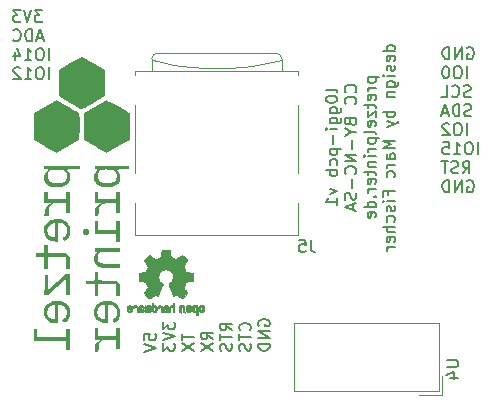
<source format=gbr>
%TF.GenerationSoftware,KiCad,Pcbnew,(5.99.0-7519-ga8269b6380)*%
%TF.CreationDate,2021-01-03T22:28:01+01:00*%
%TF.ProjectId,l0ggi,6c306767-692e-46b6-9963-61645f706362,rev?*%
%TF.SameCoordinates,Original*%
%TF.FileFunction,Legend,Bot*%
%TF.FilePolarity,Positive*%
%FSLAX46Y46*%
G04 Gerber Fmt 4.6, Leading zero omitted, Abs format (unit mm)*
G04 Created by KiCad (PCBNEW (5.99.0-7519-ga8269b6380)) date 2021-01-03 22:28:01*
%MOMM*%
%LPD*%
G01*
G04 APERTURE LIST*
%ADD10C,0.200000*%
%ADD11C,0.150000*%
%ADD12C,0.010000*%
%ADD13C,0.120000*%
G04 APERTURE END LIST*
D10*
X53550380Y-85896761D02*
X53550380Y-85420571D01*
X54026571Y-85372952D01*
X53978952Y-85420571D01*
X53931333Y-85515809D01*
X53931333Y-85753904D01*
X53978952Y-85849142D01*
X54026571Y-85896761D01*
X54121809Y-85944380D01*
X54359904Y-85944380D01*
X54455142Y-85896761D01*
X54502761Y-85849142D01*
X54550380Y-85753904D01*
X54550380Y-85515809D01*
X54502761Y-85420571D01*
X54455142Y-85372952D01*
X53550380Y-86230095D02*
X54550380Y-86563428D01*
X53550380Y-86896761D01*
X55160380Y-84372952D02*
X55160380Y-84992000D01*
X55541333Y-84658666D01*
X55541333Y-84801523D01*
X55588952Y-84896761D01*
X55636571Y-84944380D01*
X55731809Y-84992000D01*
X55969904Y-84992000D01*
X56065142Y-84944380D01*
X56112761Y-84896761D01*
X56160380Y-84801523D01*
X56160380Y-84515809D01*
X56112761Y-84420571D01*
X56065142Y-84372952D01*
X55160380Y-85277714D02*
X56160380Y-85611047D01*
X55160380Y-85944380D01*
X55160380Y-86182476D02*
X55160380Y-86801523D01*
X55541333Y-86468190D01*
X55541333Y-86611047D01*
X55588952Y-86706285D01*
X55636571Y-86753904D01*
X55731809Y-86801523D01*
X55969904Y-86801523D01*
X56065142Y-86753904D01*
X56112761Y-86706285D01*
X56160380Y-86611047D01*
X56160380Y-86325333D01*
X56112761Y-86230095D01*
X56065142Y-86182476D01*
X56770380Y-85372952D02*
X56770380Y-85944380D01*
X57770380Y-85658666D02*
X56770380Y-85658666D01*
X56770380Y-86182476D02*
X57770380Y-86849142D01*
X56770380Y-86849142D02*
X57770380Y-86182476D01*
X59380380Y-85849142D02*
X58904190Y-85515809D01*
X59380380Y-85277714D02*
X58380380Y-85277714D01*
X58380380Y-85658666D01*
X58428000Y-85753904D01*
X58475619Y-85801523D01*
X58570857Y-85849142D01*
X58713714Y-85849142D01*
X58808952Y-85801523D01*
X58856571Y-85753904D01*
X58904190Y-85658666D01*
X58904190Y-85277714D01*
X58380380Y-86182476D02*
X59380380Y-86849142D01*
X58380380Y-86849142D02*
X59380380Y-86182476D01*
X60990380Y-85087238D02*
X60514190Y-84753904D01*
X60990380Y-84515809D02*
X59990380Y-84515809D01*
X59990380Y-84896761D01*
X60038000Y-84992000D01*
X60085619Y-85039619D01*
X60180857Y-85087238D01*
X60323714Y-85087238D01*
X60418952Y-85039619D01*
X60466571Y-84992000D01*
X60514190Y-84896761D01*
X60514190Y-84515809D01*
X59990380Y-85372952D02*
X59990380Y-85944380D01*
X60990380Y-85658666D02*
X59990380Y-85658666D01*
X60942761Y-86230095D02*
X60990380Y-86372952D01*
X60990380Y-86611047D01*
X60942761Y-86706285D01*
X60895142Y-86753904D01*
X60799904Y-86801523D01*
X60704666Y-86801523D01*
X60609428Y-86753904D01*
X60561809Y-86706285D01*
X60514190Y-86611047D01*
X60466571Y-86420571D01*
X60418952Y-86325333D01*
X60371333Y-86277714D01*
X60276095Y-86230095D01*
X60180857Y-86230095D01*
X60085619Y-86277714D01*
X60038000Y-86325333D01*
X59990380Y-86420571D01*
X59990380Y-86658666D01*
X60038000Y-86801523D01*
X62505142Y-85087238D02*
X62552761Y-85039619D01*
X62600380Y-84896761D01*
X62600380Y-84801523D01*
X62552761Y-84658666D01*
X62457523Y-84563428D01*
X62362285Y-84515809D01*
X62171809Y-84468190D01*
X62028952Y-84468190D01*
X61838476Y-84515809D01*
X61743238Y-84563428D01*
X61648000Y-84658666D01*
X61600380Y-84801523D01*
X61600380Y-84896761D01*
X61648000Y-85039619D01*
X61695619Y-85087238D01*
X61600380Y-85372952D02*
X61600380Y-85944380D01*
X62600380Y-85658666D02*
X61600380Y-85658666D01*
X62552761Y-86230095D02*
X62600380Y-86372952D01*
X62600380Y-86611047D01*
X62552761Y-86706285D01*
X62505142Y-86753904D01*
X62409904Y-86801523D01*
X62314666Y-86801523D01*
X62219428Y-86753904D01*
X62171809Y-86706285D01*
X62124190Y-86611047D01*
X62076571Y-86420571D01*
X62028952Y-86325333D01*
X61981333Y-86277714D01*
X61886095Y-86230095D01*
X61790857Y-86230095D01*
X61695619Y-86277714D01*
X61648000Y-86325333D01*
X61600380Y-86420571D01*
X61600380Y-86658666D01*
X61648000Y-86801523D01*
X63258000Y-84706285D02*
X63210380Y-84611047D01*
X63210380Y-84468190D01*
X63258000Y-84325333D01*
X63353238Y-84230095D01*
X63448476Y-84182476D01*
X63638952Y-84134857D01*
X63781809Y-84134857D01*
X63972285Y-84182476D01*
X64067523Y-84230095D01*
X64162761Y-84325333D01*
X64210380Y-84468190D01*
X64210380Y-84563428D01*
X64162761Y-84706285D01*
X64115142Y-84753904D01*
X63781809Y-84753904D01*
X63781809Y-84563428D01*
X64210380Y-85182476D02*
X63210380Y-85182476D01*
X64210380Y-85753904D01*
X63210380Y-85753904D01*
X64210380Y-86230095D02*
X63210380Y-86230095D01*
X63210380Y-86468190D01*
X63258000Y-86611047D01*
X63353238Y-86706285D01*
X63448476Y-86753904D01*
X63638952Y-86801523D01*
X63781809Y-86801523D01*
X63972285Y-86753904D01*
X64067523Y-86706285D01*
X64162761Y-86611047D01*
X64210380Y-86468190D01*
X64210380Y-86230095D01*
X44913047Y-57997380D02*
X44294000Y-57997380D01*
X44627333Y-58378333D01*
X44484476Y-58378333D01*
X44389238Y-58425952D01*
X44341619Y-58473571D01*
X44294000Y-58568809D01*
X44294000Y-58806904D01*
X44341619Y-58902142D01*
X44389238Y-58949761D01*
X44484476Y-58997380D01*
X44770190Y-58997380D01*
X44865428Y-58949761D01*
X44913047Y-58902142D01*
X44008285Y-57997380D02*
X43674952Y-58997380D01*
X43341619Y-57997380D01*
X43103523Y-57997380D02*
X42484476Y-57997380D01*
X42817809Y-58378333D01*
X42674952Y-58378333D01*
X42579714Y-58425952D01*
X42532095Y-58473571D01*
X42484476Y-58568809D01*
X42484476Y-58806904D01*
X42532095Y-58902142D01*
X42579714Y-58949761D01*
X42674952Y-58997380D01*
X42960666Y-58997380D01*
X43055904Y-58949761D01*
X43103523Y-58902142D01*
X44960666Y-60321666D02*
X44484476Y-60321666D01*
X45055904Y-60607380D02*
X44722571Y-59607380D01*
X44389238Y-60607380D01*
X44055904Y-60607380D02*
X44055904Y-59607380D01*
X43817809Y-59607380D01*
X43674952Y-59655000D01*
X43579714Y-59750238D01*
X43532095Y-59845476D01*
X43484476Y-60035952D01*
X43484476Y-60178809D01*
X43532095Y-60369285D01*
X43579714Y-60464523D01*
X43674952Y-60559761D01*
X43817809Y-60607380D01*
X44055904Y-60607380D01*
X42484476Y-60512142D02*
X42532095Y-60559761D01*
X42674952Y-60607380D01*
X42770190Y-60607380D01*
X42913047Y-60559761D01*
X43008285Y-60464523D01*
X43055904Y-60369285D01*
X43103523Y-60178809D01*
X43103523Y-60035952D01*
X43055904Y-59845476D01*
X43008285Y-59750238D01*
X42913047Y-59655000D01*
X42770190Y-59607380D01*
X42674952Y-59607380D01*
X42532095Y-59655000D01*
X42484476Y-59702619D01*
X45484476Y-62217380D02*
X45484476Y-61217380D01*
X44817809Y-61217380D02*
X44627333Y-61217380D01*
X44532095Y-61265000D01*
X44436857Y-61360238D01*
X44389238Y-61550714D01*
X44389238Y-61884047D01*
X44436857Y-62074523D01*
X44532095Y-62169761D01*
X44627333Y-62217380D01*
X44817809Y-62217380D01*
X44913047Y-62169761D01*
X45008285Y-62074523D01*
X45055904Y-61884047D01*
X45055904Y-61550714D01*
X45008285Y-61360238D01*
X44913047Y-61265000D01*
X44817809Y-61217380D01*
X43436857Y-62217380D02*
X44008285Y-62217380D01*
X43722571Y-62217380D02*
X43722571Y-61217380D01*
X43817809Y-61360238D01*
X43913047Y-61455476D01*
X44008285Y-61503095D01*
X42579714Y-61550714D02*
X42579714Y-62217380D01*
X42817809Y-61169761D02*
X43055904Y-61884047D01*
X42436857Y-61884047D01*
X45484476Y-63827380D02*
X45484476Y-62827380D01*
X44817809Y-62827380D02*
X44627333Y-62827380D01*
X44532095Y-62875000D01*
X44436857Y-62970238D01*
X44389238Y-63160714D01*
X44389238Y-63494047D01*
X44436857Y-63684523D01*
X44532095Y-63779761D01*
X44627333Y-63827380D01*
X44817809Y-63827380D01*
X44913047Y-63779761D01*
X45008285Y-63684523D01*
X45055904Y-63494047D01*
X45055904Y-63160714D01*
X45008285Y-62970238D01*
X44913047Y-62875000D01*
X44817809Y-62827380D01*
X43436857Y-63827380D02*
X44008285Y-63827380D01*
X43722571Y-63827380D02*
X43722571Y-62827380D01*
X43817809Y-62970238D01*
X43913047Y-63065476D01*
X44008285Y-63113095D01*
X43055904Y-62922619D02*
X43008285Y-62875000D01*
X42913047Y-62827380D01*
X42674952Y-62827380D01*
X42579714Y-62875000D01*
X42532095Y-62922619D01*
X42484476Y-63017857D01*
X42484476Y-63113095D01*
X42532095Y-63255952D01*
X43103523Y-63827380D01*
X42484476Y-63827380D01*
X80901714Y-61175000D02*
X80996952Y-61127380D01*
X81139809Y-61127380D01*
X81282666Y-61175000D01*
X81377904Y-61270238D01*
X81425523Y-61365476D01*
X81473142Y-61555952D01*
X81473142Y-61698809D01*
X81425523Y-61889285D01*
X81377904Y-61984523D01*
X81282666Y-62079761D01*
X81139809Y-62127380D01*
X81044571Y-62127380D01*
X80901714Y-62079761D01*
X80854095Y-62032142D01*
X80854095Y-61698809D01*
X81044571Y-61698809D01*
X80425523Y-62127380D02*
X80425523Y-61127380D01*
X79854095Y-62127380D01*
X79854095Y-61127380D01*
X79377904Y-62127380D02*
X79377904Y-61127380D01*
X79139809Y-61127380D01*
X78996952Y-61175000D01*
X78901714Y-61270238D01*
X78854095Y-61365476D01*
X78806476Y-61555952D01*
X78806476Y-61698809D01*
X78854095Y-61889285D01*
X78901714Y-61984523D01*
X78996952Y-62079761D01*
X79139809Y-62127380D01*
X79377904Y-62127380D01*
X80854095Y-63737380D02*
X80854095Y-62737380D01*
X80187428Y-62737380D02*
X79996952Y-62737380D01*
X79901714Y-62785000D01*
X79806476Y-62880238D01*
X79758857Y-63070714D01*
X79758857Y-63404047D01*
X79806476Y-63594523D01*
X79901714Y-63689761D01*
X79996952Y-63737380D01*
X80187428Y-63737380D01*
X80282666Y-63689761D01*
X80377904Y-63594523D01*
X80425523Y-63404047D01*
X80425523Y-63070714D01*
X80377904Y-62880238D01*
X80282666Y-62785000D01*
X80187428Y-62737380D01*
X79139809Y-62737380D02*
X79044571Y-62737380D01*
X78949333Y-62785000D01*
X78901714Y-62832619D01*
X78854095Y-62927857D01*
X78806476Y-63118333D01*
X78806476Y-63356428D01*
X78854095Y-63546904D01*
X78901714Y-63642142D01*
X78949333Y-63689761D01*
X79044571Y-63737380D01*
X79139809Y-63737380D01*
X79235047Y-63689761D01*
X79282666Y-63642142D01*
X79330285Y-63546904D01*
X79377904Y-63356428D01*
X79377904Y-63118333D01*
X79330285Y-62927857D01*
X79282666Y-62832619D01*
X79235047Y-62785000D01*
X79139809Y-62737380D01*
X81187428Y-65299761D02*
X81044571Y-65347380D01*
X80806476Y-65347380D01*
X80711238Y-65299761D01*
X80663619Y-65252142D01*
X80616000Y-65156904D01*
X80616000Y-65061666D01*
X80663619Y-64966428D01*
X80711238Y-64918809D01*
X80806476Y-64871190D01*
X80996952Y-64823571D01*
X81092190Y-64775952D01*
X81139809Y-64728333D01*
X81187428Y-64633095D01*
X81187428Y-64537857D01*
X81139809Y-64442619D01*
X81092190Y-64395000D01*
X80996952Y-64347380D01*
X80758857Y-64347380D01*
X80616000Y-64395000D01*
X79616000Y-65252142D02*
X79663619Y-65299761D01*
X79806476Y-65347380D01*
X79901714Y-65347380D01*
X80044571Y-65299761D01*
X80139809Y-65204523D01*
X80187428Y-65109285D01*
X80235047Y-64918809D01*
X80235047Y-64775952D01*
X80187428Y-64585476D01*
X80139809Y-64490238D01*
X80044571Y-64395000D01*
X79901714Y-64347380D01*
X79806476Y-64347380D01*
X79663619Y-64395000D01*
X79616000Y-64442619D01*
X78711238Y-65347380D02*
X79187428Y-65347380D01*
X79187428Y-64347380D01*
X81235047Y-66909761D02*
X81092190Y-66957380D01*
X80854095Y-66957380D01*
X80758857Y-66909761D01*
X80711238Y-66862142D01*
X80663619Y-66766904D01*
X80663619Y-66671666D01*
X80711238Y-66576428D01*
X80758857Y-66528809D01*
X80854095Y-66481190D01*
X81044571Y-66433571D01*
X81139809Y-66385952D01*
X81187428Y-66338333D01*
X81235047Y-66243095D01*
X81235047Y-66147857D01*
X81187428Y-66052619D01*
X81139809Y-66005000D01*
X81044571Y-65957380D01*
X80806476Y-65957380D01*
X80663619Y-66005000D01*
X80235047Y-66957380D02*
X80235047Y-65957380D01*
X79996952Y-65957380D01*
X79854095Y-66005000D01*
X79758857Y-66100238D01*
X79711238Y-66195476D01*
X79663619Y-66385952D01*
X79663619Y-66528809D01*
X79711238Y-66719285D01*
X79758857Y-66814523D01*
X79854095Y-66909761D01*
X79996952Y-66957380D01*
X80235047Y-66957380D01*
X79282666Y-66671666D02*
X78806476Y-66671666D01*
X79377904Y-66957380D02*
X79044571Y-65957380D01*
X78711238Y-66957380D01*
X80854095Y-68567380D02*
X80854095Y-67567380D01*
X80187428Y-67567380D02*
X79996952Y-67567380D01*
X79901714Y-67615000D01*
X79806476Y-67710238D01*
X79758857Y-67900714D01*
X79758857Y-68234047D01*
X79806476Y-68424523D01*
X79901714Y-68519761D01*
X79996952Y-68567380D01*
X80187428Y-68567380D01*
X80282666Y-68519761D01*
X80377904Y-68424523D01*
X80425523Y-68234047D01*
X80425523Y-67900714D01*
X80377904Y-67710238D01*
X80282666Y-67615000D01*
X80187428Y-67567380D01*
X79377904Y-67662619D02*
X79330285Y-67615000D01*
X79235047Y-67567380D01*
X78996952Y-67567380D01*
X78901714Y-67615000D01*
X78854095Y-67662619D01*
X78806476Y-67757857D01*
X78806476Y-67853095D01*
X78854095Y-67995952D01*
X79425523Y-68567380D01*
X78806476Y-68567380D01*
X81806476Y-70177380D02*
X81806476Y-69177380D01*
X81139809Y-69177380D02*
X80949333Y-69177380D01*
X80854095Y-69225000D01*
X80758857Y-69320238D01*
X80711238Y-69510714D01*
X80711238Y-69844047D01*
X80758857Y-70034523D01*
X80854095Y-70129761D01*
X80949333Y-70177380D01*
X81139809Y-70177380D01*
X81235047Y-70129761D01*
X81330285Y-70034523D01*
X81377904Y-69844047D01*
X81377904Y-69510714D01*
X81330285Y-69320238D01*
X81235047Y-69225000D01*
X81139809Y-69177380D01*
X79758857Y-70177380D02*
X80330285Y-70177380D01*
X80044571Y-70177380D02*
X80044571Y-69177380D01*
X80139809Y-69320238D01*
X80235047Y-69415476D01*
X80330285Y-69463095D01*
X78854095Y-69177380D02*
X79330285Y-69177380D01*
X79377904Y-69653571D01*
X79330285Y-69605952D01*
X79235047Y-69558333D01*
X78996952Y-69558333D01*
X78901714Y-69605952D01*
X78854095Y-69653571D01*
X78806476Y-69748809D01*
X78806476Y-69986904D01*
X78854095Y-70082142D01*
X78901714Y-70129761D01*
X78996952Y-70177380D01*
X79235047Y-70177380D01*
X79330285Y-70129761D01*
X79377904Y-70082142D01*
X80520761Y-71787380D02*
X80854095Y-71311190D01*
X81092190Y-71787380D02*
X81092190Y-70787380D01*
X80711238Y-70787380D01*
X80616000Y-70835000D01*
X80568380Y-70882619D01*
X80520761Y-70977857D01*
X80520761Y-71120714D01*
X80568380Y-71215952D01*
X80616000Y-71263571D01*
X80711238Y-71311190D01*
X81092190Y-71311190D01*
X80139809Y-71739761D02*
X79996952Y-71787380D01*
X79758857Y-71787380D01*
X79663619Y-71739761D01*
X79616000Y-71692142D01*
X79568380Y-71596904D01*
X79568380Y-71501666D01*
X79616000Y-71406428D01*
X79663619Y-71358809D01*
X79758857Y-71311190D01*
X79949333Y-71263571D01*
X80044571Y-71215952D01*
X80092190Y-71168333D01*
X80139809Y-71073095D01*
X80139809Y-70977857D01*
X80092190Y-70882619D01*
X80044571Y-70835000D01*
X79949333Y-70787380D01*
X79711238Y-70787380D01*
X79568380Y-70835000D01*
X79282666Y-70787380D02*
X78711238Y-70787380D01*
X78996952Y-71787380D02*
X78996952Y-70787380D01*
X80901714Y-72445000D02*
X80996952Y-72397380D01*
X81139809Y-72397380D01*
X81282666Y-72445000D01*
X81377904Y-72540238D01*
X81425523Y-72635476D01*
X81473142Y-72825952D01*
X81473142Y-72968809D01*
X81425523Y-73159285D01*
X81377904Y-73254523D01*
X81282666Y-73349761D01*
X81139809Y-73397380D01*
X81044571Y-73397380D01*
X80901714Y-73349761D01*
X80854095Y-73302142D01*
X80854095Y-72968809D01*
X81044571Y-72968809D01*
X80425523Y-73397380D02*
X80425523Y-72397380D01*
X79854095Y-73397380D01*
X79854095Y-72397380D01*
X79377904Y-73397380D02*
X79377904Y-72397380D01*
X79139809Y-72397380D01*
X78996952Y-72445000D01*
X78901714Y-72540238D01*
X78854095Y-72635476D01*
X78806476Y-72825952D01*
X78806476Y-72968809D01*
X78854095Y-73159285D01*
X78901714Y-73254523D01*
X78996952Y-73349761D01*
X79139809Y-73397380D01*
X79377904Y-73397380D01*
D11*
X69919380Y-64905523D02*
X69871761Y-64810285D01*
X69776523Y-64762666D01*
X68919380Y-64762666D01*
X68919380Y-65476952D02*
X68919380Y-65572190D01*
X68967000Y-65667428D01*
X69014619Y-65715047D01*
X69109857Y-65762666D01*
X69300333Y-65810285D01*
X69538428Y-65810285D01*
X69728904Y-65762666D01*
X69824142Y-65715047D01*
X69871761Y-65667428D01*
X69919380Y-65572190D01*
X69919380Y-65476952D01*
X69871761Y-65381714D01*
X69824142Y-65334095D01*
X69728904Y-65286476D01*
X69538428Y-65238857D01*
X69300333Y-65238857D01*
X69109857Y-65286476D01*
X69014619Y-65334095D01*
X68967000Y-65381714D01*
X68919380Y-65476952D01*
X69252714Y-66667428D02*
X70062238Y-66667428D01*
X70157476Y-66619809D01*
X70205095Y-66572190D01*
X70252714Y-66476952D01*
X70252714Y-66334095D01*
X70205095Y-66238857D01*
X69871761Y-66667428D02*
X69919380Y-66572190D01*
X69919380Y-66381714D01*
X69871761Y-66286476D01*
X69824142Y-66238857D01*
X69728904Y-66191238D01*
X69443190Y-66191238D01*
X69347952Y-66238857D01*
X69300333Y-66286476D01*
X69252714Y-66381714D01*
X69252714Y-66572190D01*
X69300333Y-66667428D01*
X69252714Y-67572190D02*
X70062238Y-67572190D01*
X70157476Y-67524571D01*
X70205095Y-67476952D01*
X70252714Y-67381714D01*
X70252714Y-67238857D01*
X70205095Y-67143619D01*
X69871761Y-67572190D02*
X69919380Y-67476952D01*
X69919380Y-67286476D01*
X69871761Y-67191238D01*
X69824142Y-67143619D01*
X69728904Y-67096000D01*
X69443190Y-67096000D01*
X69347952Y-67143619D01*
X69300333Y-67191238D01*
X69252714Y-67286476D01*
X69252714Y-67476952D01*
X69300333Y-67572190D01*
X69919380Y-68048380D02*
X69252714Y-68048380D01*
X68919380Y-68048380D02*
X68967000Y-68000761D01*
X69014619Y-68048380D01*
X68967000Y-68096000D01*
X68919380Y-68048380D01*
X69014619Y-68048380D01*
X69538428Y-68524571D02*
X69538428Y-69286476D01*
X69252714Y-69762666D02*
X70252714Y-69762666D01*
X69300333Y-69762666D02*
X69252714Y-69857904D01*
X69252714Y-70048380D01*
X69300333Y-70143619D01*
X69347952Y-70191238D01*
X69443190Y-70238857D01*
X69728904Y-70238857D01*
X69824142Y-70191238D01*
X69871761Y-70143619D01*
X69919380Y-70048380D01*
X69919380Y-69857904D01*
X69871761Y-69762666D01*
X69871761Y-71096000D02*
X69919380Y-71000761D01*
X69919380Y-70810285D01*
X69871761Y-70715047D01*
X69824142Y-70667428D01*
X69728904Y-70619809D01*
X69443190Y-70619809D01*
X69347952Y-70667428D01*
X69300333Y-70715047D01*
X69252714Y-70810285D01*
X69252714Y-71000761D01*
X69300333Y-71096000D01*
X69919380Y-71524571D02*
X68919380Y-71524571D01*
X69300333Y-71524571D02*
X69252714Y-71619809D01*
X69252714Y-71810285D01*
X69300333Y-71905523D01*
X69347952Y-71953142D01*
X69443190Y-72000761D01*
X69728904Y-72000761D01*
X69824142Y-71953142D01*
X69871761Y-71905523D01*
X69919380Y-71810285D01*
X69919380Y-71619809D01*
X69871761Y-71524571D01*
X69252714Y-73096000D02*
X69919380Y-73334095D01*
X69252714Y-73572190D01*
X69919380Y-74476952D02*
X69919380Y-73905523D01*
X69919380Y-74191238D02*
X68919380Y-74191238D01*
X69062238Y-74096000D01*
X69157476Y-74000761D01*
X69205095Y-73905523D01*
X71434142Y-64929333D02*
X71481761Y-64881714D01*
X71529380Y-64738857D01*
X71529380Y-64643619D01*
X71481761Y-64500761D01*
X71386523Y-64405523D01*
X71291285Y-64357904D01*
X71100809Y-64310285D01*
X70957952Y-64310285D01*
X70767476Y-64357904D01*
X70672238Y-64405523D01*
X70577000Y-64500761D01*
X70529380Y-64643619D01*
X70529380Y-64738857D01*
X70577000Y-64881714D01*
X70624619Y-64929333D01*
X71434142Y-65929333D02*
X71481761Y-65881714D01*
X71529380Y-65738857D01*
X71529380Y-65643619D01*
X71481761Y-65500761D01*
X71386523Y-65405523D01*
X71291285Y-65357904D01*
X71100809Y-65310285D01*
X70957952Y-65310285D01*
X70767476Y-65357904D01*
X70672238Y-65405523D01*
X70577000Y-65500761D01*
X70529380Y-65643619D01*
X70529380Y-65738857D01*
X70577000Y-65881714D01*
X70624619Y-65929333D01*
X71005571Y-67453142D02*
X71053190Y-67596000D01*
X71100809Y-67643619D01*
X71196047Y-67691238D01*
X71338904Y-67691238D01*
X71434142Y-67643619D01*
X71481761Y-67596000D01*
X71529380Y-67500761D01*
X71529380Y-67119809D01*
X70529380Y-67119809D01*
X70529380Y-67453142D01*
X70577000Y-67548380D01*
X70624619Y-67596000D01*
X70719857Y-67643619D01*
X70815095Y-67643619D01*
X70910333Y-67596000D01*
X70957952Y-67548380D01*
X71005571Y-67453142D01*
X71005571Y-67119809D01*
X71053190Y-68310285D02*
X71529380Y-68310285D01*
X70529380Y-67976952D02*
X71053190Y-68310285D01*
X70529380Y-68643619D01*
X71148428Y-68976952D02*
X71148428Y-69738857D01*
X71529380Y-70215047D02*
X70529380Y-70215047D01*
X71529380Y-70786476D01*
X70529380Y-70786476D01*
X71434142Y-71834095D02*
X71481761Y-71786476D01*
X71529380Y-71643619D01*
X71529380Y-71548380D01*
X71481761Y-71405523D01*
X71386523Y-71310285D01*
X71291285Y-71262666D01*
X71100809Y-71215047D01*
X70957952Y-71215047D01*
X70767476Y-71262666D01*
X70672238Y-71310285D01*
X70577000Y-71405523D01*
X70529380Y-71548380D01*
X70529380Y-71643619D01*
X70577000Y-71786476D01*
X70624619Y-71834095D01*
X71148428Y-72262666D02*
X71148428Y-73024571D01*
X71481761Y-73453142D02*
X71529380Y-73596000D01*
X71529380Y-73834095D01*
X71481761Y-73929333D01*
X71434142Y-73976952D01*
X71338904Y-74024571D01*
X71243666Y-74024571D01*
X71148428Y-73976952D01*
X71100809Y-73929333D01*
X71053190Y-73834095D01*
X71005571Y-73643619D01*
X70957952Y-73548380D01*
X70910333Y-73500761D01*
X70815095Y-73453142D01*
X70719857Y-73453142D01*
X70624619Y-73500761D01*
X70577000Y-73548380D01*
X70529380Y-73643619D01*
X70529380Y-73881714D01*
X70577000Y-74024571D01*
X71243666Y-74405523D02*
X71243666Y-74881714D01*
X71529380Y-74310285D02*
X70529380Y-74643619D01*
X71529380Y-74976952D01*
X72472714Y-63667428D02*
X73472714Y-63667428D01*
X72520333Y-63667428D02*
X72472714Y-63762666D01*
X72472714Y-63953142D01*
X72520333Y-64048380D01*
X72567952Y-64096000D01*
X72663190Y-64143619D01*
X72948904Y-64143619D01*
X73044142Y-64096000D01*
X73091761Y-64048380D01*
X73139380Y-63953142D01*
X73139380Y-63762666D01*
X73091761Y-63667428D01*
X73139380Y-64572190D02*
X72472714Y-64572190D01*
X72663190Y-64572190D02*
X72567952Y-64619809D01*
X72520333Y-64667428D01*
X72472714Y-64762666D01*
X72472714Y-64857904D01*
X73091761Y-65572190D02*
X73139380Y-65476952D01*
X73139380Y-65286476D01*
X73091761Y-65191238D01*
X72996523Y-65143619D01*
X72615571Y-65143619D01*
X72520333Y-65191238D01*
X72472714Y-65286476D01*
X72472714Y-65476952D01*
X72520333Y-65572190D01*
X72615571Y-65619809D01*
X72710809Y-65619809D01*
X72806047Y-65143619D01*
X72472714Y-65905523D02*
X72472714Y-66286476D01*
X72139380Y-66048380D02*
X72996523Y-66048380D01*
X73091761Y-66096000D01*
X73139380Y-66191238D01*
X73139380Y-66286476D01*
X72472714Y-66524571D02*
X72472714Y-67048380D01*
X73139380Y-66524571D01*
X73139380Y-67048380D01*
X73091761Y-67810285D02*
X73139380Y-67715047D01*
X73139380Y-67524571D01*
X73091761Y-67429333D01*
X72996523Y-67381714D01*
X72615571Y-67381714D01*
X72520333Y-67429333D01*
X72472714Y-67524571D01*
X72472714Y-67715047D01*
X72520333Y-67810285D01*
X72615571Y-67857904D01*
X72710809Y-67857904D01*
X72806047Y-67381714D01*
X73139380Y-68429333D02*
X73091761Y-68334095D01*
X72996523Y-68286476D01*
X72139380Y-68286476D01*
X72472714Y-68810285D02*
X73472714Y-68810285D01*
X72520333Y-68810285D02*
X72472714Y-68905523D01*
X72472714Y-69096000D01*
X72520333Y-69191238D01*
X72567952Y-69238857D01*
X72663190Y-69286476D01*
X72948904Y-69286476D01*
X73044142Y-69238857D01*
X73091761Y-69191238D01*
X73139380Y-69096000D01*
X73139380Y-68905523D01*
X73091761Y-68810285D01*
X73139380Y-69715047D02*
X72472714Y-69715047D01*
X72663190Y-69715047D02*
X72567952Y-69762666D01*
X72520333Y-69810285D01*
X72472714Y-69905523D01*
X72472714Y-70000761D01*
X73139380Y-70334095D02*
X72472714Y-70334095D01*
X72139380Y-70334095D02*
X72187000Y-70286476D01*
X72234619Y-70334095D01*
X72187000Y-70381714D01*
X72139380Y-70334095D01*
X72234619Y-70334095D01*
X72472714Y-70810285D02*
X73139380Y-70810285D01*
X72567952Y-70810285D02*
X72520333Y-70857904D01*
X72472714Y-70953142D01*
X72472714Y-71096000D01*
X72520333Y-71191238D01*
X72615571Y-71238857D01*
X73139380Y-71238857D01*
X72472714Y-71572190D02*
X72472714Y-71953142D01*
X72139380Y-71715047D02*
X72996523Y-71715047D01*
X73091761Y-71762666D01*
X73139380Y-71857904D01*
X73139380Y-71953142D01*
X73091761Y-72667428D02*
X73139380Y-72572190D01*
X73139380Y-72381714D01*
X73091761Y-72286476D01*
X72996523Y-72238857D01*
X72615571Y-72238857D01*
X72520333Y-72286476D01*
X72472714Y-72381714D01*
X72472714Y-72572190D01*
X72520333Y-72667428D01*
X72615571Y-72715047D01*
X72710809Y-72715047D01*
X72806047Y-72238857D01*
X73139380Y-73143619D02*
X72472714Y-73143619D01*
X72663190Y-73143619D02*
X72567952Y-73191238D01*
X72520333Y-73238857D01*
X72472714Y-73334095D01*
X72472714Y-73429333D01*
X73044142Y-73762666D02*
X73091761Y-73810285D01*
X73139380Y-73762666D01*
X73091761Y-73715047D01*
X73044142Y-73762666D01*
X73139380Y-73762666D01*
X73139380Y-74667428D02*
X72139380Y-74667428D01*
X73091761Y-74667428D02*
X73139380Y-74572190D01*
X73139380Y-74381714D01*
X73091761Y-74286476D01*
X73044142Y-74238857D01*
X72948904Y-74191238D01*
X72663190Y-74191238D01*
X72567952Y-74238857D01*
X72520333Y-74286476D01*
X72472714Y-74381714D01*
X72472714Y-74572190D01*
X72520333Y-74667428D01*
X73091761Y-75524571D02*
X73139380Y-75429333D01*
X73139380Y-75238857D01*
X73091761Y-75143619D01*
X72996523Y-75096000D01*
X72615571Y-75096000D01*
X72520333Y-75143619D01*
X72472714Y-75238857D01*
X72472714Y-75429333D01*
X72520333Y-75524571D01*
X72615571Y-75572190D01*
X72710809Y-75572190D01*
X72806047Y-75096000D01*
X74749380Y-61405523D02*
X73749380Y-61405523D01*
X74701761Y-61405523D02*
X74749380Y-61310285D01*
X74749380Y-61119809D01*
X74701761Y-61024571D01*
X74654142Y-60976952D01*
X74558904Y-60929333D01*
X74273190Y-60929333D01*
X74177952Y-60976952D01*
X74130333Y-61024571D01*
X74082714Y-61119809D01*
X74082714Y-61310285D01*
X74130333Y-61405523D01*
X74701761Y-62262666D02*
X74749380Y-62167428D01*
X74749380Y-61976952D01*
X74701761Y-61881714D01*
X74606523Y-61834095D01*
X74225571Y-61834095D01*
X74130333Y-61881714D01*
X74082714Y-61976952D01*
X74082714Y-62167428D01*
X74130333Y-62262666D01*
X74225571Y-62310285D01*
X74320809Y-62310285D01*
X74416047Y-61834095D01*
X74701761Y-62691238D02*
X74749380Y-62786476D01*
X74749380Y-62976952D01*
X74701761Y-63072190D01*
X74606523Y-63119809D01*
X74558904Y-63119809D01*
X74463666Y-63072190D01*
X74416047Y-62976952D01*
X74416047Y-62834095D01*
X74368428Y-62738857D01*
X74273190Y-62691238D01*
X74225571Y-62691238D01*
X74130333Y-62738857D01*
X74082714Y-62834095D01*
X74082714Y-62976952D01*
X74130333Y-63072190D01*
X74749380Y-63548380D02*
X74082714Y-63548380D01*
X73749380Y-63548380D02*
X73797000Y-63500761D01*
X73844619Y-63548380D01*
X73797000Y-63596000D01*
X73749380Y-63548380D01*
X73844619Y-63548380D01*
X74082714Y-64453142D02*
X74892238Y-64453142D01*
X74987476Y-64405523D01*
X75035095Y-64357904D01*
X75082714Y-64262666D01*
X75082714Y-64119809D01*
X75035095Y-64024571D01*
X74701761Y-64453142D02*
X74749380Y-64357904D01*
X74749380Y-64167428D01*
X74701761Y-64072190D01*
X74654142Y-64024571D01*
X74558904Y-63976952D01*
X74273190Y-63976952D01*
X74177952Y-64024571D01*
X74130333Y-64072190D01*
X74082714Y-64167428D01*
X74082714Y-64357904D01*
X74130333Y-64453142D01*
X74082714Y-64929333D02*
X74749380Y-64929333D01*
X74177952Y-64929333D02*
X74130333Y-64976952D01*
X74082714Y-65072190D01*
X74082714Y-65215047D01*
X74130333Y-65310285D01*
X74225571Y-65357904D01*
X74749380Y-65357904D01*
X74749380Y-66596000D02*
X73749380Y-66596000D01*
X74130333Y-66596000D02*
X74082714Y-66691238D01*
X74082714Y-66881714D01*
X74130333Y-66976952D01*
X74177952Y-67024571D01*
X74273190Y-67072190D01*
X74558904Y-67072190D01*
X74654142Y-67024571D01*
X74701761Y-66976952D01*
X74749380Y-66881714D01*
X74749380Y-66691238D01*
X74701761Y-66596000D01*
X74082714Y-67405523D02*
X74749380Y-67643619D01*
X74082714Y-67881714D02*
X74749380Y-67643619D01*
X74987476Y-67548380D01*
X75035095Y-67500761D01*
X75082714Y-67405523D01*
X74749380Y-69024571D02*
X73749380Y-69024571D01*
X74463666Y-69357904D01*
X73749380Y-69691238D01*
X74749380Y-69691238D01*
X74749380Y-70596000D02*
X74225571Y-70596000D01*
X74130333Y-70548380D01*
X74082714Y-70453142D01*
X74082714Y-70262666D01*
X74130333Y-70167428D01*
X74701761Y-70596000D02*
X74749380Y-70500761D01*
X74749380Y-70262666D01*
X74701761Y-70167428D01*
X74606523Y-70119809D01*
X74511285Y-70119809D01*
X74416047Y-70167428D01*
X74368428Y-70262666D01*
X74368428Y-70500761D01*
X74320809Y-70596000D01*
X74749380Y-71072190D02*
X74082714Y-71072190D01*
X74273190Y-71072190D02*
X74177952Y-71119809D01*
X74130333Y-71167428D01*
X74082714Y-71262666D01*
X74082714Y-71357904D01*
X74701761Y-72119809D02*
X74749380Y-72024571D01*
X74749380Y-71834095D01*
X74701761Y-71738857D01*
X74654142Y-71691238D01*
X74558904Y-71643619D01*
X74273190Y-71643619D01*
X74177952Y-71691238D01*
X74130333Y-71738857D01*
X74082714Y-71834095D01*
X74082714Y-72024571D01*
X74130333Y-72119809D01*
X74225571Y-73643619D02*
X74225571Y-73310285D01*
X74749380Y-73310285D02*
X73749380Y-73310285D01*
X73749380Y-73786476D01*
X74749380Y-74167428D02*
X74082714Y-74167428D01*
X73749380Y-74167428D02*
X73797000Y-74119809D01*
X73844619Y-74167428D01*
X73797000Y-74215047D01*
X73749380Y-74167428D01*
X73844619Y-74167428D01*
X74701761Y-74596000D02*
X74749380Y-74691238D01*
X74749380Y-74881714D01*
X74701761Y-74976952D01*
X74606523Y-75024571D01*
X74558904Y-75024571D01*
X74463666Y-74976952D01*
X74416047Y-74881714D01*
X74416047Y-74738857D01*
X74368428Y-74643619D01*
X74273190Y-74596000D01*
X74225571Y-74596000D01*
X74130333Y-74643619D01*
X74082714Y-74738857D01*
X74082714Y-74881714D01*
X74130333Y-74976952D01*
X74701761Y-75881714D02*
X74749380Y-75786476D01*
X74749380Y-75596000D01*
X74701761Y-75500761D01*
X74654142Y-75453142D01*
X74558904Y-75405523D01*
X74273190Y-75405523D01*
X74177952Y-75453142D01*
X74130333Y-75500761D01*
X74082714Y-75596000D01*
X74082714Y-75786476D01*
X74130333Y-75881714D01*
X74749380Y-76310285D02*
X73749380Y-76310285D01*
X74749380Y-76738857D02*
X74225571Y-76738857D01*
X74130333Y-76691238D01*
X74082714Y-76596000D01*
X74082714Y-76453142D01*
X74130333Y-76357904D01*
X74177952Y-76310285D01*
X74701761Y-77596000D02*
X74749380Y-77500761D01*
X74749380Y-77310285D01*
X74701761Y-77215047D01*
X74606523Y-77167428D01*
X74225571Y-77167428D01*
X74130333Y-77215047D01*
X74082714Y-77310285D01*
X74082714Y-77500761D01*
X74130333Y-77596000D01*
X74225571Y-77643619D01*
X74320809Y-77643619D01*
X74416047Y-77167428D01*
X74749380Y-78072190D02*
X74082714Y-78072190D01*
X74273190Y-78072190D02*
X74177952Y-78119809D01*
X74130333Y-78167428D01*
X74082714Y-78262666D01*
X74082714Y-78357904D01*
%TO.C,U4*%
X79152380Y-87614095D02*
X79961904Y-87614095D01*
X80057142Y-87661714D01*
X80104761Y-87709333D01*
X80152380Y-87804571D01*
X80152380Y-87995047D01*
X80104761Y-88090285D01*
X80057142Y-88137904D01*
X79961904Y-88185523D01*
X79152380Y-88185523D01*
X79485714Y-89090285D02*
X80152380Y-89090285D01*
X79104761Y-88852190D02*
X79819047Y-88614095D01*
X79819047Y-89233142D01*
%TO.C,J5*%
X67643333Y-77430380D02*
X67643333Y-78144666D01*
X67690952Y-78287523D01*
X67786190Y-78382761D01*
X67929047Y-78430380D01*
X68024285Y-78430380D01*
X66690952Y-77430380D02*
X67167142Y-77430380D01*
X67214761Y-77906571D01*
X67167142Y-77858952D01*
X67071904Y-77811333D01*
X66833809Y-77811333D01*
X66738571Y-77858952D01*
X66690952Y-77906571D01*
X66643333Y-78001809D01*
X66643333Y-78239904D01*
X66690952Y-78335142D01*
X66738571Y-78382761D01*
X66833809Y-78430380D01*
X67071904Y-78430380D01*
X67167142Y-78382761D01*
X67214761Y-78335142D01*
%TO.C,G\u002A\u002A\u002A*%
G36*
X44489076Y-85695692D02*
G01*
X46970461Y-85695692D01*
X46970461Y-84953231D01*
X47263538Y-84953231D01*
X47263538Y-86770308D01*
X46970461Y-86770308D01*
X46970461Y-86027846D01*
X44196000Y-86027846D01*
X44196000Y-84953231D01*
X44489076Y-84953231D01*
X44489076Y-85695692D01*
G37*
G36*
X47102009Y-80342214D02*
G01*
X47172975Y-80344360D01*
X47225997Y-80348963D01*
X47250512Y-80355179D01*
X47252592Y-80368494D01*
X47255146Y-80417405D01*
X47257467Y-80498353D01*
X47259497Y-80607352D01*
X47261177Y-80740419D01*
X47262450Y-80893569D01*
X47263256Y-81062817D01*
X47263538Y-81244179D01*
X47263538Y-82120154D01*
X46970948Y-82120154D01*
X46960692Y-80716288D01*
X46202643Y-81398682D01*
X45444595Y-82081077D01*
X45113892Y-82081077D01*
X45118984Y-81236038D01*
X45124076Y-80391000D01*
X45265473Y-80385264D01*
X45406869Y-80379529D01*
X45412011Y-81045831D01*
X45417153Y-81712132D01*
X46177338Y-81027143D01*
X46937522Y-80342154D01*
X47087505Y-80342154D01*
X47102009Y-80342214D01*
G37*
G36*
X45407384Y-78562452D02*
G01*
X46174269Y-78568188D01*
X46300350Y-78569148D01*
X46471208Y-78570614D01*
X46609504Y-78572213D01*
X46719235Y-78574179D01*
X46804400Y-78576745D01*
X46868994Y-78580145D01*
X46917015Y-78584613D01*
X46952461Y-78590382D01*
X46979329Y-78597687D01*
X47001617Y-78606761D01*
X47023321Y-78617838D01*
X47107086Y-78676766D01*
X47186808Y-78767801D01*
X47237613Y-78871464D01*
X47240062Y-78881380D01*
X47247146Y-78935960D01*
X47253023Y-79019516D01*
X47257581Y-79124370D01*
X47260707Y-79242841D01*
X47262286Y-79367249D01*
X47262206Y-79489915D01*
X47260354Y-79603157D01*
X47256615Y-79699297D01*
X47250877Y-79770654D01*
X47238556Y-79873231D01*
X46970461Y-79873231D01*
X46970461Y-78896308D01*
X45407384Y-78896308D01*
X45407384Y-79873231D01*
X45114307Y-79873231D01*
X45114307Y-78896308D01*
X44371846Y-78896308D01*
X44371846Y-78586986D01*
X44705757Y-78580454D01*
X44765123Y-78579411D01*
X44886907Y-78576759D01*
X44976585Y-78570085D01*
X45039046Y-78554489D01*
X45079183Y-78525074D01*
X45101887Y-78476938D01*
X45112048Y-78405184D01*
X45114558Y-78304911D01*
X45114307Y-78171220D01*
X45114307Y-77860769D01*
X45407384Y-77860769D01*
X45407384Y-78562452D01*
G37*
G36*
X45411773Y-73694192D02*
G01*
X45417153Y-74001923D01*
X46970461Y-74012141D01*
X46970461Y-73386461D01*
X47263538Y-73386461D01*
X47263538Y-75164461D01*
X46970461Y-75164461D01*
X46970461Y-74341614D01*
X46418500Y-74347615D01*
X45866538Y-74353615D01*
X45760628Y-74412231D01*
X45738167Y-74425554D01*
X45655731Y-74488350D01*
X45590283Y-74558769D01*
X45545711Y-74624917D01*
X45511969Y-74691364D01*
X45489019Y-74763817D01*
X45474969Y-74850511D01*
X45467926Y-74959679D01*
X45465999Y-75099557D01*
X45466000Y-75379385D01*
X45109121Y-75379385D01*
X45118844Y-75130269D01*
X45120234Y-75097519D01*
X45129158Y-74969126D01*
X45144270Y-74867634D01*
X45168201Y-74783151D01*
X45203581Y-74705784D01*
X45253042Y-74625642D01*
X45301591Y-74563915D01*
X45415420Y-74466693D01*
X45562138Y-74389621D01*
X45671153Y-74344774D01*
X45114307Y-74343846D01*
X45114307Y-73386461D01*
X45406392Y-73386461D01*
X45411773Y-73694192D01*
G37*
G36*
X46207506Y-82589813D02*
G01*
X46367476Y-82596286D01*
X46508785Y-82617195D01*
X46664087Y-82662209D01*
X46842093Y-82744999D01*
X46994404Y-82854094D01*
X47118791Y-82987453D01*
X47213024Y-83143035D01*
X47274874Y-83318797D01*
X47276800Y-83327231D01*
X47288435Y-83400843D01*
X47296986Y-83492909D01*
X47300721Y-83585538D01*
X47296563Y-83705287D01*
X47265819Y-83885781D01*
X47203636Y-84049330D01*
X47108068Y-84202161D01*
X47102794Y-84209001D01*
X47049743Y-84267940D01*
X46986172Y-84326229D01*
X46921187Y-84376719D01*
X46863895Y-84412257D01*
X46823404Y-84425692D01*
X46822021Y-84425520D01*
X46798422Y-84407651D01*
X46761486Y-84366157D01*
X46718578Y-84309223D01*
X46636879Y-84192753D01*
X46713368Y-84153732D01*
X46719180Y-84150698D01*
X46816145Y-84079285D01*
X46901091Y-83979375D01*
X46968544Y-83860499D01*
X47013031Y-83732190D01*
X47029076Y-83603980D01*
X47026540Y-83551969D01*
X47010601Y-83445103D01*
X46983707Y-83338890D01*
X46950162Y-83252506D01*
X46889909Y-83163347D01*
X46791990Y-83073346D01*
X46672464Y-83002971D01*
X46539962Y-82957139D01*
X46403113Y-82940769D01*
X46286615Y-82940769D01*
X46286615Y-84503846D01*
X46105105Y-84503846D01*
X46078792Y-84503559D01*
X45978735Y-84498349D01*
X45882278Y-84487945D01*
X45807143Y-84474116D01*
X45706162Y-84443442D01*
X45530964Y-84362977D01*
X45380685Y-84255776D01*
X45257922Y-84124341D01*
X45165276Y-83971171D01*
X45105345Y-83798769D01*
X45082852Y-83670872D01*
X45080474Y-83562558D01*
X45351704Y-83562558D01*
X45368022Y-83711700D01*
X45417757Y-83844711D01*
X45497914Y-83958069D01*
X45605497Y-84048252D01*
X45737511Y-84111739D01*
X45890961Y-84145008D01*
X46013076Y-84157720D01*
X46013076Y-82940769D01*
X45935656Y-82940769D01*
X45882898Y-82943730D01*
X45752672Y-82976290D01*
X45632303Y-83040674D01*
X45527017Y-83131739D01*
X45442038Y-83244341D01*
X45382591Y-83373334D01*
X45353900Y-83513575D01*
X45351704Y-83562558D01*
X45080474Y-83562558D01*
X45078627Y-83478455D01*
X45110233Y-83296469D01*
X45175908Y-83128069D01*
X45273894Y-82976413D01*
X45402428Y-82844657D01*
X45559753Y-82735956D01*
X45744106Y-82653467D01*
X45752846Y-82650509D01*
X45886468Y-82617576D01*
X45935656Y-82611133D01*
X46042595Y-82597127D01*
X46207506Y-82589813D01*
G37*
G36*
X46275623Y-75655495D02*
G01*
X46494756Y-75683121D01*
X46693274Y-75741738D01*
X46869329Y-75830691D01*
X47021070Y-75949326D01*
X47118842Y-76058382D01*
X47209381Y-76207136D01*
X47272201Y-76379867D01*
X47285126Y-76441768D01*
X47297671Y-76562939D01*
X47299785Y-76695764D01*
X47291454Y-76824151D01*
X47272664Y-76932009D01*
X47234095Y-77049006D01*
X47151713Y-77207984D01*
X47042931Y-77343696D01*
X46911593Y-77450624D01*
X46865902Y-77478703D01*
X46824805Y-77500998D01*
X46806666Y-77506706D01*
X46806077Y-77505933D01*
X46790658Y-77483671D01*
X46760184Y-77438743D01*
X46720556Y-77379841D01*
X46640448Y-77260374D01*
X46688983Y-77238260D01*
X46717698Y-77222570D01*
X46789649Y-77167290D01*
X46863253Y-77093582D01*
X46927706Y-77012943D01*
X46972205Y-76936869D01*
X46989375Y-76889831D01*
X47012773Y-76773785D01*
X47019894Y-76643931D01*
X47010413Y-76515024D01*
X46984003Y-76401822D01*
X46931040Y-76290874D01*
X46840659Y-76180047D01*
X46724341Y-76093959D01*
X46586579Y-76035810D01*
X46431868Y-76008798D01*
X46287063Y-75999505D01*
X46281954Y-76788483D01*
X46276846Y-77577461D01*
X46091230Y-77571795D01*
X46032741Y-77569201D01*
X45855857Y-77548672D01*
X45699924Y-77507904D01*
X45553923Y-77444283D01*
X45537928Y-77435677D01*
X45391501Y-77333812D01*
X45271285Y-77206918D01*
X45178717Y-77059820D01*
X45115231Y-76897344D01*
X45082263Y-76724316D01*
X45081975Y-76673585D01*
X45357488Y-76673585D01*
X45370716Y-76789195D01*
X45399528Y-76884065D01*
X45420027Y-76923706D01*
X45504303Y-77033084D01*
X45615804Y-77119982D01*
X45748658Y-77180541D01*
X45896991Y-77210901D01*
X46013076Y-77221427D01*
X46013076Y-75999148D01*
X45903332Y-76010475D01*
X45858885Y-76016775D01*
X45715826Y-76061394D01*
X45587613Y-76138694D01*
X45480436Y-76244204D01*
X45400489Y-76373454D01*
X45377671Y-76440473D01*
X45359816Y-76552317D01*
X45357488Y-76673585D01*
X45081975Y-76673585D01*
X45081248Y-76545559D01*
X45113623Y-76365899D01*
X45180821Y-76190163D01*
X45198535Y-76156318D01*
X45300828Y-76010560D01*
X45432487Y-75887147D01*
X45590116Y-75787894D01*
X45770318Y-75714619D01*
X45969699Y-75669136D01*
X46013076Y-75665935D01*
X46184862Y-75653262D01*
X46275623Y-75655495D01*
G37*
G36*
X48084153Y-71471692D02*
G01*
X47493115Y-71472717D01*
X47481144Y-71472738D01*
X47316507Y-71473137D01*
X47186984Y-71473837D01*
X47088854Y-71475072D01*
X47018395Y-71477078D01*
X46971886Y-71480087D01*
X46945606Y-71484335D01*
X46935833Y-71490055D01*
X46938846Y-71497483D01*
X46950923Y-71506851D01*
X46999530Y-71542702D01*
X47096147Y-71630431D01*
X47179722Y-71727318D01*
X47238877Y-71820951D01*
X47240156Y-71823561D01*
X47264000Y-71876031D01*
X47279362Y-71923504D01*
X47288072Y-71976993D01*
X47291957Y-72047513D01*
X47292846Y-72146078D01*
X47292797Y-72180365D01*
X47291397Y-72267473D01*
X47286474Y-72330558D01*
X47275924Y-72381058D01*
X47257640Y-72430410D01*
X47229516Y-72490052D01*
X47184942Y-72568630D01*
X47076406Y-72700631D01*
X46938049Y-72808744D01*
X46771367Y-72891916D01*
X46577854Y-72949092D01*
X46501328Y-72961874D01*
X46365391Y-72974371D01*
X46213786Y-72979342D01*
X46060015Y-72976785D01*
X45917582Y-72966702D01*
X45799991Y-72949092D01*
X45678634Y-72916794D01*
X45505059Y-72844354D01*
X45355069Y-72747682D01*
X45232716Y-72629589D01*
X45142050Y-72492883D01*
X45132080Y-72472941D01*
X45110392Y-72424548D01*
X45096617Y-72379119D01*
X45088978Y-72326147D01*
X45085698Y-72255123D01*
X45085000Y-72155538D01*
X45085028Y-72130004D01*
X45086266Y-72036908D01*
X45090274Y-71974731D01*
X45372118Y-71974731D01*
X45376401Y-72107806D01*
X45405026Y-72236521D01*
X45458530Y-72353758D01*
X45537447Y-72452395D01*
X45573675Y-72480962D01*
X45638754Y-72522054D01*
X45710230Y-72559427D01*
X45723590Y-72565572D01*
X45769252Y-72584840D01*
X45812917Y-72598502D01*
X45862799Y-72607759D01*
X45927112Y-72613814D01*
X46014072Y-72617868D01*
X46131891Y-72621123D01*
X46212088Y-72622452D01*
X46364420Y-72620156D01*
X46487941Y-72609752D01*
X46589345Y-72590139D01*
X46675323Y-72560214D01*
X46752569Y-72518874D01*
X46838841Y-72450415D01*
X46923409Y-72348558D01*
X46979685Y-72236191D01*
X47004582Y-72115945D01*
X47005019Y-71976487D01*
X46980673Y-71836176D01*
X46932777Y-71708885D01*
X46899870Y-71656548D01*
X46837653Y-71586169D01*
X46767476Y-71529078D01*
X46701449Y-71496398D01*
X46682212Y-71493522D01*
X46625114Y-71489637D01*
X46539183Y-71486317D01*
X46430518Y-71483734D01*
X46305219Y-71482058D01*
X46169384Y-71481461D01*
X46096926Y-71481474D01*
X45963886Y-71481751D01*
X45862099Y-71482746D01*
X45786193Y-71484919D01*
X45730794Y-71488728D01*
X45690528Y-71494633D01*
X45660021Y-71503091D01*
X45633900Y-71514563D01*
X45606790Y-71529506D01*
X45587716Y-71541227D01*
X45499977Y-71620545D01*
X45434441Y-71723981D01*
X45391643Y-71844416D01*
X45372118Y-71974731D01*
X45090274Y-71974731D01*
X45090581Y-71969984D01*
X45099670Y-71918704D01*
X45115233Y-71872536D01*
X45138968Y-71820951D01*
X45164158Y-71776304D01*
X45236688Y-71679528D01*
X45328070Y-71585573D01*
X45426923Y-71506851D01*
X45431012Y-71504068D01*
X45449869Y-71489555D01*
X45451051Y-71480547D01*
X45429206Y-71475662D01*
X45378985Y-71473513D01*
X45295038Y-71472717D01*
X45114307Y-71471692D01*
X45114307Y-71139538D01*
X48084153Y-71139538D01*
X48084153Y-71471692D01*
G37*
G36*
X46135092Y-65608217D02*
G01*
X46165880Y-65619207D01*
X46209742Y-65638959D01*
X46269258Y-65668848D01*
X46347007Y-65710251D01*
X46445568Y-65764542D01*
X46567520Y-65833097D01*
X46715443Y-65917291D01*
X46891916Y-66018501D01*
X47099519Y-66138102D01*
X47226775Y-66211525D01*
X47396732Y-66309592D01*
X47554389Y-66400568D01*
X47696668Y-66482679D01*
X47820492Y-66554146D01*
X47922781Y-66613193D01*
X48000457Y-66658044D01*
X48050442Y-66686921D01*
X48069658Y-66698047D01*
X48071801Y-66711802D01*
X48074170Y-66761407D01*
X48076194Y-66843792D01*
X48077844Y-66955472D01*
X48079090Y-67092965D01*
X48079901Y-67252786D01*
X48080247Y-67431451D01*
X48080099Y-67625478D01*
X48079427Y-67831382D01*
X48074384Y-68955955D01*
X47117000Y-69509555D01*
X46987490Y-69584341D01*
X46817322Y-69682284D01*
X46659334Y-69772850D01*
X46516614Y-69854290D01*
X46392248Y-69924852D01*
X46289324Y-69982788D01*
X46210930Y-70026346D01*
X46160151Y-70053779D01*
X46140076Y-70063334D01*
X46128698Y-70058308D01*
X46086031Y-70035691D01*
X46014895Y-69996477D01*
X45918377Y-69942413D01*
X45799566Y-69875246D01*
X45661550Y-69796725D01*
X45507417Y-69708596D01*
X45340255Y-69612608D01*
X45163153Y-69510507D01*
X44205769Y-68957503D01*
X44205769Y-66699483D01*
X45133846Y-66162980D01*
X45233895Y-66105167D01*
X45404223Y-66006852D01*
X45563404Y-65915107D01*
X45708201Y-65831791D01*
X45835374Y-65758763D01*
X45941685Y-65697880D01*
X46023895Y-65651002D01*
X46078765Y-65619989D01*
X46103058Y-65606698D01*
X46114798Y-65604614D01*
X46135092Y-65608217D01*
G37*
G36*
X48713726Y-76486437D02*
G01*
X48790903Y-76519843D01*
X48847015Y-76577180D01*
X48863295Y-76609762D01*
X48883330Y-76692861D01*
X48882709Y-76782046D01*
X48863332Y-76866590D01*
X48827099Y-76935761D01*
X48775908Y-76978831D01*
X48758191Y-76985311D01*
X48693189Y-76997065D01*
X48616283Y-77000341D01*
X48544128Y-76995014D01*
X48493379Y-76980959D01*
X48479180Y-76972191D01*
X48430701Y-76914589D01*
X48404245Y-76827061D01*
X48400665Y-76712082D01*
X48404209Y-76666762D01*
X48413768Y-76609644D01*
X48431344Y-76571690D01*
X48461439Y-76540161D01*
X48461670Y-76539963D01*
X48538521Y-76495481D01*
X48626069Y-76477978D01*
X48713726Y-76486437D01*
G37*
G36*
X49237079Y-62477634D02*
G01*
X50214159Y-63040631D01*
X50209118Y-64160459D01*
X50204076Y-65280286D01*
X49238844Y-65837493D01*
X49125314Y-65902858D01*
X48947224Y-66004658D01*
X48782735Y-66097775D01*
X48634723Y-66180629D01*
X48506060Y-66251639D01*
X48399620Y-66309223D01*
X48318278Y-66351801D01*
X48264907Y-66377793D01*
X48242382Y-66385617D01*
X48230998Y-66380158D01*
X48187831Y-66356795D01*
X48116136Y-66316811D01*
X48019067Y-66262002D01*
X47899778Y-66194164D01*
X47761426Y-66115093D01*
X47607165Y-66026584D01*
X47440151Y-65930434D01*
X47263538Y-65828439D01*
X46315923Y-65280345D01*
X46310881Y-64160488D01*
X46305840Y-63040631D01*
X47282920Y-62477634D01*
X48260000Y-61914639D01*
X49237079Y-62477634D01*
G37*
G36*
X49647230Y-85558923D02*
G01*
X51190769Y-85558923D01*
X51190769Y-84933692D01*
X51483846Y-84933692D01*
X51483846Y-86711692D01*
X51210307Y-86711692D01*
X51210307Y-85891077D01*
X50705853Y-85891077D01*
X50590651Y-85891306D01*
X50435042Y-85892978D01*
X50310126Y-85896962D01*
X50210753Y-85904064D01*
X50131770Y-85915091D01*
X50068029Y-85930848D01*
X50014378Y-85952141D01*
X49965668Y-85979776D01*
X49916746Y-86014560D01*
X49839001Y-86092907D01*
X49764461Y-86212275D01*
X49747682Y-86245381D01*
X49726031Y-86291780D01*
X49711187Y-86334207D01*
X49701625Y-86381272D01*
X49695822Y-86441583D01*
X49692255Y-86523746D01*
X49689400Y-86636370D01*
X49682723Y-86926615D01*
X49350319Y-86926615D01*
X49357364Y-86667731D01*
X49358716Y-86621491D01*
X49362894Y-86523758D01*
X49369187Y-86452073D01*
X49379084Y-86397008D01*
X49394076Y-86349139D01*
X49415653Y-86299040D01*
X49425298Y-86279007D01*
X49508419Y-86147295D01*
X49615434Y-86042806D01*
X49752461Y-85959366D01*
X49891461Y-85891728D01*
X49622807Y-85891403D01*
X49354153Y-85891077D01*
X49354153Y-84933692D01*
X49647230Y-84933692D01*
X49647230Y-85558923D01*
G37*
G36*
X49647230Y-80867991D02*
G01*
X50414115Y-80873726D01*
X50538190Y-80874671D01*
X50709431Y-80876139D01*
X50848067Y-80877738D01*
X50958092Y-80879703D01*
X51043505Y-80882264D01*
X51108301Y-80885657D01*
X51156477Y-80890113D01*
X51192028Y-80895867D01*
X51218953Y-80903151D01*
X51241247Y-80912199D01*
X51262906Y-80923243D01*
X51325710Y-80965443D01*
X51406548Y-81048636D01*
X51462107Y-81143815D01*
X51466035Y-81163451D01*
X51471137Y-81220543D01*
X51475560Y-81306973D01*
X51479090Y-81417055D01*
X51481510Y-81545100D01*
X51482607Y-81685423D01*
X51483846Y-82178769D01*
X51190769Y-82178769D01*
X51190769Y-81201846D01*
X49647913Y-81201846D01*
X49637461Y-82169000D01*
X49495807Y-82174740D01*
X49354153Y-82180481D01*
X49354153Y-81201846D01*
X48592153Y-81201846D01*
X48592153Y-80889231D01*
X49239928Y-80889231D01*
X49354153Y-80775006D01*
X49354153Y-80166308D01*
X49647230Y-80166308D01*
X49647230Y-80867991D01*
G37*
G36*
X51483846Y-78427385D02*
G01*
X50691568Y-78427385D01*
X50567897Y-78427386D01*
X50385291Y-78427586D01*
X50235689Y-78428417D01*
X50115260Y-78430326D01*
X50020172Y-78433760D01*
X49946593Y-78439166D01*
X49890693Y-78446988D01*
X49848639Y-78457675D01*
X49816602Y-78471671D01*
X49790748Y-78489424D01*
X49767248Y-78511381D01*
X49742269Y-78537986D01*
X49685636Y-78609069D01*
X49646643Y-78687067D01*
X49623419Y-78780901D01*
X49611941Y-78901808D01*
X49610327Y-78946251D01*
X49615554Y-79069036D01*
X49638835Y-79166237D01*
X49682903Y-79246037D01*
X49750491Y-79316618D01*
X49782456Y-79343024D01*
X49818888Y-79368971D01*
X49858064Y-79390025D01*
X49904022Y-79406692D01*
X49960799Y-79419485D01*
X50032430Y-79428911D01*
X50122953Y-79435480D01*
X50236405Y-79439703D01*
X50376822Y-79442088D01*
X50548241Y-79443145D01*
X50754700Y-79443385D01*
X51483846Y-79443385D01*
X51483846Y-79774593D01*
X50765807Y-79779950D01*
X50610347Y-79780754D01*
X50448224Y-79780824D01*
X50298773Y-79780113D01*
X50167273Y-79778680D01*
X50059006Y-79776583D01*
X49979252Y-79773881D01*
X49933291Y-79770635D01*
X49849288Y-79754758D01*
X49695322Y-79697130D01*
X49558390Y-79607587D01*
X49444074Y-79490219D01*
X49357954Y-79349114D01*
X49350311Y-79332284D01*
X49327760Y-79274228D01*
X49314539Y-79217148D01*
X49308355Y-79147719D01*
X49306914Y-79052615D01*
X49308469Y-78965805D01*
X49315037Y-78889209D01*
X49328620Y-78827958D01*
X49351209Y-78769308D01*
X49386939Y-78701689D01*
X49481467Y-78584539D01*
X49608153Y-78489222D01*
X49696076Y-78437154D01*
X49525115Y-78431508D01*
X49354153Y-78425863D01*
X49354153Y-78095231D01*
X51483846Y-78095231D01*
X51483846Y-78427385D01*
G37*
G36*
X49647230Y-76571231D02*
G01*
X51190769Y-76571231D01*
X51190769Y-75809231D01*
X51483846Y-75809231D01*
X51483846Y-77626308D01*
X51190769Y-77626308D01*
X51190769Y-76903385D01*
X49354153Y-76903385D01*
X49354153Y-75809231D01*
X49647230Y-75809231D01*
X49647230Y-76571231D01*
G37*
G36*
X49647230Y-74011692D02*
G01*
X51190769Y-74011692D01*
X51190769Y-73386461D01*
X51483846Y-73386461D01*
X51483846Y-75164461D01*
X51210307Y-75164461D01*
X51210307Y-74343846D01*
X50686249Y-74343846D01*
X50658036Y-74343853D01*
X50486968Y-74344481D01*
X50349192Y-74346750D01*
X50239670Y-74351543D01*
X50153361Y-74359744D01*
X50085225Y-74372237D01*
X50030224Y-74389904D01*
X49983318Y-74413629D01*
X49939466Y-74444296D01*
X49893630Y-74482788D01*
X49865179Y-74510517D01*
X49801721Y-74588849D01*
X49751734Y-74671820D01*
X49747619Y-74680385D01*
X49727758Y-74725088D01*
X49713655Y-74767656D01*
X49704065Y-74816332D01*
X49697746Y-74879358D01*
X49693454Y-74964974D01*
X49689946Y-75081423D01*
X49682132Y-75379385D01*
X49351126Y-75379385D01*
X49357524Y-75120500D01*
X49359311Y-75055498D01*
X49363332Y-74964023D01*
X49369724Y-74896737D01*
X49380043Y-74844075D01*
X49395841Y-74796479D01*
X49418674Y-74744385D01*
X49481544Y-74631696D01*
X49566168Y-74531420D01*
X49674179Y-74449685D01*
X49813307Y-74379342D01*
X49891461Y-74346029D01*
X49622807Y-74344938D01*
X49354153Y-74343846D01*
X49354153Y-73386461D01*
X49647230Y-73386461D01*
X49647230Y-74011692D01*
G37*
G36*
X50531593Y-82594154D02*
G01*
X50747461Y-82620977D01*
X50941273Y-82679391D01*
X51112470Y-82769216D01*
X51260499Y-82890271D01*
X51372508Y-83023136D01*
X51457445Y-83177011D01*
X51512065Y-83352226D01*
X51528855Y-83450006D01*
X51535395Y-83653930D01*
X51503284Y-83854036D01*
X51432801Y-84047879D01*
X51404856Y-84098306D01*
X51340146Y-84188273D01*
X51260834Y-84277987D01*
X51177546Y-84355849D01*
X51100905Y-84410258D01*
X51040843Y-84443670D01*
X50874071Y-84201990D01*
X50920074Y-84172245D01*
X50926317Y-84168173D01*
X51057657Y-84061464D01*
X51154369Y-83936731D01*
X51216735Y-83793504D01*
X51245039Y-83631311D01*
X51245550Y-83521586D01*
X51219496Y-83365394D01*
X51162663Y-83229713D01*
X51077262Y-83117186D01*
X50965498Y-83030454D01*
X50829579Y-82972162D01*
X50671714Y-82944952D01*
X50526909Y-82935659D01*
X50521800Y-83724637D01*
X50516692Y-84513615D01*
X50340846Y-84511139D01*
X50277061Y-84508930D01*
X50067607Y-84481411D01*
X49879719Y-84424466D01*
X49715358Y-84339901D01*
X49576485Y-84229522D01*
X49465059Y-84095136D01*
X49383042Y-83938550D01*
X49332395Y-83761569D01*
X49315076Y-83566000D01*
X49315244Y-83556802D01*
X49590569Y-83556802D01*
X49592345Y-83665047D01*
X49606552Y-83755678D01*
X49610908Y-83770588D01*
X49665032Y-83881454D01*
X49750340Y-83979025D01*
X49860575Y-84058650D01*
X49989483Y-84115678D01*
X50130807Y-84145458D01*
X50252923Y-84157720D01*
X50252923Y-82935342D01*
X50135971Y-82945947D01*
X50120774Y-82947520D01*
X49974437Y-82983428D01*
X49842141Y-83053117D01*
X49730134Y-83152377D01*
X49644667Y-83276997D01*
X49619727Y-83344987D01*
X49600078Y-83445322D01*
X49590569Y-83556802D01*
X49315244Y-83556802D01*
X49316026Y-83514119D01*
X49337900Y-83330258D01*
X49390136Y-83167832D01*
X49474650Y-83022178D01*
X49593359Y-82888634D01*
X49620741Y-82863609D01*
X49770740Y-82753847D01*
X49940136Y-82673407D01*
X50132391Y-82620947D01*
X50252923Y-82606708D01*
X50350967Y-82595127D01*
X50531593Y-82594154D01*
G37*
G36*
X52304461Y-71471692D02*
G01*
X51728076Y-71471692D01*
X51681511Y-71471740D01*
X51539732Y-71472501D01*
X51413009Y-71474094D01*
X51306145Y-71476398D01*
X51223945Y-71479289D01*
X51171213Y-71482646D01*
X51152753Y-71486346D01*
X51161212Y-71497462D01*
X51194945Y-71525001D01*
X51245439Y-71559615D01*
X51329701Y-71625901D01*
X51420291Y-71736312D01*
X51484954Y-71865835D01*
X51523349Y-72008375D01*
X51535136Y-72157838D01*
X51519972Y-72308127D01*
X51477519Y-72453148D01*
X51407434Y-72586807D01*
X51309376Y-72703008D01*
X51299775Y-72711911D01*
X51169335Y-72811139D01*
X51019711Y-72886334D01*
X50847229Y-72938635D01*
X50648216Y-72969180D01*
X50419000Y-72979109D01*
X50399694Y-72979048D01*
X50172999Y-72967531D01*
X49976217Y-72935308D01*
X49805676Y-72881238D01*
X49657702Y-72804185D01*
X49528623Y-72703008D01*
X49452809Y-72618218D01*
X49375651Y-72488417D01*
X49326211Y-72345704D01*
X49304148Y-72196176D01*
X49309121Y-72045926D01*
X49313228Y-72027134D01*
X49608344Y-72027134D01*
X49610899Y-72096177D01*
X49635861Y-72234093D01*
X49689492Y-72351400D01*
X49774328Y-72454628D01*
X49801752Y-72479746D01*
X49873448Y-72531090D01*
X49956272Y-72568794D01*
X50057111Y-72594872D01*
X50182853Y-72611340D01*
X50340384Y-72620211D01*
X50514478Y-72622192D01*
X50660500Y-72614778D01*
X50781025Y-72596891D01*
X50882424Y-72567577D01*
X50971073Y-72525883D01*
X51058657Y-72460592D01*
X51144737Y-72359921D01*
X51205595Y-72243461D01*
X51209789Y-72231497D01*
X51229773Y-72147624D01*
X51239824Y-72056473D01*
X51237336Y-71979692D01*
X51218464Y-71876639D01*
X51182591Y-71751202D01*
X51134745Y-71654737D01*
X51071833Y-71581552D01*
X50990761Y-71525954D01*
X50969626Y-71515173D01*
X50940549Y-71503255D01*
X50906500Y-71494318D01*
X50861796Y-71487817D01*
X50800752Y-71483206D01*
X50717684Y-71479939D01*
X50606909Y-71477470D01*
X50462742Y-71475254D01*
X50400743Y-71474474D01*
X50239205Y-71473795D01*
X50110069Y-71476324D01*
X50008371Y-71482990D01*
X49929144Y-71494721D01*
X49867421Y-71512446D01*
X49818237Y-71537095D01*
X49776625Y-71569595D01*
X49737619Y-71610877D01*
X49698557Y-71661970D01*
X49646498Y-71763307D01*
X49617333Y-71882114D01*
X49608344Y-72027134D01*
X49313228Y-72027134D01*
X49340790Y-71901050D01*
X49398813Y-71767643D01*
X49482850Y-71651800D01*
X49592560Y-71559615D01*
X49630049Y-71534408D01*
X49669508Y-71504089D01*
X49685246Y-71486346D01*
X49682561Y-71483629D01*
X49652192Y-71477524D01*
X49595118Y-71473282D01*
X49520230Y-71471692D01*
X49354153Y-71471692D01*
X49354153Y-71139538D01*
X52304461Y-71139538D01*
X52304461Y-71471692D01*
G37*
G36*
X50382978Y-65604887D02*
G01*
X50432362Y-65630191D01*
X50508359Y-65670936D01*
X50607326Y-65725066D01*
X50725620Y-65790520D01*
X50859599Y-65865240D01*
X51005620Y-65947167D01*
X51160039Y-66034243D01*
X51319216Y-66124408D01*
X51479506Y-66215603D01*
X51637268Y-66305770D01*
X51788859Y-66392851D01*
X51930636Y-66474785D01*
X52058956Y-66549515D01*
X52170178Y-66614981D01*
X52260657Y-66669124D01*
X52324315Y-66707690D01*
X52319273Y-67832495D01*
X52314230Y-68957300D01*
X51356846Y-69511159D01*
X51227826Y-69585578D01*
X51057155Y-69683321D01*
X50898372Y-69773458D01*
X50754600Y-69854259D01*
X50628959Y-69923995D01*
X50524572Y-69980937D01*
X50444561Y-70023356D01*
X50392047Y-70049522D01*
X50370153Y-70057707D01*
X50358982Y-70052461D01*
X50316136Y-70029424D01*
X50244745Y-69989766D01*
X50147957Y-69935274D01*
X50028919Y-69867737D01*
X49890780Y-69788942D01*
X49736687Y-69700676D01*
X49569788Y-69604727D01*
X49393230Y-69502883D01*
X48445615Y-68955371D01*
X48445615Y-66701301D01*
X49393230Y-66153968D01*
X49512978Y-66084833D01*
X49683064Y-65986742D01*
X49841191Y-65895672D01*
X49984236Y-65813416D01*
X50109074Y-65741765D01*
X50212583Y-65682512D01*
X50291638Y-65637449D01*
X50343115Y-65608369D01*
X50363891Y-65597064D01*
X50382978Y-65604887D01*
G37*
D12*
%TO.C,REF\u002A\u002A*%
X55268090Y-78268348D02*
X55189546Y-78268778D01*
X55189546Y-78268778D02*
X55132702Y-78269942D01*
X55132702Y-78269942D02*
X55093895Y-78272207D01*
X55093895Y-78272207D02*
X55069462Y-78275940D01*
X55069462Y-78275940D02*
X55055738Y-78281506D01*
X55055738Y-78281506D02*
X55049060Y-78289273D01*
X55049060Y-78289273D02*
X55045764Y-78299605D01*
X55045764Y-78299605D02*
X55045444Y-78300943D01*
X55045444Y-78300943D02*
X55040438Y-78325079D01*
X55040438Y-78325079D02*
X55031171Y-78372701D01*
X55031171Y-78372701D02*
X55018608Y-78438741D01*
X55018608Y-78438741D02*
X55003713Y-78518128D01*
X55003713Y-78518128D02*
X54987449Y-78605796D01*
X54987449Y-78605796D02*
X54986881Y-78608875D01*
X54986881Y-78608875D02*
X54970590Y-78694789D01*
X54970590Y-78694789D02*
X54955348Y-78770696D01*
X54955348Y-78770696D02*
X54942139Y-78832045D01*
X54942139Y-78832045D02*
X54931946Y-78874282D01*
X54931946Y-78874282D02*
X54925752Y-78892855D01*
X54925752Y-78892855D02*
X54925457Y-78893184D01*
X54925457Y-78893184D02*
X54907212Y-78902253D01*
X54907212Y-78902253D02*
X54869595Y-78917367D01*
X54869595Y-78917367D02*
X54820729Y-78935262D01*
X54820729Y-78935262D02*
X54820457Y-78935358D01*
X54820457Y-78935358D02*
X54758907Y-78958493D01*
X54758907Y-78958493D02*
X54686343Y-78987965D01*
X54686343Y-78987965D02*
X54617943Y-79017597D01*
X54617943Y-79017597D02*
X54614706Y-79019062D01*
X54614706Y-79019062D02*
X54503298Y-79069626D01*
X54503298Y-79069626D02*
X54256601Y-78901160D01*
X54256601Y-78901160D02*
X54180923Y-78849803D01*
X54180923Y-78849803D02*
X54112369Y-78803889D01*
X54112369Y-78803889D02*
X54054912Y-78766030D01*
X54054912Y-78766030D02*
X54012524Y-78738837D01*
X54012524Y-78738837D02*
X53989175Y-78724921D01*
X53989175Y-78724921D02*
X53986958Y-78723889D01*
X53986958Y-78723889D02*
X53969990Y-78728484D01*
X53969990Y-78728484D02*
X53938299Y-78750655D01*
X53938299Y-78750655D02*
X53890648Y-78791447D01*
X53890648Y-78791447D02*
X53825802Y-78851905D01*
X53825802Y-78851905D02*
X53759603Y-78916227D01*
X53759603Y-78916227D02*
X53695786Y-78979612D01*
X53695786Y-78979612D02*
X53638671Y-79037451D01*
X53638671Y-79037451D02*
X53591695Y-79086175D01*
X53591695Y-79086175D02*
X53558297Y-79122210D01*
X53558297Y-79122210D02*
X53541915Y-79141984D01*
X53541915Y-79141984D02*
X53541306Y-79143002D01*
X53541306Y-79143002D02*
X53539495Y-79156572D01*
X53539495Y-79156572D02*
X53546317Y-79178733D01*
X53546317Y-79178733D02*
X53563460Y-79212478D01*
X53563460Y-79212478D02*
X53592607Y-79260800D01*
X53592607Y-79260800D02*
X53635445Y-79326692D01*
X53635445Y-79326692D02*
X53692552Y-79411517D01*
X53692552Y-79411517D02*
X53743234Y-79486177D01*
X53743234Y-79486177D02*
X53788539Y-79553140D01*
X53788539Y-79553140D02*
X53825850Y-79608516D01*
X53825850Y-79608516D02*
X53852548Y-79648420D01*
X53852548Y-79648420D02*
X53866015Y-79668962D01*
X53866015Y-79668962D02*
X53866863Y-79670356D01*
X53866863Y-79670356D02*
X53865219Y-79690038D01*
X53865219Y-79690038D02*
X53852755Y-79728293D01*
X53852755Y-79728293D02*
X53831952Y-79777889D01*
X53831952Y-79777889D02*
X53824538Y-79793728D01*
X53824538Y-79793728D02*
X53792186Y-79864290D01*
X53792186Y-79864290D02*
X53757672Y-79944353D01*
X53757672Y-79944353D02*
X53729635Y-80013629D01*
X53729635Y-80013629D02*
X53709432Y-80065045D01*
X53709432Y-80065045D02*
X53693385Y-80104119D01*
X53693385Y-80104119D02*
X53684112Y-80124541D01*
X53684112Y-80124541D02*
X53682959Y-80126114D01*
X53682959Y-80126114D02*
X53665904Y-80128721D01*
X53665904Y-80128721D02*
X53625702Y-80135863D01*
X53625702Y-80135863D02*
X53567698Y-80146523D01*
X53567698Y-80146523D02*
X53497237Y-80159685D01*
X53497237Y-80159685D02*
X53419665Y-80174333D01*
X53419665Y-80174333D02*
X53340328Y-80189449D01*
X53340328Y-80189449D02*
X53264569Y-80204018D01*
X53264569Y-80204018D02*
X53197736Y-80217022D01*
X53197736Y-80217022D02*
X53145172Y-80227445D01*
X53145172Y-80227445D02*
X53112224Y-80234270D01*
X53112224Y-80234270D02*
X53104143Y-80236199D01*
X53104143Y-80236199D02*
X53095795Y-80240962D01*
X53095795Y-80240962D02*
X53089494Y-80251718D01*
X53089494Y-80251718D02*
X53084955Y-80272098D01*
X53084955Y-80272098D02*
X53081896Y-80305734D01*
X53081896Y-80305734D02*
X53080033Y-80356255D01*
X53080033Y-80356255D02*
X53079082Y-80427292D01*
X53079082Y-80427292D02*
X53078760Y-80522476D01*
X53078760Y-80522476D02*
X53078743Y-80561492D01*
X53078743Y-80561492D02*
X53078743Y-80878799D01*
X53078743Y-80878799D02*
X53154943Y-80893839D01*
X53154943Y-80893839D02*
X53197337Y-80901995D01*
X53197337Y-80901995D02*
X53260600Y-80913899D01*
X53260600Y-80913899D02*
X53337038Y-80928116D01*
X53337038Y-80928116D02*
X53418957Y-80943210D01*
X53418957Y-80943210D02*
X53441600Y-80947355D01*
X53441600Y-80947355D02*
X53517194Y-80962053D01*
X53517194Y-80962053D02*
X53583047Y-80976505D01*
X53583047Y-80976505D02*
X53633634Y-80989375D01*
X53633634Y-80989375D02*
X53663426Y-80999322D01*
X53663426Y-80999322D02*
X53668388Y-81002287D01*
X53668388Y-81002287D02*
X53680574Y-81023283D01*
X53680574Y-81023283D02*
X53698047Y-81063967D01*
X53698047Y-81063967D02*
X53717423Y-81116322D01*
X53717423Y-81116322D02*
X53721266Y-81127600D01*
X53721266Y-81127600D02*
X53746661Y-81197523D01*
X53746661Y-81197523D02*
X53778183Y-81276418D01*
X53778183Y-81276418D02*
X53809031Y-81347266D01*
X53809031Y-81347266D02*
X53809183Y-81347595D01*
X53809183Y-81347595D02*
X53860553Y-81458733D01*
X53860553Y-81458733D02*
X53691601Y-81707253D01*
X53691601Y-81707253D02*
X53522648Y-81955772D01*
X53522648Y-81955772D02*
X53739571Y-82173058D01*
X53739571Y-82173058D02*
X53805181Y-82237726D01*
X53805181Y-82237726D02*
X53865021Y-82294733D01*
X53865021Y-82294733D02*
X53915733Y-82341033D01*
X53915733Y-82341033D02*
X53953954Y-82373584D01*
X53953954Y-82373584D02*
X53976325Y-82389343D01*
X53976325Y-82389343D02*
X53979534Y-82390343D01*
X53979534Y-82390343D02*
X53998374Y-82382469D01*
X53998374Y-82382469D02*
X54036820Y-82360578D01*
X54036820Y-82360578D02*
X54090670Y-82327267D01*
X54090670Y-82327267D02*
X54155724Y-82285131D01*
X54155724Y-82285131D02*
X54226060Y-82237943D01*
X54226060Y-82237943D02*
X54297445Y-82189810D01*
X54297445Y-82189810D02*
X54361092Y-82147928D01*
X54361092Y-82147928D02*
X54412959Y-82114871D01*
X54412959Y-82114871D02*
X54449005Y-82093218D01*
X54449005Y-82093218D02*
X54465133Y-82085543D01*
X54465133Y-82085543D02*
X54484811Y-82092037D01*
X54484811Y-82092037D02*
X54522125Y-82109150D01*
X54522125Y-82109150D02*
X54569379Y-82133326D01*
X54569379Y-82133326D02*
X54574388Y-82136013D01*
X54574388Y-82136013D02*
X54638023Y-82167927D01*
X54638023Y-82167927D02*
X54681659Y-82183579D01*
X54681659Y-82183579D02*
X54708798Y-82183745D01*
X54708798Y-82183745D02*
X54722943Y-82169204D01*
X54722943Y-82169204D02*
X54723025Y-82169000D01*
X54723025Y-82169000D02*
X54730095Y-82151779D01*
X54730095Y-82151779D02*
X54746958Y-82110899D01*
X54746958Y-82110899D02*
X54772305Y-82049525D01*
X54772305Y-82049525D02*
X54804829Y-81970819D01*
X54804829Y-81970819D02*
X54843222Y-81877947D01*
X54843222Y-81877947D02*
X54886178Y-81774072D01*
X54886178Y-81774072D02*
X54927778Y-81673502D01*
X54927778Y-81673502D02*
X54973496Y-81562516D01*
X54973496Y-81562516D02*
X55015474Y-81459703D01*
X55015474Y-81459703D02*
X55052452Y-81368215D01*
X55052452Y-81368215D02*
X55083173Y-81291201D01*
X55083173Y-81291201D02*
X55106378Y-81231815D01*
X55106378Y-81231815D02*
X55120810Y-81193209D01*
X55120810Y-81193209D02*
X55125257Y-81178800D01*
X55125257Y-81178800D02*
X55114104Y-81162272D01*
X55114104Y-81162272D02*
X55084931Y-81135930D01*
X55084931Y-81135930D02*
X55046029Y-81106887D01*
X55046029Y-81106887D02*
X54935243Y-81015039D01*
X54935243Y-81015039D02*
X54848649Y-80909759D01*
X54848649Y-80909759D02*
X54787284Y-80793266D01*
X54787284Y-80793266D02*
X54752185Y-80667776D01*
X54752185Y-80667776D02*
X54744392Y-80535507D01*
X54744392Y-80535507D02*
X54750057Y-80474457D01*
X54750057Y-80474457D02*
X54780922Y-80347795D01*
X54780922Y-80347795D02*
X54834080Y-80235941D01*
X54834080Y-80235941D02*
X54906233Y-80140001D01*
X54906233Y-80140001D02*
X54994083Y-80061076D01*
X54994083Y-80061076D02*
X55094335Y-80000270D01*
X55094335Y-80000270D02*
X55203690Y-79958687D01*
X55203690Y-79958687D02*
X55318853Y-79937428D01*
X55318853Y-79937428D02*
X55436525Y-79937599D01*
X55436525Y-79937599D02*
X55553410Y-79960301D01*
X55553410Y-79960301D02*
X55666211Y-80006638D01*
X55666211Y-80006638D02*
X55771631Y-80077713D01*
X55771631Y-80077713D02*
X55815632Y-80117911D01*
X55815632Y-80117911D02*
X55900021Y-80221129D01*
X55900021Y-80221129D02*
X55958778Y-80333925D01*
X55958778Y-80333925D02*
X55992296Y-80453010D01*
X55992296Y-80453010D02*
X56000965Y-80575095D01*
X56000965Y-80575095D02*
X55985177Y-80696893D01*
X55985177Y-80696893D02*
X55945322Y-80815116D01*
X55945322Y-80815116D02*
X55881793Y-80926475D01*
X55881793Y-80926475D02*
X55794979Y-81027684D01*
X55794979Y-81027684D02*
X55697971Y-81106887D01*
X55697971Y-81106887D02*
X55657563Y-81137162D01*
X55657563Y-81137162D02*
X55629018Y-81163219D01*
X55629018Y-81163219D02*
X55618743Y-81178825D01*
X55618743Y-81178825D02*
X55624123Y-81195843D01*
X55624123Y-81195843D02*
X55639425Y-81236500D01*
X55639425Y-81236500D02*
X55663388Y-81297642D01*
X55663388Y-81297642D02*
X55694756Y-81376119D01*
X55694756Y-81376119D02*
X55732268Y-81468780D01*
X55732268Y-81468780D02*
X55774667Y-81572472D01*
X55774667Y-81572472D02*
X55816337Y-81673526D01*
X55816337Y-81673526D02*
X55862310Y-81784607D01*
X55862310Y-81784607D02*
X55904893Y-81887541D01*
X55904893Y-81887541D02*
X55942779Y-81979165D01*
X55942779Y-81979165D02*
X55974660Y-82056316D01*
X55974660Y-82056316D02*
X55999229Y-82115831D01*
X55999229Y-82115831D02*
X56015180Y-82154544D01*
X56015180Y-82154544D02*
X56021090Y-82169000D01*
X56021090Y-82169000D02*
X56035052Y-82183685D01*
X56035052Y-82183685D02*
X56062060Y-82183642D01*
X56062060Y-82183642D02*
X56105587Y-82168099D01*
X56105587Y-82168099D02*
X56169110Y-82136284D01*
X56169110Y-82136284D02*
X56169612Y-82136013D01*
X56169612Y-82136013D02*
X56217440Y-82111323D01*
X56217440Y-82111323D02*
X56256103Y-82093338D01*
X56256103Y-82093338D02*
X56277905Y-82085614D01*
X56277905Y-82085614D02*
X56278867Y-82085543D01*
X56278867Y-82085543D02*
X56295279Y-82093378D01*
X56295279Y-82093378D02*
X56331513Y-82115165D01*
X56331513Y-82115165D02*
X56383526Y-82148328D01*
X56383526Y-82148328D02*
X56447275Y-82190291D01*
X56447275Y-82190291D02*
X56517940Y-82237943D01*
X56517940Y-82237943D02*
X56589884Y-82286191D01*
X56589884Y-82286191D02*
X56654726Y-82328151D01*
X56654726Y-82328151D02*
X56708265Y-82361227D01*
X56708265Y-82361227D02*
X56746303Y-82382821D01*
X56746303Y-82382821D02*
X56764467Y-82390343D01*
X56764467Y-82390343D02*
X56781192Y-82380457D01*
X56781192Y-82380457D02*
X56814820Y-82352826D01*
X56814820Y-82352826D02*
X56861990Y-82310495D01*
X56861990Y-82310495D02*
X56919342Y-82256505D01*
X56919342Y-82256505D02*
X56983516Y-82193899D01*
X56983516Y-82193899D02*
X57004503Y-82172983D01*
X57004503Y-82172983D02*
X57221501Y-81955623D01*
X57221501Y-81955623D02*
X57056332Y-81713220D01*
X57056332Y-81713220D02*
X57006136Y-81638781D01*
X57006136Y-81638781D02*
X56962081Y-81571972D01*
X56962081Y-81571972D02*
X56926638Y-81516665D01*
X56926638Y-81516665D02*
X56902281Y-81476729D01*
X56902281Y-81476729D02*
X56891478Y-81456036D01*
X56891478Y-81456036D02*
X56891162Y-81454563D01*
X56891162Y-81454563D02*
X56896857Y-81435058D01*
X56896857Y-81435058D02*
X56912174Y-81395822D01*
X56912174Y-81395822D02*
X56934463Y-81343430D01*
X56934463Y-81343430D02*
X56950107Y-81308355D01*
X56950107Y-81308355D02*
X56979359Y-81241201D01*
X56979359Y-81241201D02*
X57006906Y-81173358D01*
X57006906Y-81173358D02*
X57028263Y-81116034D01*
X57028263Y-81116034D02*
X57034065Y-81098572D01*
X57034065Y-81098572D02*
X57050548Y-81051938D01*
X57050548Y-81051938D02*
X57066660Y-81015905D01*
X57066660Y-81015905D02*
X57075510Y-81002287D01*
X57075510Y-81002287D02*
X57095040Y-80993952D01*
X57095040Y-80993952D02*
X57137666Y-80982137D01*
X57137666Y-80982137D02*
X57197855Y-80968181D01*
X57197855Y-80968181D02*
X57270078Y-80953422D01*
X57270078Y-80953422D02*
X57302400Y-80947355D01*
X57302400Y-80947355D02*
X57384478Y-80932273D01*
X57384478Y-80932273D02*
X57463205Y-80917669D01*
X57463205Y-80917669D02*
X57530891Y-80904980D01*
X57530891Y-80904980D02*
X57579840Y-80895642D01*
X57579840Y-80895642D02*
X57589057Y-80893839D01*
X57589057Y-80893839D02*
X57665257Y-80878799D01*
X57665257Y-80878799D02*
X57665257Y-80561492D01*
X57665257Y-80561492D02*
X57665086Y-80457154D01*
X57665086Y-80457154D02*
X57664384Y-80378213D01*
X57664384Y-80378213D02*
X57662866Y-80321038D01*
X57662866Y-80321038D02*
X57660251Y-80281999D01*
X57660251Y-80281999D02*
X57656254Y-80257465D01*
X57656254Y-80257465D02*
X57650591Y-80243805D01*
X57650591Y-80243805D02*
X57642980Y-80237389D01*
X57642980Y-80237389D02*
X57639857Y-80236199D01*
X57639857Y-80236199D02*
X57621022Y-80231980D01*
X57621022Y-80231980D02*
X57579412Y-80223562D01*
X57579412Y-80223562D02*
X57520370Y-80211961D01*
X57520370Y-80211961D02*
X57449243Y-80198195D01*
X57449243Y-80198195D02*
X57371375Y-80183280D01*
X57371375Y-80183280D02*
X57292113Y-80168232D01*
X57292113Y-80168232D02*
X57216802Y-80154069D01*
X57216802Y-80154069D02*
X57150787Y-80141806D01*
X57150787Y-80141806D02*
X57099413Y-80132461D01*
X57099413Y-80132461D02*
X57068025Y-80127050D01*
X57068025Y-80127050D02*
X57061041Y-80126114D01*
X57061041Y-80126114D02*
X57054715Y-80113596D01*
X57054715Y-80113596D02*
X57040710Y-80080246D01*
X57040710Y-80080246D02*
X57021645Y-80032377D01*
X57021645Y-80032377D02*
X57014366Y-80013629D01*
X57014366Y-80013629D02*
X56985004Y-79941195D01*
X56985004Y-79941195D02*
X56950429Y-79861170D01*
X56950429Y-79861170D02*
X56919463Y-79793728D01*
X56919463Y-79793728D02*
X56896677Y-79742159D01*
X56896677Y-79742159D02*
X56881518Y-79699785D01*
X56881518Y-79699785D02*
X56876458Y-79673834D01*
X56876458Y-79673834D02*
X56877264Y-79670356D01*
X56877264Y-79670356D02*
X56887959Y-79653936D01*
X56887959Y-79653936D02*
X56912380Y-79617417D01*
X56912380Y-79617417D02*
X56947905Y-79564687D01*
X56947905Y-79564687D02*
X56991913Y-79499635D01*
X56991913Y-79499635D02*
X57041783Y-79426151D01*
X57041783Y-79426151D02*
X57051644Y-79411645D01*
X57051644Y-79411645D02*
X57109508Y-79325704D01*
X57109508Y-79325704D02*
X57152044Y-79260261D01*
X57152044Y-79260261D02*
X57180946Y-79212304D01*
X57180946Y-79212304D02*
X57197910Y-79178820D01*
X57197910Y-79178820D02*
X57204633Y-79156795D01*
X57204633Y-79156795D02*
X57202810Y-79143217D01*
X57202810Y-79143217D02*
X57202764Y-79143131D01*
X57202764Y-79143131D02*
X57188414Y-79125297D01*
X57188414Y-79125297D02*
X57156677Y-79090817D01*
X57156677Y-79090817D02*
X57110990Y-79043268D01*
X57110990Y-79043268D02*
X57054796Y-78986222D01*
X57054796Y-78986222D02*
X56991532Y-78923255D01*
X56991532Y-78923255D02*
X56984398Y-78916227D01*
X56984398Y-78916227D02*
X56904670Y-78839020D01*
X56904670Y-78839020D02*
X56843143Y-78782330D01*
X56843143Y-78782330D02*
X56798579Y-78745110D01*
X56798579Y-78745110D02*
X56769743Y-78726315D01*
X56769743Y-78726315D02*
X56757042Y-78723889D01*
X56757042Y-78723889D02*
X56738506Y-78734471D01*
X56738506Y-78734471D02*
X56700039Y-78758916D01*
X56700039Y-78758916D02*
X56645614Y-78794612D01*
X56645614Y-78794612D02*
X56579202Y-78838947D01*
X56579202Y-78838947D02*
X56504775Y-78889311D01*
X56504775Y-78889311D02*
X56487399Y-78901160D01*
X56487399Y-78901160D02*
X56240703Y-79069626D01*
X56240703Y-79069626D02*
X56129294Y-79019062D01*
X56129294Y-79019062D02*
X56061543Y-78989595D01*
X56061543Y-78989595D02*
X55988817Y-78959959D01*
X55988817Y-78959959D02*
X55926297Y-78936330D01*
X55926297Y-78936330D02*
X55923543Y-78935358D01*
X55923543Y-78935358D02*
X55874640Y-78917457D01*
X55874640Y-78917457D02*
X55836943Y-78902320D01*
X55836943Y-78902320D02*
X55818575Y-78893210D01*
X55818575Y-78893210D02*
X55818544Y-78893184D01*
X55818544Y-78893184D02*
X55812715Y-78876717D01*
X55812715Y-78876717D02*
X55802808Y-78836219D01*
X55802808Y-78836219D02*
X55789805Y-78776242D01*
X55789805Y-78776242D02*
X55774691Y-78701340D01*
X55774691Y-78701340D02*
X55758448Y-78616064D01*
X55758448Y-78616064D02*
X55757119Y-78608875D01*
X55757119Y-78608875D02*
X55740825Y-78521014D01*
X55740825Y-78521014D02*
X55725867Y-78441260D01*
X55725867Y-78441260D02*
X55713209Y-78374681D01*
X55713209Y-78374681D02*
X55703814Y-78326347D01*
X55703814Y-78326347D02*
X55698646Y-78301325D01*
X55698646Y-78301325D02*
X55698556Y-78300943D01*
X55698556Y-78300943D02*
X55695411Y-78290299D01*
X55695411Y-78290299D02*
X55689296Y-78282262D01*
X55689296Y-78282262D02*
X55676547Y-78276467D01*
X55676547Y-78276467D02*
X55653500Y-78272547D01*
X55653500Y-78272547D02*
X55616491Y-78270135D01*
X55616491Y-78270135D02*
X55561856Y-78268865D01*
X55561856Y-78268865D02*
X55485933Y-78268371D01*
X55485933Y-78268371D02*
X55385056Y-78268286D01*
X55385056Y-78268286D02*
X55372000Y-78268286D01*
X55372000Y-78268286D02*
X55268090Y-78268348D01*
X55268090Y-78268348D02*
X55268090Y-78268348D01*
G36*
X55485933Y-78268371D02*
G01*
X55561856Y-78268865D01*
X55616491Y-78270135D01*
X55653500Y-78272547D01*
X55676547Y-78276467D01*
X55689296Y-78282262D01*
X55695411Y-78290299D01*
X55698556Y-78300943D01*
X55698646Y-78301325D01*
X55703814Y-78326347D01*
X55713209Y-78374681D01*
X55725867Y-78441260D01*
X55740825Y-78521014D01*
X55757119Y-78608875D01*
X55758448Y-78616064D01*
X55774691Y-78701340D01*
X55789805Y-78776242D01*
X55802808Y-78836219D01*
X55812715Y-78876717D01*
X55818544Y-78893184D01*
X55818575Y-78893210D01*
X55836943Y-78902320D01*
X55874640Y-78917457D01*
X55923543Y-78935358D01*
X55926297Y-78936330D01*
X55988817Y-78959959D01*
X56061543Y-78989595D01*
X56129294Y-79019062D01*
X56240703Y-79069626D01*
X56487399Y-78901160D01*
X56504775Y-78889311D01*
X56579202Y-78838947D01*
X56645614Y-78794612D01*
X56700039Y-78758916D01*
X56738506Y-78734471D01*
X56757042Y-78723889D01*
X56769743Y-78726315D01*
X56798579Y-78745110D01*
X56843143Y-78782330D01*
X56904670Y-78839020D01*
X56984398Y-78916227D01*
X56991532Y-78923255D01*
X57054796Y-78986222D01*
X57110990Y-79043268D01*
X57156677Y-79090817D01*
X57188414Y-79125297D01*
X57202764Y-79143131D01*
X57202810Y-79143217D01*
X57204633Y-79156795D01*
X57197910Y-79178820D01*
X57180946Y-79212304D01*
X57152044Y-79260261D01*
X57109508Y-79325704D01*
X57051644Y-79411645D01*
X57041783Y-79426151D01*
X56991913Y-79499635D01*
X56947905Y-79564687D01*
X56912380Y-79617417D01*
X56887959Y-79653936D01*
X56877264Y-79670356D01*
X56876458Y-79673834D01*
X56881518Y-79699785D01*
X56896677Y-79742159D01*
X56919463Y-79793728D01*
X56950429Y-79861170D01*
X56985004Y-79941195D01*
X57014366Y-80013629D01*
X57021645Y-80032377D01*
X57040710Y-80080246D01*
X57054715Y-80113596D01*
X57061041Y-80126114D01*
X57068025Y-80127050D01*
X57099413Y-80132461D01*
X57150787Y-80141806D01*
X57216802Y-80154069D01*
X57292113Y-80168232D01*
X57371375Y-80183280D01*
X57449243Y-80198195D01*
X57520370Y-80211961D01*
X57579412Y-80223562D01*
X57621022Y-80231980D01*
X57639857Y-80236199D01*
X57642980Y-80237389D01*
X57650591Y-80243805D01*
X57656254Y-80257465D01*
X57660251Y-80281999D01*
X57662866Y-80321038D01*
X57664384Y-80378213D01*
X57665086Y-80457154D01*
X57665257Y-80561492D01*
X57665257Y-80878799D01*
X57589057Y-80893839D01*
X57579840Y-80895642D01*
X57530891Y-80904980D01*
X57463205Y-80917669D01*
X57384478Y-80932273D01*
X57302400Y-80947355D01*
X57270078Y-80953422D01*
X57197855Y-80968181D01*
X57137666Y-80982137D01*
X57095040Y-80993952D01*
X57075510Y-81002287D01*
X57066660Y-81015905D01*
X57050548Y-81051938D01*
X57034065Y-81098572D01*
X57028263Y-81116034D01*
X57006906Y-81173358D01*
X56979359Y-81241201D01*
X56950107Y-81308355D01*
X56934463Y-81343430D01*
X56912174Y-81395822D01*
X56896857Y-81435058D01*
X56891162Y-81454563D01*
X56891478Y-81456036D01*
X56902281Y-81476729D01*
X56926638Y-81516665D01*
X56962081Y-81571972D01*
X57006136Y-81638781D01*
X57056332Y-81713220D01*
X57221501Y-81955623D01*
X57004503Y-82172983D01*
X56983516Y-82193899D01*
X56919342Y-82256505D01*
X56861990Y-82310495D01*
X56814820Y-82352826D01*
X56781192Y-82380457D01*
X56764467Y-82390343D01*
X56746303Y-82382821D01*
X56708265Y-82361227D01*
X56654726Y-82328151D01*
X56589884Y-82286191D01*
X56517940Y-82237943D01*
X56447275Y-82190291D01*
X56383526Y-82148328D01*
X56331513Y-82115165D01*
X56295279Y-82093378D01*
X56278867Y-82085543D01*
X56277905Y-82085614D01*
X56256103Y-82093338D01*
X56217440Y-82111323D01*
X56169612Y-82136013D01*
X56169110Y-82136284D01*
X56105587Y-82168099D01*
X56062060Y-82183642D01*
X56035052Y-82183685D01*
X56021090Y-82169000D01*
X56015180Y-82154544D01*
X55999229Y-82115831D01*
X55974660Y-82056316D01*
X55942779Y-81979165D01*
X55904893Y-81887541D01*
X55862310Y-81784607D01*
X55816337Y-81673526D01*
X55774667Y-81572472D01*
X55732268Y-81468780D01*
X55694756Y-81376119D01*
X55663388Y-81297642D01*
X55639425Y-81236500D01*
X55624123Y-81195843D01*
X55618743Y-81178825D01*
X55629018Y-81163219D01*
X55657563Y-81137162D01*
X55697971Y-81106887D01*
X55794979Y-81027684D01*
X55881793Y-80926475D01*
X55945322Y-80815116D01*
X55985177Y-80696893D01*
X56000965Y-80575095D01*
X55992296Y-80453010D01*
X55958778Y-80333925D01*
X55900021Y-80221129D01*
X55815632Y-80117911D01*
X55771631Y-80077713D01*
X55666211Y-80006638D01*
X55553410Y-79960301D01*
X55436525Y-79937599D01*
X55318853Y-79937428D01*
X55203690Y-79958687D01*
X55094335Y-80000270D01*
X54994083Y-80061076D01*
X54906233Y-80140001D01*
X54834080Y-80235941D01*
X54780922Y-80347795D01*
X54750057Y-80474457D01*
X54744392Y-80535507D01*
X54752185Y-80667776D01*
X54787284Y-80793266D01*
X54848649Y-80909759D01*
X54935243Y-81015039D01*
X55046029Y-81106887D01*
X55084931Y-81135930D01*
X55114104Y-81162272D01*
X55125257Y-81178800D01*
X55120810Y-81193209D01*
X55106378Y-81231815D01*
X55083173Y-81291201D01*
X55052452Y-81368215D01*
X55015474Y-81459703D01*
X54973496Y-81562516D01*
X54927778Y-81673502D01*
X54886178Y-81774072D01*
X54843222Y-81877947D01*
X54804829Y-81970819D01*
X54772305Y-82049525D01*
X54746958Y-82110899D01*
X54730095Y-82151779D01*
X54723025Y-82169000D01*
X54722943Y-82169204D01*
X54708798Y-82183745D01*
X54681659Y-82183579D01*
X54638023Y-82167927D01*
X54574388Y-82136013D01*
X54569379Y-82133326D01*
X54522125Y-82109150D01*
X54484811Y-82092037D01*
X54465133Y-82085543D01*
X54449005Y-82093218D01*
X54412959Y-82114871D01*
X54361092Y-82147928D01*
X54297445Y-82189810D01*
X54226060Y-82237943D01*
X54155724Y-82285131D01*
X54090670Y-82327267D01*
X54036820Y-82360578D01*
X53998374Y-82382469D01*
X53979534Y-82390343D01*
X53976325Y-82389343D01*
X53953954Y-82373584D01*
X53915733Y-82341033D01*
X53865021Y-82294733D01*
X53805181Y-82237726D01*
X53739571Y-82173058D01*
X53522648Y-81955772D01*
X53691601Y-81707253D01*
X53860553Y-81458733D01*
X53809183Y-81347595D01*
X53809031Y-81347266D01*
X53778183Y-81276418D01*
X53746661Y-81197523D01*
X53721266Y-81127600D01*
X53717423Y-81116322D01*
X53698047Y-81063967D01*
X53680574Y-81023283D01*
X53668388Y-81002287D01*
X53663426Y-80999322D01*
X53633634Y-80989375D01*
X53583047Y-80976505D01*
X53517194Y-80962053D01*
X53441600Y-80947355D01*
X53418957Y-80943210D01*
X53337038Y-80928116D01*
X53260600Y-80913899D01*
X53197337Y-80901995D01*
X53154943Y-80893839D01*
X53078743Y-80878799D01*
X53078743Y-80561492D01*
X53078760Y-80522476D01*
X53079082Y-80427292D01*
X53080033Y-80356255D01*
X53081896Y-80305734D01*
X53084955Y-80272098D01*
X53089494Y-80251718D01*
X53095795Y-80240962D01*
X53104143Y-80236199D01*
X53112224Y-80234270D01*
X53145172Y-80227445D01*
X53197736Y-80217022D01*
X53264569Y-80204018D01*
X53340328Y-80189449D01*
X53419665Y-80174333D01*
X53497237Y-80159685D01*
X53567698Y-80146523D01*
X53625702Y-80135863D01*
X53665904Y-80128721D01*
X53682959Y-80126114D01*
X53684112Y-80124541D01*
X53693385Y-80104119D01*
X53709432Y-80065045D01*
X53729635Y-80013629D01*
X53757672Y-79944353D01*
X53792186Y-79864290D01*
X53824538Y-79793728D01*
X53831952Y-79777889D01*
X53852755Y-79728293D01*
X53865219Y-79690038D01*
X53866863Y-79670356D01*
X53866015Y-79668962D01*
X53852548Y-79648420D01*
X53825850Y-79608516D01*
X53788539Y-79553140D01*
X53743234Y-79486177D01*
X53692552Y-79411517D01*
X53635445Y-79326692D01*
X53592607Y-79260800D01*
X53563460Y-79212478D01*
X53546317Y-79178733D01*
X53539495Y-79156572D01*
X53541306Y-79143002D01*
X53541915Y-79141984D01*
X53558297Y-79122210D01*
X53591695Y-79086175D01*
X53638671Y-79037451D01*
X53695786Y-78979612D01*
X53759603Y-78916227D01*
X53825802Y-78851905D01*
X53890648Y-78791447D01*
X53938299Y-78750655D01*
X53969990Y-78728484D01*
X53986958Y-78723889D01*
X53989175Y-78724921D01*
X54012524Y-78738837D01*
X54054912Y-78766030D01*
X54112369Y-78803889D01*
X54180923Y-78849803D01*
X54256601Y-78901160D01*
X54503298Y-79069626D01*
X54614706Y-79019062D01*
X54617943Y-79017597D01*
X54686343Y-78987965D01*
X54758907Y-78958493D01*
X54820457Y-78935358D01*
X54820729Y-78935262D01*
X54869595Y-78917367D01*
X54907212Y-78902253D01*
X54925457Y-78893184D01*
X54925752Y-78892855D01*
X54931946Y-78874282D01*
X54942139Y-78832045D01*
X54955348Y-78770696D01*
X54970590Y-78694789D01*
X54986881Y-78608875D01*
X54987449Y-78605796D01*
X55003713Y-78518128D01*
X55018608Y-78438741D01*
X55031171Y-78372701D01*
X55040438Y-78325079D01*
X55045444Y-78300943D01*
X55045764Y-78299605D01*
X55049060Y-78289273D01*
X55055738Y-78281506D01*
X55069462Y-78275940D01*
X55093895Y-78272207D01*
X55132702Y-78269942D01*
X55189546Y-78268778D01*
X55268090Y-78268348D01*
X55372000Y-78268286D01*
X55385056Y-78268286D01*
X55485933Y-78268371D01*
G37*
X55485933Y-78268371D02*
X55561856Y-78268865D01*
X55616491Y-78270135D01*
X55653500Y-78272547D01*
X55676547Y-78276467D01*
X55689296Y-78282262D01*
X55695411Y-78290299D01*
X55698556Y-78300943D01*
X55698646Y-78301325D01*
X55703814Y-78326347D01*
X55713209Y-78374681D01*
X55725867Y-78441260D01*
X55740825Y-78521014D01*
X55757119Y-78608875D01*
X55758448Y-78616064D01*
X55774691Y-78701340D01*
X55789805Y-78776242D01*
X55802808Y-78836219D01*
X55812715Y-78876717D01*
X55818544Y-78893184D01*
X55818575Y-78893210D01*
X55836943Y-78902320D01*
X55874640Y-78917457D01*
X55923543Y-78935358D01*
X55926297Y-78936330D01*
X55988817Y-78959959D01*
X56061543Y-78989595D01*
X56129294Y-79019062D01*
X56240703Y-79069626D01*
X56487399Y-78901160D01*
X56504775Y-78889311D01*
X56579202Y-78838947D01*
X56645614Y-78794612D01*
X56700039Y-78758916D01*
X56738506Y-78734471D01*
X56757042Y-78723889D01*
X56769743Y-78726315D01*
X56798579Y-78745110D01*
X56843143Y-78782330D01*
X56904670Y-78839020D01*
X56984398Y-78916227D01*
X56991532Y-78923255D01*
X57054796Y-78986222D01*
X57110990Y-79043268D01*
X57156677Y-79090817D01*
X57188414Y-79125297D01*
X57202764Y-79143131D01*
X57202810Y-79143217D01*
X57204633Y-79156795D01*
X57197910Y-79178820D01*
X57180946Y-79212304D01*
X57152044Y-79260261D01*
X57109508Y-79325704D01*
X57051644Y-79411645D01*
X57041783Y-79426151D01*
X56991913Y-79499635D01*
X56947905Y-79564687D01*
X56912380Y-79617417D01*
X56887959Y-79653936D01*
X56877264Y-79670356D01*
X56876458Y-79673834D01*
X56881518Y-79699785D01*
X56896677Y-79742159D01*
X56919463Y-79793728D01*
X56950429Y-79861170D01*
X56985004Y-79941195D01*
X57014366Y-80013629D01*
X57021645Y-80032377D01*
X57040710Y-80080246D01*
X57054715Y-80113596D01*
X57061041Y-80126114D01*
X57068025Y-80127050D01*
X57099413Y-80132461D01*
X57150787Y-80141806D01*
X57216802Y-80154069D01*
X57292113Y-80168232D01*
X57371375Y-80183280D01*
X57449243Y-80198195D01*
X57520370Y-80211961D01*
X57579412Y-80223562D01*
X57621022Y-80231980D01*
X57639857Y-80236199D01*
X57642980Y-80237389D01*
X57650591Y-80243805D01*
X57656254Y-80257465D01*
X57660251Y-80281999D01*
X57662866Y-80321038D01*
X57664384Y-80378213D01*
X57665086Y-80457154D01*
X57665257Y-80561492D01*
X57665257Y-80878799D01*
X57589057Y-80893839D01*
X57579840Y-80895642D01*
X57530891Y-80904980D01*
X57463205Y-80917669D01*
X57384478Y-80932273D01*
X57302400Y-80947355D01*
X57270078Y-80953422D01*
X57197855Y-80968181D01*
X57137666Y-80982137D01*
X57095040Y-80993952D01*
X57075510Y-81002287D01*
X57066660Y-81015905D01*
X57050548Y-81051938D01*
X57034065Y-81098572D01*
X57028263Y-81116034D01*
X57006906Y-81173358D01*
X56979359Y-81241201D01*
X56950107Y-81308355D01*
X56934463Y-81343430D01*
X56912174Y-81395822D01*
X56896857Y-81435058D01*
X56891162Y-81454563D01*
X56891478Y-81456036D01*
X56902281Y-81476729D01*
X56926638Y-81516665D01*
X56962081Y-81571972D01*
X57006136Y-81638781D01*
X57056332Y-81713220D01*
X57221501Y-81955623D01*
X57004503Y-82172983D01*
X56983516Y-82193899D01*
X56919342Y-82256505D01*
X56861990Y-82310495D01*
X56814820Y-82352826D01*
X56781192Y-82380457D01*
X56764467Y-82390343D01*
X56746303Y-82382821D01*
X56708265Y-82361227D01*
X56654726Y-82328151D01*
X56589884Y-82286191D01*
X56517940Y-82237943D01*
X56447275Y-82190291D01*
X56383526Y-82148328D01*
X56331513Y-82115165D01*
X56295279Y-82093378D01*
X56278867Y-82085543D01*
X56277905Y-82085614D01*
X56256103Y-82093338D01*
X56217440Y-82111323D01*
X56169612Y-82136013D01*
X56169110Y-82136284D01*
X56105587Y-82168099D01*
X56062060Y-82183642D01*
X56035052Y-82183685D01*
X56021090Y-82169000D01*
X56015180Y-82154544D01*
X55999229Y-82115831D01*
X55974660Y-82056316D01*
X55942779Y-81979165D01*
X55904893Y-81887541D01*
X55862310Y-81784607D01*
X55816337Y-81673526D01*
X55774667Y-81572472D01*
X55732268Y-81468780D01*
X55694756Y-81376119D01*
X55663388Y-81297642D01*
X55639425Y-81236500D01*
X55624123Y-81195843D01*
X55618743Y-81178825D01*
X55629018Y-81163219D01*
X55657563Y-81137162D01*
X55697971Y-81106887D01*
X55794979Y-81027684D01*
X55881793Y-80926475D01*
X55945322Y-80815116D01*
X55985177Y-80696893D01*
X56000965Y-80575095D01*
X55992296Y-80453010D01*
X55958778Y-80333925D01*
X55900021Y-80221129D01*
X55815632Y-80117911D01*
X55771631Y-80077713D01*
X55666211Y-80006638D01*
X55553410Y-79960301D01*
X55436525Y-79937599D01*
X55318853Y-79937428D01*
X55203690Y-79958687D01*
X55094335Y-80000270D01*
X54994083Y-80061076D01*
X54906233Y-80140001D01*
X54834080Y-80235941D01*
X54780922Y-80347795D01*
X54750057Y-80474457D01*
X54744392Y-80535507D01*
X54752185Y-80667776D01*
X54787284Y-80793266D01*
X54848649Y-80909759D01*
X54935243Y-81015039D01*
X55046029Y-81106887D01*
X55084931Y-81135930D01*
X55114104Y-81162272D01*
X55125257Y-81178800D01*
X55120810Y-81193209D01*
X55106378Y-81231815D01*
X55083173Y-81291201D01*
X55052452Y-81368215D01*
X55015474Y-81459703D01*
X54973496Y-81562516D01*
X54927778Y-81673502D01*
X54886178Y-81774072D01*
X54843222Y-81877947D01*
X54804829Y-81970819D01*
X54772305Y-82049525D01*
X54746958Y-82110899D01*
X54730095Y-82151779D01*
X54723025Y-82169000D01*
X54722943Y-82169204D01*
X54708798Y-82183745D01*
X54681659Y-82183579D01*
X54638023Y-82167927D01*
X54574388Y-82136013D01*
X54569379Y-82133326D01*
X54522125Y-82109150D01*
X54484811Y-82092037D01*
X54465133Y-82085543D01*
X54449005Y-82093218D01*
X54412959Y-82114871D01*
X54361092Y-82147928D01*
X54297445Y-82189810D01*
X54226060Y-82237943D01*
X54155724Y-82285131D01*
X54090670Y-82327267D01*
X54036820Y-82360578D01*
X53998374Y-82382469D01*
X53979534Y-82390343D01*
X53976325Y-82389343D01*
X53953954Y-82373584D01*
X53915733Y-82341033D01*
X53865021Y-82294733D01*
X53805181Y-82237726D01*
X53739571Y-82173058D01*
X53522648Y-81955772D01*
X53691601Y-81707253D01*
X53860553Y-81458733D01*
X53809183Y-81347595D01*
X53809031Y-81347266D01*
X53778183Y-81276418D01*
X53746661Y-81197523D01*
X53721266Y-81127600D01*
X53717423Y-81116322D01*
X53698047Y-81063967D01*
X53680574Y-81023283D01*
X53668388Y-81002287D01*
X53663426Y-80999322D01*
X53633634Y-80989375D01*
X53583047Y-80976505D01*
X53517194Y-80962053D01*
X53441600Y-80947355D01*
X53418957Y-80943210D01*
X53337038Y-80928116D01*
X53260600Y-80913899D01*
X53197337Y-80901995D01*
X53154943Y-80893839D01*
X53078743Y-80878799D01*
X53078743Y-80561492D01*
X53078760Y-80522476D01*
X53079082Y-80427292D01*
X53080033Y-80356255D01*
X53081896Y-80305734D01*
X53084955Y-80272098D01*
X53089494Y-80251718D01*
X53095795Y-80240962D01*
X53104143Y-80236199D01*
X53112224Y-80234270D01*
X53145172Y-80227445D01*
X53197736Y-80217022D01*
X53264569Y-80204018D01*
X53340328Y-80189449D01*
X53419665Y-80174333D01*
X53497237Y-80159685D01*
X53567698Y-80146523D01*
X53625702Y-80135863D01*
X53665904Y-80128721D01*
X53682959Y-80126114D01*
X53684112Y-80124541D01*
X53693385Y-80104119D01*
X53709432Y-80065045D01*
X53729635Y-80013629D01*
X53757672Y-79944353D01*
X53792186Y-79864290D01*
X53824538Y-79793728D01*
X53831952Y-79777889D01*
X53852755Y-79728293D01*
X53865219Y-79690038D01*
X53866863Y-79670356D01*
X53866015Y-79668962D01*
X53852548Y-79648420D01*
X53825850Y-79608516D01*
X53788539Y-79553140D01*
X53743234Y-79486177D01*
X53692552Y-79411517D01*
X53635445Y-79326692D01*
X53592607Y-79260800D01*
X53563460Y-79212478D01*
X53546317Y-79178733D01*
X53539495Y-79156572D01*
X53541306Y-79143002D01*
X53541915Y-79141984D01*
X53558297Y-79122210D01*
X53591695Y-79086175D01*
X53638671Y-79037451D01*
X53695786Y-78979612D01*
X53759603Y-78916227D01*
X53825802Y-78851905D01*
X53890648Y-78791447D01*
X53938299Y-78750655D01*
X53969990Y-78728484D01*
X53986958Y-78723889D01*
X53989175Y-78724921D01*
X54012524Y-78738837D01*
X54054912Y-78766030D01*
X54112369Y-78803889D01*
X54180923Y-78849803D01*
X54256601Y-78901160D01*
X54503298Y-79069626D01*
X54614706Y-79019062D01*
X54617943Y-79017597D01*
X54686343Y-78987965D01*
X54758907Y-78958493D01*
X54820457Y-78935358D01*
X54820729Y-78935262D01*
X54869595Y-78917367D01*
X54907212Y-78902253D01*
X54925457Y-78893184D01*
X54925752Y-78892855D01*
X54931946Y-78874282D01*
X54942139Y-78832045D01*
X54955348Y-78770696D01*
X54970590Y-78694789D01*
X54986881Y-78608875D01*
X54987449Y-78605796D01*
X55003713Y-78518128D01*
X55018608Y-78438741D01*
X55031171Y-78372701D01*
X55040438Y-78325079D01*
X55045444Y-78300943D01*
X55045764Y-78299605D01*
X55049060Y-78289273D01*
X55055738Y-78281506D01*
X55069462Y-78275940D01*
X55093895Y-78272207D01*
X55132702Y-78269942D01*
X55189546Y-78268778D01*
X55268090Y-78268348D01*
X55372000Y-78268286D01*
X55385056Y-78268286D01*
X55485933Y-78268371D01*
X52218405Y-82992966D02*
X52160979Y-83030497D01*
X52160979Y-83030497D02*
X52133281Y-83064096D01*
X52133281Y-83064096D02*
X52111338Y-83125064D01*
X52111338Y-83125064D02*
X52109595Y-83173308D01*
X52109595Y-83173308D02*
X52113543Y-83237816D01*
X52113543Y-83237816D02*
X52262314Y-83302934D01*
X52262314Y-83302934D02*
X52334651Y-83336202D01*
X52334651Y-83336202D02*
X52381916Y-83362964D01*
X52381916Y-83362964D02*
X52406493Y-83386144D01*
X52406493Y-83386144D02*
X52410763Y-83408667D01*
X52410763Y-83408667D02*
X52397111Y-83433455D01*
X52397111Y-83433455D02*
X52382057Y-83449886D01*
X52382057Y-83449886D02*
X52338254Y-83476235D01*
X52338254Y-83476235D02*
X52290611Y-83478081D01*
X52290611Y-83478081D02*
X52246855Y-83457546D01*
X52246855Y-83457546D02*
X52214711Y-83416752D01*
X52214711Y-83416752D02*
X52208962Y-83402347D01*
X52208962Y-83402347D02*
X52181424Y-83357356D01*
X52181424Y-83357356D02*
X52149742Y-83338182D01*
X52149742Y-83338182D02*
X52106286Y-83321779D01*
X52106286Y-83321779D02*
X52106286Y-83383966D01*
X52106286Y-83383966D02*
X52110128Y-83426283D01*
X52110128Y-83426283D02*
X52125177Y-83461969D01*
X52125177Y-83461969D02*
X52156720Y-83502943D01*
X52156720Y-83502943D02*
X52161408Y-83508267D01*
X52161408Y-83508267D02*
X52196494Y-83544720D01*
X52196494Y-83544720D02*
X52226653Y-83564283D01*
X52226653Y-83564283D02*
X52264385Y-83573283D01*
X52264385Y-83573283D02*
X52295665Y-83576230D01*
X52295665Y-83576230D02*
X52351615Y-83576965D01*
X52351615Y-83576965D02*
X52391445Y-83567660D01*
X52391445Y-83567660D02*
X52416292Y-83553846D01*
X52416292Y-83553846D02*
X52455344Y-83523467D01*
X52455344Y-83523467D02*
X52482375Y-83490613D01*
X52482375Y-83490613D02*
X52499483Y-83449294D01*
X52499483Y-83449294D02*
X52508762Y-83393521D01*
X52508762Y-83393521D02*
X52512307Y-83317305D01*
X52512307Y-83317305D02*
X52512590Y-83278622D01*
X52512590Y-83278622D02*
X52511628Y-83232247D01*
X52511628Y-83232247D02*
X52423993Y-83232247D01*
X52423993Y-83232247D02*
X52422977Y-83257126D01*
X52422977Y-83257126D02*
X52420444Y-83261200D01*
X52420444Y-83261200D02*
X52403726Y-83255665D01*
X52403726Y-83255665D02*
X52367751Y-83241017D01*
X52367751Y-83241017D02*
X52319669Y-83220190D01*
X52319669Y-83220190D02*
X52309614Y-83215714D01*
X52309614Y-83215714D02*
X52248848Y-83184814D01*
X52248848Y-83184814D02*
X52215368Y-83157657D01*
X52215368Y-83157657D02*
X52208010Y-83132220D01*
X52208010Y-83132220D02*
X52225609Y-83106481D01*
X52225609Y-83106481D02*
X52240144Y-83095109D01*
X52240144Y-83095109D02*
X52292590Y-83072364D01*
X52292590Y-83072364D02*
X52341678Y-83076122D01*
X52341678Y-83076122D02*
X52382773Y-83103884D01*
X52382773Y-83103884D02*
X52411242Y-83153152D01*
X52411242Y-83153152D02*
X52420369Y-83192257D01*
X52420369Y-83192257D02*
X52423993Y-83232247D01*
X52423993Y-83232247D02*
X52511628Y-83232247D01*
X52511628Y-83232247D02*
X52510715Y-83188249D01*
X52510715Y-83188249D02*
X52503804Y-83121384D01*
X52503804Y-83121384D02*
X52490116Y-83072695D01*
X52490116Y-83072695D02*
X52467904Y-83036849D01*
X52467904Y-83036849D02*
X52435426Y-83008513D01*
X52435426Y-83008513D02*
X52421267Y-82999355D01*
X52421267Y-82999355D02*
X52356947Y-82975507D01*
X52356947Y-82975507D02*
X52286527Y-82974006D01*
X52286527Y-82974006D02*
X52218405Y-82992966D01*
X52218405Y-82992966D02*
X52218405Y-82992966D01*
G36*
X52512307Y-83317305D02*
G01*
X52508762Y-83393521D01*
X52499483Y-83449294D01*
X52482375Y-83490613D01*
X52455344Y-83523467D01*
X52416292Y-83553846D01*
X52391445Y-83567660D01*
X52351615Y-83576965D01*
X52295665Y-83576230D01*
X52264385Y-83573283D01*
X52226653Y-83564283D01*
X52196494Y-83544720D01*
X52161408Y-83508267D01*
X52156720Y-83502943D01*
X52125177Y-83461969D01*
X52110128Y-83426283D01*
X52106286Y-83383966D01*
X52106286Y-83321779D01*
X52149742Y-83338182D01*
X52181424Y-83357356D01*
X52208962Y-83402347D01*
X52214711Y-83416752D01*
X52246855Y-83457546D01*
X52290611Y-83478081D01*
X52338254Y-83476235D01*
X52382057Y-83449886D01*
X52397111Y-83433455D01*
X52410763Y-83408667D01*
X52406493Y-83386144D01*
X52381916Y-83362964D01*
X52334651Y-83336202D01*
X52262314Y-83302934D01*
X52113543Y-83237816D01*
X52109595Y-83173308D01*
X52111079Y-83132220D01*
X52208010Y-83132220D01*
X52215368Y-83157657D01*
X52248848Y-83184814D01*
X52309614Y-83215714D01*
X52319669Y-83220190D01*
X52367751Y-83241017D01*
X52403726Y-83255665D01*
X52420444Y-83261200D01*
X52422977Y-83257126D01*
X52423993Y-83232247D01*
X52420369Y-83192257D01*
X52411242Y-83153152D01*
X52382773Y-83103884D01*
X52341678Y-83076122D01*
X52292590Y-83072364D01*
X52240144Y-83095109D01*
X52225609Y-83106481D01*
X52208010Y-83132220D01*
X52111079Y-83132220D01*
X52111338Y-83125064D01*
X52133281Y-83064096D01*
X52160979Y-83030497D01*
X52218405Y-82992966D01*
X52286527Y-82974006D01*
X52356947Y-82975507D01*
X52421267Y-82999355D01*
X52435426Y-83008513D01*
X52467904Y-83036849D01*
X52490116Y-83072695D01*
X52503804Y-83121384D01*
X52510715Y-83188249D01*
X52511628Y-83232247D01*
X52512590Y-83278622D01*
X52512307Y-83317305D01*
G37*
X52512307Y-83317305D02*
X52508762Y-83393521D01*
X52499483Y-83449294D01*
X52482375Y-83490613D01*
X52455344Y-83523467D01*
X52416292Y-83553846D01*
X52391445Y-83567660D01*
X52351615Y-83576965D01*
X52295665Y-83576230D01*
X52264385Y-83573283D01*
X52226653Y-83564283D01*
X52196494Y-83544720D01*
X52161408Y-83508267D01*
X52156720Y-83502943D01*
X52125177Y-83461969D01*
X52110128Y-83426283D01*
X52106286Y-83383966D01*
X52106286Y-83321779D01*
X52149742Y-83338182D01*
X52181424Y-83357356D01*
X52208962Y-83402347D01*
X52214711Y-83416752D01*
X52246855Y-83457546D01*
X52290611Y-83478081D01*
X52338254Y-83476235D01*
X52382057Y-83449886D01*
X52397111Y-83433455D01*
X52410763Y-83408667D01*
X52406493Y-83386144D01*
X52381916Y-83362964D01*
X52334651Y-83336202D01*
X52262314Y-83302934D01*
X52113543Y-83237816D01*
X52109595Y-83173308D01*
X52111079Y-83132220D01*
X52208010Y-83132220D01*
X52215368Y-83157657D01*
X52248848Y-83184814D01*
X52309614Y-83215714D01*
X52319669Y-83220190D01*
X52367751Y-83241017D01*
X52403726Y-83255665D01*
X52420444Y-83261200D01*
X52422977Y-83257126D01*
X52423993Y-83232247D01*
X52420369Y-83192257D01*
X52411242Y-83153152D01*
X52382773Y-83103884D01*
X52341678Y-83076122D01*
X52292590Y-83072364D01*
X52240144Y-83095109D01*
X52225609Y-83106481D01*
X52208010Y-83132220D01*
X52111079Y-83132220D01*
X52111338Y-83125064D01*
X52133281Y-83064096D01*
X52160979Y-83030497D01*
X52218405Y-82992966D01*
X52286527Y-82974006D01*
X52356947Y-82975507D01*
X52421267Y-82999355D01*
X52435426Y-83008513D01*
X52467904Y-83036849D01*
X52490116Y-83072695D01*
X52503804Y-83121384D01*
X52510715Y-83188249D01*
X52511628Y-83232247D01*
X52512590Y-83278622D01*
X52512307Y-83317305D01*
X52719400Y-82984752D02*
X52702052Y-82992334D01*
X52702052Y-82992334D02*
X52660644Y-83025128D01*
X52660644Y-83025128D02*
X52625235Y-83072547D01*
X52625235Y-83072547D02*
X52603336Y-83123151D01*
X52603336Y-83123151D02*
X52599771Y-83148098D01*
X52599771Y-83148098D02*
X52611721Y-83182927D01*
X52611721Y-83182927D02*
X52637933Y-83201357D01*
X52637933Y-83201357D02*
X52666036Y-83212516D01*
X52666036Y-83212516D02*
X52678905Y-83214572D01*
X52678905Y-83214572D02*
X52685171Y-83199649D01*
X52685171Y-83199649D02*
X52697544Y-83167175D01*
X52697544Y-83167175D02*
X52702972Y-83152502D01*
X52702972Y-83152502D02*
X52733410Y-83101744D01*
X52733410Y-83101744D02*
X52777480Y-83076427D01*
X52777480Y-83076427D02*
X52833990Y-83077206D01*
X52833990Y-83077206D02*
X52838175Y-83078203D01*
X52838175Y-83078203D02*
X52868345Y-83092507D01*
X52868345Y-83092507D02*
X52890524Y-83120393D01*
X52890524Y-83120393D02*
X52905673Y-83165287D01*
X52905673Y-83165287D02*
X52914750Y-83230615D01*
X52914750Y-83230615D02*
X52918714Y-83319804D01*
X52918714Y-83319804D02*
X52919086Y-83367261D01*
X52919086Y-83367261D02*
X52919270Y-83442071D01*
X52919270Y-83442071D02*
X52920478Y-83493069D01*
X52920478Y-83493069D02*
X52923691Y-83525471D01*
X52923691Y-83525471D02*
X52929891Y-83544495D01*
X52929891Y-83544495D02*
X52940060Y-83555356D01*
X52940060Y-83555356D02*
X52955181Y-83563272D01*
X52955181Y-83563272D02*
X52956054Y-83563670D01*
X52956054Y-83563670D02*
X52985172Y-83575981D01*
X52985172Y-83575981D02*
X52999597Y-83580514D01*
X52999597Y-83580514D02*
X53001814Y-83566809D01*
X53001814Y-83566809D02*
X53003711Y-83528925D01*
X53003711Y-83528925D02*
X53005153Y-83471715D01*
X53005153Y-83471715D02*
X53006002Y-83400027D01*
X53006002Y-83400027D02*
X53006171Y-83347565D01*
X53006171Y-83347565D02*
X53005308Y-83246047D01*
X53005308Y-83246047D02*
X53001930Y-83169032D01*
X53001930Y-83169032D02*
X52994858Y-83112023D01*
X52994858Y-83112023D02*
X52982912Y-83070526D01*
X52982912Y-83070526D02*
X52964910Y-83040043D01*
X52964910Y-83040043D02*
X52939673Y-83016080D01*
X52939673Y-83016080D02*
X52914753Y-82999355D01*
X52914753Y-82999355D02*
X52854829Y-82977097D01*
X52854829Y-82977097D02*
X52785089Y-82972076D01*
X52785089Y-82972076D02*
X52719400Y-82984752D01*
X52719400Y-82984752D02*
X52719400Y-82984752D01*
G36*
X52854829Y-82977097D02*
G01*
X52914753Y-82999355D01*
X52939673Y-83016080D01*
X52964910Y-83040043D01*
X52982912Y-83070526D01*
X52994858Y-83112023D01*
X53001930Y-83169032D01*
X53005308Y-83246047D01*
X53006171Y-83347565D01*
X53006002Y-83400027D01*
X53005153Y-83471715D01*
X53003711Y-83528925D01*
X53001814Y-83566809D01*
X52999597Y-83580514D01*
X52985172Y-83575981D01*
X52956054Y-83563670D01*
X52955181Y-83563272D01*
X52940060Y-83555356D01*
X52929891Y-83544495D01*
X52923691Y-83525471D01*
X52920478Y-83493069D01*
X52919270Y-83442071D01*
X52919086Y-83367261D01*
X52918714Y-83319804D01*
X52914750Y-83230615D01*
X52905673Y-83165287D01*
X52890524Y-83120393D01*
X52868345Y-83092507D01*
X52838175Y-83078203D01*
X52833990Y-83077206D01*
X52777480Y-83076427D01*
X52733410Y-83101744D01*
X52702972Y-83152502D01*
X52697544Y-83167175D01*
X52685171Y-83199649D01*
X52678905Y-83214572D01*
X52666036Y-83212516D01*
X52637933Y-83201357D01*
X52611721Y-83182927D01*
X52599771Y-83148098D01*
X52603336Y-83123151D01*
X52625235Y-83072547D01*
X52660644Y-83025128D01*
X52702052Y-82992334D01*
X52719400Y-82984752D01*
X52785089Y-82972076D01*
X52854829Y-82977097D01*
G37*
X52854829Y-82977097D02*
X52914753Y-82999355D01*
X52939673Y-83016080D01*
X52964910Y-83040043D01*
X52982912Y-83070526D01*
X52994858Y-83112023D01*
X53001930Y-83169032D01*
X53005308Y-83246047D01*
X53006171Y-83347565D01*
X53006002Y-83400027D01*
X53005153Y-83471715D01*
X53003711Y-83528925D01*
X53001814Y-83566809D01*
X52999597Y-83580514D01*
X52985172Y-83575981D01*
X52956054Y-83563670D01*
X52955181Y-83563272D01*
X52940060Y-83555356D01*
X52929891Y-83544495D01*
X52923691Y-83525471D01*
X52920478Y-83493069D01*
X52919270Y-83442071D01*
X52919086Y-83367261D01*
X52918714Y-83319804D01*
X52914750Y-83230615D01*
X52905673Y-83165287D01*
X52890524Y-83120393D01*
X52868345Y-83092507D01*
X52838175Y-83078203D01*
X52833990Y-83077206D01*
X52777480Y-83076427D01*
X52733410Y-83101744D01*
X52702972Y-83152502D01*
X52697544Y-83167175D01*
X52685171Y-83199649D01*
X52678905Y-83214572D01*
X52666036Y-83212516D01*
X52637933Y-83201357D01*
X52611721Y-83182927D01*
X52599771Y-83148098D01*
X52603336Y-83123151D01*
X52625235Y-83072547D01*
X52660644Y-83025128D01*
X52702052Y-82992334D01*
X52719400Y-82984752D01*
X52785089Y-82972076D01*
X52854829Y-82977097D01*
X53227124Y-82982335D02*
X53185333Y-83001344D01*
X53185333Y-83001344D02*
X53152531Y-83024378D01*
X53152531Y-83024378D02*
X53128497Y-83050133D01*
X53128497Y-83050133D02*
X53111903Y-83083358D01*
X53111903Y-83083358D02*
X53101423Y-83128800D01*
X53101423Y-83128800D02*
X53095729Y-83191207D01*
X53095729Y-83191207D02*
X53093493Y-83275327D01*
X53093493Y-83275327D02*
X53093257Y-83330721D01*
X53093257Y-83330721D02*
X53093257Y-83546826D01*
X53093257Y-83546826D02*
X53130226Y-83563670D01*
X53130226Y-83563670D02*
X53159344Y-83575981D01*
X53159344Y-83575981D02*
X53173769Y-83580514D01*
X53173769Y-83580514D02*
X53176528Y-83567025D01*
X53176528Y-83567025D02*
X53178718Y-83530653D01*
X53178718Y-83530653D02*
X53180058Y-83477542D01*
X53180058Y-83477542D02*
X53180343Y-83435372D01*
X53180343Y-83435372D02*
X53181566Y-83374447D01*
X53181566Y-83374447D02*
X53184864Y-83326115D01*
X53184864Y-83326115D02*
X53189679Y-83296518D01*
X53189679Y-83296518D02*
X53193504Y-83290229D01*
X53193504Y-83290229D02*
X53219217Y-83296652D01*
X53219217Y-83296652D02*
X53259582Y-83313125D01*
X53259582Y-83313125D02*
X53306321Y-83335458D01*
X53306321Y-83335458D02*
X53351155Y-83359457D01*
X53351155Y-83359457D02*
X53385807Y-83380930D01*
X53385807Y-83380930D02*
X53401998Y-83395685D01*
X53401998Y-83395685D02*
X53402062Y-83395845D01*
X53402062Y-83395845D02*
X53400670Y-83423152D01*
X53400670Y-83423152D02*
X53388182Y-83449219D01*
X53388182Y-83449219D02*
X53366257Y-83470392D01*
X53366257Y-83470392D02*
X53334257Y-83477474D01*
X53334257Y-83477474D02*
X53306908Y-83476649D01*
X53306908Y-83476649D02*
X53268174Y-83476042D01*
X53268174Y-83476042D02*
X53247842Y-83485116D01*
X53247842Y-83485116D02*
X53235631Y-83509092D01*
X53235631Y-83509092D02*
X53234091Y-83513613D01*
X53234091Y-83513613D02*
X53228797Y-83547806D01*
X53228797Y-83547806D02*
X53242953Y-83568568D01*
X53242953Y-83568568D02*
X53279852Y-83578462D01*
X53279852Y-83578462D02*
X53319711Y-83580292D01*
X53319711Y-83580292D02*
X53391438Y-83566727D01*
X53391438Y-83566727D02*
X53428568Y-83547355D01*
X53428568Y-83547355D02*
X53474424Y-83501845D01*
X53474424Y-83501845D02*
X53498744Y-83445983D01*
X53498744Y-83445983D02*
X53500927Y-83386957D01*
X53500927Y-83386957D02*
X53480371Y-83331953D01*
X53480371Y-83331953D02*
X53449451Y-83297486D01*
X53449451Y-83297486D02*
X53418580Y-83278189D01*
X53418580Y-83278189D02*
X53370058Y-83253759D01*
X53370058Y-83253759D02*
X53313515Y-83228985D01*
X53313515Y-83228985D02*
X53304090Y-83225199D01*
X53304090Y-83225199D02*
X53241981Y-83197791D01*
X53241981Y-83197791D02*
X53206178Y-83173634D01*
X53206178Y-83173634D02*
X53194663Y-83149619D01*
X53194663Y-83149619D02*
X53205420Y-83122635D01*
X53205420Y-83122635D02*
X53223886Y-83101543D01*
X53223886Y-83101543D02*
X53267531Y-83075572D01*
X53267531Y-83075572D02*
X53315554Y-83073624D01*
X53315554Y-83073624D02*
X53359594Y-83093637D01*
X53359594Y-83093637D02*
X53391291Y-83133551D01*
X53391291Y-83133551D02*
X53395451Y-83143848D01*
X53395451Y-83143848D02*
X53419673Y-83181724D01*
X53419673Y-83181724D02*
X53455035Y-83209842D01*
X53455035Y-83209842D02*
X53499657Y-83232917D01*
X53499657Y-83232917D02*
X53499657Y-83167485D01*
X53499657Y-83167485D02*
X53497031Y-83127506D01*
X53497031Y-83127506D02*
X53485770Y-83095997D01*
X53485770Y-83095997D02*
X53460801Y-83062378D01*
X53460801Y-83062378D02*
X53436831Y-83036484D01*
X53436831Y-83036484D02*
X53399559Y-82999817D01*
X53399559Y-82999817D02*
X53370599Y-82980121D01*
X53370599Y-82980121D02*
X53339495Y-82972220D01*
X53339495Y-82972220D02*
X53304287Y-82970914D01*
X53304287Y-82970914D02*
X53227124Y-82982335D01*
X53227124Y-82982335D02*
X53227124Y-82982335D01*
G36*
X53339495Y-82972220D02*
G01*
X53370599Y-82980121D01*
X53399559Y-82999817D01*
X53436831Y-83036484D01*
X53460801Y-83062378D01*
X53485770Y-83095997D01*
X53497031Y-83127506D01*
X53499657Y-83167485D01*
X53499657Y-83232917D01*
X53455035Y-83209842D01*
X53419673Y-83181724D01*
X53395451Y-83143848D01*
X53391291Y-83133551D01*
X53359594Y-83093637D01*
X53315554Y-83073624D01*
X53267531Y-83075572D01*
X53223886Y-83101543D01*
X53205420Y-83122635D01*
X53194663Y-83149619D01*
X53206178Y-83173634D01*
X53241981Y-83197791D01*
X53304090Y-83225199D01*
X53313515Y-83228985D01*
X53370058Y-83253759D01*
X53418580Y-83278189D01*
X53449451Y-83297486D01*
X53480371Y-83331953D01*
X53500927Y-83386957D01*
X53498744Y-83445983D01*
X53474424Y-83501845D01*
X53428568Y-83547355D01*
X53391438Y-83566727D01*
X53319711Y-83580292D01*
X53279852Y-83578462D01*
X53242953Y-83568568D01*
X53228797Y-83547806D01*
X53234091Y-83513613D01*
X53235631Y-83509092D01*
X53247842Y-83485116D01*
X53268174Y-83476042D01*
X53306908Y-83476649D01*
X53334257Y-83477474D01*
X53366257Y-83470392D01*
X53388182Y-83449219D01*
X53400670Y-83423152D01*
X53402062Y-83395845D01*
X53401998Y-83395685D01*
X53385807Y-83380930D01*
X53351155Y-83359457D01*
X53306321Y-83335458D01*
X53259582Y-83313125D01*
X53219217Y-83296652D01*
X53193504Y-83290229D01*
X53189679Y-83296518D01*
X53184864Y-83326115D01*
X53181566Y-83374447D01*
X53180343Y-83435372D01*
X53180058Y-83477542D01*
X53178718Y-83530653D01*
X53176528Y-83567025D01*
X53173769Y-83580514D01*
X53159344Y-83575981D01*
X53130226Y-83563670D01*
X53093257Y-83546826D01*
X53093257Y-83330721D01*
X53093493Y-83275327D01*
X53095729Y-83191207D01*
X53101423Y-83128800D01*
X53111903Y-83083358D01*
X53128497Y-83050133D01*
X53152531Y-83024378D01*
X53185333Y-83001344D01*
X53227124Y-82982335D01*
X53304287Y-82970914D01*
X53339495Y-82972220D01*
G37*
X53339495Y-82972220D02*
X53370599Y-82980121D01*
X53399559Y-82999817D01*
X53436831Y-83036484D01*
X53460801Y-83062378D01*
X53485770Y-83095997D01*
X53497031Y-83127506D01*
X53499657Y-83167485D01*
X53499657Y-83232917D01*
X53455035Y-83209842D01*
X53419673Y-83181724D01*
X53395451Y-83143848D01*
X53391291Y-83133551D01*
X53359594Y-83093637D01*
X53315554Y-83073624D01*
X53267531Y-83075572D01*
X53223886Y-83101543D01*
X53205420Y-83122635D01*
X53194663Y-83149619D01*
X53206178Y-83173634D01*
X53241981Y-83197791D01*
X53304090Y-83225199D01*
X53313515Y-83228985D01*
X53370058Y-83253759D01*
X53418580Y-83278189D01*
X53449451Y-83297486D01*
X53480371Y-83331953D01*
X53500927Y-83386957D01*
X53498744Y-83445983D01*
X53474424Y-83501845D01*
X53428568Y-83547355D01*
X53391438Y-83566727D01*
X53319711Y-83580292D01*
X53279852Y-83578462D01*
X53242953Y-83568568D01*
X53228797Y-83547806D01*
X53234091Y-83513613D01*
X53235631Y-83509092D01*
X53247842Y-83485116D01*
X53268174Y-83476042D01*
X53306908Y-83476649D01*
X53334257Y-83477474D01*
X53366257Y-83470392D01*
X53388182Y-83449219D01*
X53400670Y-83423152D01*
X53402062Y-83395845D01*
X53401998Y-83395685D01*
X53385807Y-83380930D01*
X53351155Y-83359457D01*
X53306321Y-83335458D01*
X53259582Y-83313125D01*
X53219217Y-83296652D01*
X53193504Y-83290229D01*
X53189679Y-83296518D01*
X53184864Y-83326115D01*
X53181566Y-83374447D01*
X53180343Y-83435372D01*
X53180058Y-83477542D01*
X53178718Y-83530653D01*
X53176528Y-83567025D01*
X53173769Y-83580514D01*
X53159344Y-83575981D01*
X53130226Y-83563670D01*
X53093257Y-83546826D01*
X53093257Y-83330721D01*
X53093493Y-83275327D01*
X53095729Y-83191207D01*
X53101423Y-83128800D01*
X53111903Y-83083358D01*
X53128497Y-83050133D01*
X53152531Y-83024378D01*
X53185333Y-83001344D01*
X53227124Y-82982335D01*
X53304287Y-82970914D01*
X53339495Y-82972220D01*
X53592167Y-82984663D02*
X53589952Y-83022850D01*
X53589952Y-83022850D02*
X53588216Y-83080886D01*
X53588216Y-83080886D02*
X53587101Y-83154180D01*
X53587101Y-83154180D02*
X53586743Y-83231055D01*
X53586743Y-83231055D02*
X53586743Y-83491196D01*
X53586743Y-83491196D02*
X53632674Y-83537127D01*
X53632674Y-83537127D02*
X53664325Y-83565429D01*
X53664325Y-83565429D02*
X53692110Y-83576893D01*
X53692110Y-83576893D02*
X53730085Y-83576168D01*
X53730085Y-83576168D02*
X53745160Y-83574321D01*
X53745160Y-83574321D02*
X53792274Y-83568948D01*
X53792274Y-83568948D02*
X53831244Y-83565869D01*
X53831244Y-83565869D02*
X53840743Y-83565585D01*
X53840743Y-83565585D02*
X53872767Y-83567445D01*
X53872767Y-83567445D02*
X53918568Y-83572114D01*
X53918568Y-83572114D02*
X53936326Y-83574321D01*
X53936326Y-83574321D02*
X53979943Y-83577735D01*
X53979943Y-83577735D02*
X54009255Y-83570320D01*
X54009255Y-83570320D02*
X54038320Y-83547427D01*
X54038320Y-83547427D02*
X54048812Y-83537127D01*
X54048812Y-83537127D02*
X54094743Y-83491196D01*
X54094743Y-83491196D02*
X54094743Y-83004602D01*
X54094743Y-83004602D02*
X54057774Y-82987758D01*
X54057774Y-82987758D02*
X54025941Y-82975282D01*
X54025941Y-82975282D02*
X54007317Y-82970914D01*
X54007317Y-82970914D02*
X54002542Y-82984718D01*
X54002542Y-82984718D02*
X53998079Y-83023286D01*
X53998079Y-83023286D02*
X53994225Y-83082356D01*
X53994225Y-83082356D02*
X53991278Y-83157663D01*
X53991278Y-83157663D02*
X53989857Y-83221286D01*
X53989857Y-83221286D02*
X53985886Y-83471657D01*
X53985886Y-83471657D02*
X53951241Y-83476556D01*
X53951241Y-83476556D02*
X53919732Y-83473131D01*
X53919732Y-83473131D02*
X53904292Y-83462041D01*
X53904292Y-83462041D02*
X53899977Y-83441308D01*
X53899977Y-83441308D02*
X53896292Y-83397145D01*
X53896292Y-83397145D02*
X53893531Y-83335146D01*
X53893531Y-83335146D02*
X53891988Y-83260909D01*
X53891988Y-83260909D02*
X53891765Y-83222706D01*
X53891765Y-83222706D02*
X53891543Y-83002783D01*
X53891543Y-83002783D02*
X53845834Y-82986849D01*
X53845834Y-82986849D02*
X53813482Y-82976015D01*
X53813482Y-82976015D02*
X53795885Y-82970962D01*
X53795885Y-82970962D02*
X53795377Y-82970914D01*
X53795377Y-82970914D02*
X53793612Y-82984648D01*
X53793612Y-82984648D02*
X53791671Y-83022730D01*
X53791671Y-83022730D02*
X53789718Y-83080482D01*
X53789718Y-83080482D02*
X53787916Y-83153227D01*
X53787916Y-83153227D02*
X53786657Y-83221286D01*
X53786657Y-83221286D02*
X53782686Y-83471657D01*
X53782686Y-83471657D02*
X53695600Y-83471657D01*
X53695600Y-83471657D02*
X53691604Y-83243240D01*
X53691604Y-83243240D02*
X53687608Y-83014822D01*
X53687608Y-83014822D02*
X53645153Y-82992868D01*
X53645153Y-82992868D02*
X53613808Y-82977793D01*
X53613808Y-82977793D02*
X53595256Y-82970951D01*
X53595256Y-82970951D02*
X53594721Y-82970914D01*
X53594721Y-82970914D02*
X53592167Y-82984663D01*
X53592167Y-82984663D02*
X53592167Y-82984663D01*
G36*
X54025941Y-82975282D02*
G01*
X54057774Y-82987758D01*
X54094743Y-83004602D01*
X54094743Y-83491196D01*
X54048812Y-83537127D01*
X54038320Y-83547427D01*
X54009255Y-83570320D01*
X53979943Y-83577735D01*
X53936326Y-83574321D01*
X53918568Y-83572114D01*
X53872767Y-83567445D01*
X53840743Y-83565585D01*
X53831244Y-83565869D01*
X53792274Y-83568948D01*
X53745160Y-83574321D01*
X53730085Y-83576168D01*
X53692110Y-83576893D01*
X53664325Y-83565429D01*
X53632674Y-83537127D01*
X53586743Y-83491196D01*
X53586743Y-83231055D01*
X53587101Y-83154180D01*
X53588216Y-83080886D01*
X53589952Y-83022850D01*
X53592167Y-82984663D01*
X53594721Y-82970914D01*
X53595256Y-82970951D01*
X53613808Y-82977793D01*
X53645153Y-82992868D01*
X53687608Y-83014822D01*
X53691604Y-83243240D01*
X53695600Y-83471657D01*
X53782686Y-83471657D01*
X53786657Y-83221286D01*
X53787916Y-83153227D01*
X53789718Y-83080482D01*
X53791671Y-83022730D01*
X53793612Y-82984648D01*
X53795377Y-82970914D01*
X53795885Y-82970962D01*
X53813482Y-82976015D01*
X53845834Y-82986849D01*
X53891543Y-83002783D01*
X53891765Y-83222706D01*
X53891988Y-83260909D01*
X53893531Y-83335146D01*
X53896292Y-83397145D01*
X53899977Y-83441308D01*
X53904292Y-83462041D01*
X53919732Y-83473131D01*
X53951241Y-83476556D01*
X53985886Y-83471657D01*
X53989857Y-83221286D01*
X53991278Y-83157663D01*
X53994225Y-83082356D01*
X53998079Y-83023286D01*
X54002542Y-82984718D01*
X54007317Y-82970914D01*
X54025941Y-82975282D01*
G37*
X54025941Y-82975282D02*
X54057774Y-82987758D01*
X54094743Y-83004602D01*
X54094743Y-83491196D01*
X54048812Y-83537127D01*
X54038320Y-83547427D01*
X54009255Y-83570320D01*
X53979943Y-83577735D01*
X53936326Y-83574321D01*
X53918568Y-83572114D01*
X53872767Y-83567445D01*
X53840743Y-83565585D01*
X53831244Y-83565869D01*
X53792274Y-83568948D01*
X53745160Y-83574321D01*
X53730085Y-83576168D01*
X53692110Y-83576893D01*
X53664325Y-83565429D01*
X53632674Y-83537127D01*
X53586743Y-83491196D01*
X53586743Y-83231055D01*
X53587101Y-83154180D01*
X53588216Y-83080886D01*
X53589952Y-83022850D01*
X53592167Y-82984663D01*
X53594721Y-82970914D01*
X53595256Y-82970951D01*
X53613808Y-82977793D01*
X53645153Y-82992868D01*
X53687608Y-83014822D01*
X53691604Y-83243240D01*
X53695600Y-83471657D01*
X53782686Y-83471657D01*
X53786657Y-83221286D01*
X53787916Y-83153227D01*
X53789718Y-83080482D01*
X53791671Y-83022730D01*
X53793612Y-82984648D01*
X53795377Y-82970914D01*
X53795885Y-82970962D01*
X53813482Y-82976015D01*
X53845834Y-82986849D01*
X53891543Y-83002783D01*
X53891765Y-83222706D01*
X53891988Y-83260909D01*
X53893531Y-83335146D01*
X53896292Y-83397145D01*
X53899977Y-83441308D01*
X53904292Y-83462041D01*
X53919732Y-83473131D01*
X53951241Y-83476556D01*
X53985886Y-83471657D01*
X53989857Y-83221286D01*
X53991278Y-83157663D01*
X53994225Y-83082356D01*
X53998079Y-83023286D01*
X54002542Y-82984718D01*
X54007317Y-82970914D01*
X54025941Y-82975282D01*
X54181883Y-83091358D02*
X54182067Y-83199837D01*
X54182067Y-83199837D02*
X54182781Y-83283287D01*
X54182781Y-83283287D02*
X54184325Y-83345704D01*
X54184325Y-83345704D02*
X54186999Y-83391085D01*
X54186999Y-83391085D02*
X54191106Y-83423429D01*
X54191106Y-83423429D02*
X54196945Y-83446733D01*
X54196945Y-83446733D02*
X54204818Y-83464995D01*
X54204818Y-83464995D02*
X54210779Y-83475418D01*
X54210779Y-83475418D02*
X54260145Y-83531945D01*
X54260145Y-83531945D02*
X54322736Y-83567377D01*
X54322736Y-83567377D02*
X54391987Y-83580090D01*
X54391987Y-83580090D02*
X54461332Y-83568463D01*
X54461332Y-83568463D02*
X54502625Y-83547568D01*
X54502625Y-83547568D02*
X54545975Y-83511422D01*
X54545975Y-83511422D02*
X54575519Y-83467276D01*
X54575519Y-83467276D02*
X54593345Y-83409462D01*
X54593345Y-83409462D02*
X54601537Y-83332313D01*
X54601537Y-83332313D02*
X54602698Y-83275714D01*
X54602698Y-83275714D02*
X54602542Y-83271647D01*
X54602542Y-83271647D02*
X54501143Y-83271647D01*
X54501143Y-83271647D02*
X54500524Y-83336550D01*
X54500524Y-83336550D02*
X54497686Y-83379514D01*
X54497686Y-83379514D02*
X54491160Y-83407622D01*
X54491160Y-83407622D02*
X54479477Y-83427953D01*
X54479477Y-83427953D02*
X54465517Y-83443288D01*
X54465517Y-83443288D02*
X54418635Y-83472890D01*
X54418635Y-83472890D02*
X54368299Y-83475419D01*
X54368299Y-83475419D02*
X54320724Y-83450705D01*
X54320724Y-83450705D02*
X54317021Y-83447356D01*
X54317021Y-83447356D02*
X54301217Y-83429935D01*
X54301217Y-83429935D02*
X54291307Y-83409209D01*
X54291307Y-83409209D02*
X54285942Y-83378362D01*
X54285942Y-83378362D02*
X54283772Y-83330577D01*
X54283772Y-83330577D02*
X54283429Y-83277748D01*
X54283429Y-83277748D02*
X54284173Y-83211381D01*
X54284173Y-83211381D02*
X54287252Y-83167106D01*
X54287252Y-83167106D02*
X54293939Y-83138009D01*
X54293939Y-83138009D02*
X54305504Y-83117173D01*
X54305504Y-83117173D02*
X54314987Y-83106107D01*
X54314987Y-83106107D02*
X54359040Y-83078198D01*
X54359040Y-83078198D02*
X54409776Y-83074843D01*
X54409776Y-83074843D02*
X54458204Y-83096159D01*
X54458204Y-83096159D02*
X54467550Y-83104073D01*
X54467550Y-83104073D02*
X54483460Y-83121647D01*
X54483460Y-83121647D02*
X54493390Y-83142587D01*
X54493390Y-83142587D02*
X54498722Y-83173782D01*
X54498722Y-83173782D02*
X54500837Y-83222122D01*
X54500837Y-83222122D02*
X54501143Y-83271647D01*
X54501143Y-83271647D02*
X54602542Y-83271647D01*
X54602542Y-83271647D02*
X54599190Y-83184568D01*
X54599190Y-83184568D02*
X54587274Y-83116086D01*
X54587274Y-83116086D02*
X54564865Y-83064600D01*
X54564865Y-83064600D02*
X54529876Y-83024443D01*
X54529876Y-83024443D02*
X54502625Y-83003861D01*
X54502625Y-83003861D02*
X54453093Y-82981625D01*
X54453093Y-82981625D02*
X54395684Y-82971304D01*
X54395684Y-82971304D02*
X54342318Y-82974067D01*
X54342318Y-82974067D02*
X54312457Y-82985212D01*
X54312457Y-82985212D02*
X54300739Y-82988383D01*
X54300739Y-82988383D02*
X54292963Y-82976557D01*
X54292963Y-82976557D02*
X54287535Y-82944866D01*
X54287535Y-82944866D02*
X54283429Y-82896593D01*
X54283429Y-82896593D02*
X54278933Y-82842829D01*
X54278933Y-82842829D02*
X54272687Y-82810482D01*
X54272687Y-82810482D02*
X54261324Y-82791985D01*
X54261324Y-82791985D02*
X54241472Y-82779770D01*
X54241472Y-82779770D02*
X54229000Y-82774362D01*
X54229000Y-82774362D02*
X54181829Y-82754601D01*
X54181829Y-82754601D02*
X54181883Y-83091358D01*
X54181883Y-83091358D02*
X54181883Y-83091358D01*
G36*
X54601537Y-83332313D02*
G01*
X54593345Y-83409462D01*
X54575519Y-83467276D01*
X54545975Y-83511422D01*
X54502625Y-83547568D01*
X54461332Y-83568463D01*
X54391987Y-83580090D01*
X54322736Y-83567377D01*
X54260145Y-83531945D01*
X54210779Y-83475418D01*
X54204818Y-83464995D01*
X54196945Y-83446733D01*
X54191106Y-83423429D01*
X54186999Y-83391085D01*
X54184325Y-83345704D01*
X54182781Y-83283287D01*
X54182734Y-83277748D01*
X54283429Y-83277748D01*
X54283772Y-83330577D01*
X54285942Y-83378362D01*
X54291307Y-83409209D01*
X54301217Y-83429935D01*
X54317021Y-83447356D01*
X54320724Y-83450705D01*
X54368299Y-83475419D01*
X54418635Y-83472890D01*
X54465517Y-83443288D01*
X54479477Y-83427953D01*
X54491160Y-83407622D01*
X54497686Y-83379514D01*
X54500524Y-83336550D01*
X54501143Y-83271647D01*
X54500837Y-83222122D01*
X54498722Y-83173782D01*
X54493390Y-83142587D01*
X54483460Y-83121647D01*
X54467550Y-83104073D01*
X54458204Y-83096159D01*
X54409776Y-83074843D01*
X54359040Y-83078198D01*
X54314987Y-83106107D01*
X54305504Y-83117173D01*
X54293939Y-83138009D01*
X54287252Y-83167106D01*
X54284173Y-83211381D01*
X54283429Y-83277748D01*
X54182734Y-83277748D01*
X54182067Y-83199837D01*
X54181883Y-83091358D01*
X54181829Y-82754601D01*
X54229000Y-82774362D01*
X54241472Y-82779770D01*
X54261324Y-82791985D01*
X54272687Y-82810482D01*
X54278933Y-82842829D01*
X54283429Y-82896593D01*
X54287535Y-82944866D01*
X54292963Y-82976557D01*
X54300739Y-82988383D01*
X54312457Y-82985212D01*
X54342318Y-82974067D01*
X54395684Y-82971304D01*
X54453093Y-82981625D01*
X54502625Y-83003861D01*
X54529876Y-83024443D01*
X54564865Y-83064600D01*
X54587274Y-83116086D01*
X54599190Y-83184568D01*
X54602542Y-83271647D01*
X54602698Y-83275714D01*
X54601537Y-83332313D01*
G37*
X54601537Y-83332313D02*
X54593345Y-83409462D01*
X54575519Y-83467276D01*
X54545975Y-83511422D01*
X54502625Y-83547568D01*
X54461332Y-83568463D01*
X54391987Y-83580090D01*
X54322736Y-83567377D01*
X54260145Y-83531945D01*
X54210779Y-83475418D01*
X54204818Y-83464995D01*
X54196945Y-83446733D01*
X54191106Y-83423429D01*
X54186999Y-83391085D01*
X54184325Y-83345704D01*
X54182781Y-83283287D01*
X54182734Y-83277748D01*
X54283429Y-83277748D01*
X54283772Y-83330577D01*
X54285942Y-83378362D01*
X54291307Y-83409209D01*
X54301217Y-83429935D01*
X54317021Y-83447356D01*
X54320724Y-83450705D01*
X54368299Y-83475419D01*
X54418635Y-83472890D01*
X54465517Y-83443288D01*
X54479477Y-83427953D01*
X54491160Y-83407622D01*
X54497686Y-83379514D01*
X54500524Y-83336550D01*
X54501143Y-83271647D01*
X54500837Y-83222122D01*
X54498722Y-83173782D01*
X54493390Y-83142587D01*
X54483460Y-83121647D01*
X54467550Y-83104073D01*
X54458204Y-83096159D01*
X54409776Y-83074843D01*
X54359040Y-83078198D01*
X54314987Y-83106107D01*
X54305504Y-83117173D01*
X54293939Y-83138009D01*
X54287252Y-83167106D01*
X54284173Y-83211381D01*
X54283429Y-83277748D01*
X54182734Y-83277748D01*
X54182067Y-83199837D01*
X54181883Y-83091358D01*
X54181829Y-82754601D01*
X54229000Y-82774362D01*
X54241472Y-82779770D01*
X54261324Y-82791985D01*
X54272687Y-82810482D01*
X54278933Y-82842829D01*
X54283429Y-82896593D01*
X54287535Y-82944866D01*
X54292963Y-82976557D01*
X54300739Y-82988383D01*
X54312457Y-82985212D01*
X54342318Y-82974067D01*
X54395684Y-82971304D01*
X54453093Y-82981625D01*
X54502625Y-83003861D01*
X54529876Y-83024443D01*
X54564865Y-83064600D01*
X54587274Y-83116086D01*
X54599190Y-83184568D01*
X54602542Y-83271647D01*
X54602698Y-83275714D01*
X54601537Y-83332313D01*
X54842074Y-82975755D02*
X54776142Y-83000084D01*
X54776142Y-83000084D02*
X54722727Y-83043117D01*
X54722727Y-83043117D02*
X54701836Y-83073409D01*
X54701836Y-83073409D02*
X54679061Y-83128994D01*
X54679061Y-83128994D02*
X54679534Y-83169186D01*
X54679534Y-83169186D02*
X54703438Y-83196217D01*
X54703438Y-83196217D02*
X54712283Y-83200813D01*
X54712283Y-83200813D02*
X54750470Y-83215144D01*
X54750470Y-83215144D02*
X54769972Y-83211472D01*
X54769972Y-83211472D02*
X54776578Y-83187407D01*
X54776578Y-83187407D02*
X54776914Y-83174114D01*
X54776914Y-83174114D02*
X54789008Y-83125210D01*
X54789008Y-83125210D02*
X54820529Y-83090999D01*
X54820529Y-83090999D02*
X54864341Y-83074476D01*
X54864341Y-83074476D02*
X54913305Y-83078634D01*
X54913305Y-83078634D02*
X54953106Y-83100227D01*
X54953106Y-83100227D02*
X54966550Y-83112544D01*
X54966550Y-83112544D02*
X54976079Y-83127487D01*
X54976079Y-83127487D02*
X54982515Y-83150075D01*
X54982515Y-83150075D02*
X54986683Y-83185328D01*
X54986683Y-83185328D02*
X54989403Y-83238266D01*
X54989403Y-83238266D02*
X54991498Y-83313907D01*
X54991498Y-83313907D02*
X54992040Y-83337857D01*
X54992040Y-83337857D02*
X54994019Y-83419790D01*
X54994019Y-83419790D02*
X54996269Y-83477455D01*
X54996269Y-83477455D02*
X54999643Y-83515608D01*
X54999643Y-83515608D02*
X55004994Y-83539004D01*
X55004994Y-83539004D02*
X55013176Y-83552398D01*
X55013176Y-83552398D02*
X55025041Y-83560545D01*
X55025041Y-83560545D02*
X55032638Y-83564144D01*
X55032638Y-83564144D02*
X55064898Y-83576452D01*
X55064898Y-83576452D02*
X55083889Y-83580514D01*
X55083889Y-83580514D02*
X55090164Y-83566948D01*
X55090164Y-83566948D02*
X55093994Y-83525934D01*
X55093994Y-83525934D02*
X55095400Y-83456999D01*
X55095400Y-83456999D02*
X55094402Y-83359669D01*
X55094402Y-83359669D02*
X55094092Y-83344657D01*
X55094092Y-83344657D02*
X55091899Y-83255859D01*
X55091899Y-83255859D02*
X55089307Y-83191019D01*
X55089307Y-83191019D02*
X55085618Y-83145067D01*
X55085618Y-83145067D02*
X55080136Y-83112935D01*
X55080136Y-83112935D02*
X55072165Y-83089553D01*
X55072165Y-83089553D02*
X55061007Y-83069852D01*
X55061007Y-83069852D02*
X55055170Y-83061410D01*
X55055170Y-83061410D02*
X55021704Y-83024057D01*
X55021704Y-83024057D02*
X54984273Y-82995003D01*
X54984273Y-82995003D02*
X54979691Y-82992467D01*
X54979691Y-82992467D02*
X54912574Y-82972443D01*
X54912574Y-82972443D02*
X54842074Y-82975755D01*
X54842074Y-82975755D02*
X54842074Y-82975755D01*
G36*
X54979691Y-82992467D02*
G01*
X54984273Y-82995003D01*
X55021704Y-83024057D01*
X55055170Y-83061410D01*
X55061007Y-83069852D01*
X55072165Y-83089553D01*
X55080136Y-83112935D01*
X55085618Y-83145067D01*
X55089307Y-83191019D01*
X55091899Y-83255859D01*
X55094092Y-83344657D01*
X55094402Y-83359669D01*
X55095400Y-83456999D01*
X55093994Y-83525934D01*
X55090164Y-83566948D01*
X55083889Y-83580514D01*
X55064898Y-83576452D01*
X55032638Y-83564144D01*
X55025041Y-83560545D01*
X55013176Y-83552398D01*
X55004994Y-83539004D01*
X54999643Y-83515608D01*
X54996269Y-83477455D01*
X54994019Y-83419790D01*
X54992040Y-83337857D01*
X54991498Y-83313907D01*
X54989403Y-83238266D01*
X54986683Y-83185328D01*
X54982515Y-83150075D01*
X54976079Y-83127487D01*
X54966550Y-83112544D01*
X54953106Y-83100227D01*
X54913305Y-83078634D01*
X54864341Y-83074476D01*
X54820529Y-83090999D01*
X54789008Y-83125210D01*
X54776914Y-83174114D01*
X54776578Y-83187407D01*
X54769972Y-83211472D01*
X54750470Y-83215144D01*
X54712283Y-83200813D01*
X54703438Y-83196217D01*
X54679534Y-83169186D01*
X54679061Y-83128994D01*
X54701836Y-83073409D01*
X54722727Y-83043117D01*
X54776142Y-83000084D01*
X54842074Y-82975755D01*
X54912574Y-82972443D01*
X54979691Y-82992467D01*
G37*
X54979691Y-82992467D02*
X54984273Y-82995003D01*
X55021704Y-83024057D01*
X55055170Y-83061410D01*
X55061007Y-83069852D01*
X55072165Y-83089553D01*
X55080136Y-83112935D01*
X55085618Y-83145067D01*
X55089307Y-83191019D01*
X55091899Y-83255859D01*
X55094092Y-83344657D01*
X55094402Y-83359669D01*
X55095400Y-83456999D01*
X55093994Y-83525934D01*
X55090164Y-83566948D01*
X55083889Y-83580514D01*
X55064898Y-83576452D01*
X55032638Y-83564144D01*
X55025041Y-83560545D01*
X55013176Y-83552398D01*
X55004994Y-83539004D01*
X54999643Y-83515608D01*
X54996269Y-83477455D01*
X54994019Y-83419790D01*
X54992040Y-83337857D01*
X54991498Y-83313907D01*
X54989403Y-83238266D01*
X54986683Y-83185328D01*
X54982515Y-83150075D01*
X54976079Y-83127487D01*
X54966550Y-83112544D01*
X54953106Y-83100227D01*
X54913305Y-83078634D01*
X54864341Y-83074476D01*
X54820529Y-83090999D01*
X54789008Y-83125210D01*
X54776914Y-83174114D01*
X54776578Y-83187407D01*
X54769972Y-83211472D01*
X54750470Y-83215144D01*
X54712283Y-83200813D01*
X54703438Y-83196217D01*
X54679534Y-83169186D01*
X54679061Y-83128994D01*
X54701836Y-83073409D01*
X54722727Y-83043117D01*
X54776142Y-83000084D01*
X54842074Y-82975755D01*
X54912574Y-82972443D01*
X54979691Y-82992467D01*
X55332256Y-82976968D02*
X55275384Y-82998087D01*
X55275384Y-82998087D02*
X55274733Y-82998493D01*
X55274733Y-82998493D02*
X55239560Y-83024380D01*
X55239560Y-83024380D02*
X55213593Y-83054633D01*
X55213593Y-83054633D02*
X55195330Y-83094058D01*
X55195330Y-83094058D02*
X55183268Y-83147462D01*
X55183268Y-83147462D02*
X55175904Y-83219651D01*
X55175904Y-83219651D02*
X55171736Y-83315432D01*
X55171736Y-83315432D02*
X55171371Y-83329078D01*
X55171371Y-83329078D02*
X55166124Y-83534842D01*
X55166124Y-83534842D02*
X55210284Y-83557678D01*
X55210284Y-83557678D02*
X55242237Y-83573110D01*
X55242237Y-83573110D02*
X55261530Y-83580423D01*
X55261530Y-83580423D02*
X55262422Y-83580514D01*
X55262422Y-83580514D02*
X55265761Y-83567022D01*
X55265761Y-83567022D02*
X55268413Y-83530626D01*
X55268413Y-83530626D02*
X55270044Y-83477452D01*
X55270044Y-83477452D02*
X55270400Y-83434393D01*
X55270400Y-83434393D02*
X55270408Y-83364641D01*
X55270408Y-83364641D02*
X55273597Y-83320837D01*
X55273597Y-83320837D02*
X55284712Y-83299944D01*
X55284712Y-83299944D02*
X55308499Y-83298925D01*
X55308499Y-83298925D02*
X55349704Y-83314741D01*
X55349704Y-83314741D02*
X55411914Y-83343815D01*
X55411914Y-83343815D02*
X55457659Y-83367963D01*
X55457659Y-83367963D02*
X55481187Y-83388913D01*
X55481187Y-83388913D02*
X55488104Y-83411747D01*
X55488104Y-83411747D02*
X55488114Y-83412877D01*
X55488114Y-83412877D02*
X55476701Y-83452212D01*
X55476701Y-83452212D02*
X55442908Y-83473462D01*
X55442908Y-83473462D02*
X55391191Y-83476539D01*
X55391191Y-83476539D02*
X55353939Y-83476006D01*
X55353939Y-83476006D02*
X55334297Y-83486735D01*
X55334297Y-83486735D02*
X55322048Y-83512505D01*
X55322048Y-83512505D02*
X55314998Y-83545337D01*
X55314998Y-83545337D02*
X55325158Y-83563966D01*
X55325158Y-83563966D02*
X55328983Y-83566632D01*
X55328983Y-83566632D02*
X55364999Y-83577340D01*
X55364999Y-83577340D02*
X55415434Y-83578856D01*
X55415434Y-83578856D02*
X55467374Y-83571759D01*
X55467374Y-83571759D02*
X55504178Y-83558788D01*
X55504178Y-83558788D02*
X55555062Y-83515585D01*
X55555062Y-83515585D02*
X55583986Y-83455446D01*
X55583986Y-83455446D02*
X55589714Y-83408462D01*
X55589714Y-83408462D02*
X55585343Y-83366082D01*
X55585343Y-83366082D02*
X55569525Y-83331488D01*
X55569525Y-83331488D02*
X55538203Y-83300763D01*
X55538203Y-83300763D02*
X55487322Y-83269990D01*
X55487322Y-83269990D02*
X55412824Y-83235252D01*
X55412824Y-83235252D02*
X55408286Y-83233288D01*
X55408286Y-83233288D02*
X55341179Y-83202287D01*
X55341179Y-83202287D02*
X55299768Y-83176862D01*
X55299768Y-83176862D02*
X55282019Y-83154014D01*
X55282019Y-83154014D02*
X55285893Y-83130745D01*
X55285893Y-83130745D02*
X55309357Y-83104056D01*
X55309357Y-83104056D02*
X55316373Y-83097914D01*
X55316373Y-83097914D02*
X55363370Y-83074100D01*
X55363370Y-83074100D02*
X55412067Y-83075103D01*
X55412067Y-83075103D02*
X55454478Y-83098451D01*
X55454478Y-83098451D02*
X55482616Y-83141675D01*
X55482616Y-83141675D02*
X55485231Y-83150160D01*
X55485231Y-83150160D02*
X55510692Y-83191308D01*
X55510692Y-83191308D02*
X55542999Y-83211128D01*
X55542999Y-83211128D02*
X55589714Y-83230770D01*
X55589714Y-83230770D02*
X55589714Y-83179950D01*
X55589714Y-83179950D02*
X55575504Y-83106082D01*
X55575504Y-83106082D02*
X55533325Y-83038327D01*
X55533325Y-83038327D02*
X55511376Y-83015661D01*
X55511376Y-83015661D02*
X55461483Y-82986569D01*
X55461483Y-82986569D02*
X55398033Y-82973400D01*
X55398033Y-82973400D02*
X55332256Y-82976968D01*
X55332256Y-82976968D02*
X55332256Y-82976968D01*
G36*
X55461483Y-82986569D02*
G01*
X55511376Y-83015661D01*
X55533325Y-83038327D01*
X55575504Y-83106082D01*
X55589714Y-83179950D01*
X55589714Y-83230770D01*
X55542999Y-83211128D01*
X55510692Y-83191308D01*
X55485231Y-83150160D01*
X55482616Y-83141675D01*
X55454478Y-83098451D01*
X55412067Y-83075103D01*
X55363370Y-83074100D01*
X55316373Y-83097914D01*
X55309357Y-83104056D01*
X55285893Y-83130745D01*
X55282019Y-83154014D01*
X55299768Y-83176862D01*
X55341179Y-83202287D01*
X55408286Y-83233288D01*
X55412824Y-83235252D01*
X55487322Y-83269990D01*
X55538203Y-83300763D01*
X55569525Y-83331488D01*
X55585343Y-83366082D01*
X55589714Y-83408462D01*
X55583986Y-83455446D01*
X55555062Y-83515585D01*
X55504178Y-83558788D01*
X55467374Y-83571759D01*
X55415434Y-83578856D01*
X55364999Y-83577340D01*
X55328983Y-83566632D01*
X55325158Y-83563966D01*
X55314998Y-83545337D01*
X55322048Y-83512505D01*
X55334297Y-83486735D01*
X55353939Y-83476006D01*
X55391191Y-83476539D01*
X55442908Y-83473462D01*
X55476701Y-83452212D01*
X55488114Y-83412877D01*
X55488104Y-83411747D01*
X55481187Y-83388913D01*
X55457659Y-83367963D01*
X55411914Y-83343815D01*
X55349704Y-83314741D01*
X55308499Y-83298925D01*
X55284712Y-83299944D01*
X55273597Y-83320837D01*
X55270408Y-83364641D01*
X55270400Y-83434393D01*
X55270044Y-83477452D01*
X55268413Y-83530626D01*
X55265761Y-83567022D01*
X55262422Y-83580514D01*
X55261530Y-83580423D01*
X55242237Y-83573110D01*
X55210284Y-83557678D01*
X55166124Y-83534842D01*
X55171371Y-83329078D01*
X55171736Y-83315432D01*
X55175904Y-83219651D01*
X55183268Y-83147462D01*
X55195330Y-83094058D01*
X55213593Y-83054633D01*
X55239560Y-83024380D01*
X55274733Y-82998493D01*
X55275384Y-82998087D01*
X55332256Y-82976968D01*
X55398033Y-82973400D01*
X55461483Y-82986569D01*
G37*
X55461483Y-82986569D02*
X55511376Y-83015661D01*
X55533325Y-83038327D01*
X55575504Y-83106082D01*
X55589714Y-83179950D01*
X55589714Y-83230770D01*
X55542999Y-83211128D01*
X55510692Y-83191308D01*
X55485231Y-83150160D01*
X55482616Y-83141675D01*
X55454478Y-83098451D01*
X55412067Y-83075103D01*
X55363370Y-83074100D01*
X55316373Y-83097914D01*
X55309357Y-83104056D01*
X55285893Y-83130745D01*
X55282019Y-83154014D01*
X55299768Y-83176862D01*
X55341179Y-83202287D01*
X55408286Y-83233288D01*
X55412824Y-83235252D01*
X55487322Y-83269990D01*
X55538203Y-83300763D01*
X55569525Y-83331488D01*
X55585343Y-83366082D01*
X55589714Y-83408462D01*
X55583986Y-83455446D01*
X55555062Y-83515585D01*
X55504178Y-83558788D01*
X55467374Y-83571759D01*
X55415434Y-83578856D01*
X55364999Y-83577340D01*
X55328983Y-83566632D01*
X55325158Y-83563966D01*
X55314998Y-83545337D01*
X55322048Y-83512505D01*
X55334297Y-83486735D01*
X55353939Y-83476006D01*
X55391191Y-83476539D01*
X55442908Y-83473462D01*
X55476701Y-83452212D01*
X55488114Y-83412877D01*
X55488104Y-83411747D01*
X55481187Y-83388913D01*
X55457659Y-83367963D01*
X55411914Y-83343815D01*
X55349704Y-83314741D01*
X55308499Y-83298925D01*
X55284712Y-83299944D01*
X55273597Y-83320837D01*
X55270408Y-83364641D01*
X55270400Y-83434393D01*
X55270044Y-83477452D01*
X55268413Y-83530626D01*
X55265761Y-83567022D01*
X55262422Y-83580514D01*
X55261530Y-83580423D01*
X55242237Y-83573110D01*
X55210284Y-83557678D01*
X55166124Y-83534842D01*
X55171371Y-83329078D01*
X55171736Y-83315432D01*
X55175904Y-83219651D01*
X55183268Y-83147462D01*
X55195330Y-83094058D01*
X55213593Y-83054633D01*
X55239560Y-83024380D01*
X55274733Y-82998493D01*
X55275384Y-82998087D01*
X55332256Y-82976968D01*
X55398033Y-82973400D01*
X55461483Y-82986569D01*
X55996114Y-82877289D02*
X55991861Y-82936613D01*
X55991861Y-82936613D02*
X55986975Y-82971572D01*
X55986975Y-82971572D02*
X55980205Y-82986820D01*
X55980205Y-82986820D02*
X55970298Y-82987015D01*
X55970298Y-82987015D02*
X55967086Y-82985195D01*
X55967086Y-82985195D02*
X55924356Y-82972015D01*
X55924356Y-82972015D02*
X55868773Y-82972785D01*
X55868773Y-82972785D02*
X55812263Y-82986333D01*
X55812263Y-82986333D02*
X55776918Y-83003861D01*
X55776918Y-83003861D02*
X55740679Y-83031861D01*
X55740679Y-83031861D02*
X55714187Y-83063549D01*
X55714187Y-83063549D02*
X55696001Y-83103813D01*
X55696001Y-83103813D02*
X55684678Y-83157543D01*
X55684678Y-83157543D02*
X55678778Y-83229626D01*
X55678778Y-83229626D02*
X55676857Y-83324951D01*
X55676857Y-83324951D02*
X55676823Y-83343237D01*
X55676823Y-83343237D02*
X55676800Y-83548646D01*
X55676800Y-83548646D02*
X55722509Y-83564580D01*
X55722509Y-83564580D02*
X55754973Y-83575420D01*
X55754973Y-83575420D02*
X55772785Y-83580468D01*
X55772785Y-83580468D02*
X55773309Y-83580514D01*
X55773309Y-83580514D02*
X55775063Y-83566828D01*
X55775063Y-83566828D02*
X55776556Y-83529076D01*
X55776556Y-83529076D02*
X55777674Y-83472224D01*
X55777674Y-83472224D02*
X55778303Y-83401234D01*
X55778303Y-83401234D02*
X55778400Y-83358073D01*
X55778400Y-83358073D02*
X55778602Y-83272973D01*
X55778602Y-83272973D02*
X55779642Y-83211981D01*
X55779642Y-83211981D02*
X55782169Y-83170177D01*
X55782169Y-83170177D02*
X55786836Y-83142642D01*
X55786836Y-83142642D02*
X55794293Y-83124456D01*
X55794293Y-83124456D02*
X55805189Y-83110698D01*
X55805189Y-83110698D02*
X55811993Y-83104073D01*
X55811993Y-83104073D02*
X55858728Y-83077375D01*
X55858728Y-83077375D02*
X55909728Y-83075375D01*
X55909728Y-83075375D02*
X55955999Y-83097955D01*
X55955999Y-83097955D02*
X55964556Y-83106107D01*
X55964556Y-83106107D02*
X55977107Y-83121436D01*
X55977107Y-83121436D02*
X55985812Y-83139618D01*
X55985812Y-83139618D02*
X55991369Y-83165909D01*
X55991369Y-83165909D02*
X55994474Y-83205562D01*
X55994474Y-83205562D02*
X55995824Y-83263832D01*
X55995824Y-83263832D02*
X55996114Y-83344173D01*
X55996114Y-83344173D02*
X55996114Y-83548646D01*
X55996114Y-83548646D02*
X56041823Y-83564580D01*
X56041823Y-83564580D02*
X56074287Y-83575420D01*
X56074287Y-83575420D02*
X56092099Y-83580468D01*
X56092099Y-83580468D02*
X56092623Y-83580514D01*
X56092623Y-83580514D02*
X56093963Y-83566623D01*
X56093963Y-83566623D02*
X56095172Y-83527439D01*
X56095172Y-83527439D02*
X56096199Y-83466700D01*
X56096199Y-83466700D02*
X56096998Y-83388141D01*
X56096998Y-83388141D02*
X56097519Y-83295498D01*
X56097519Y-83295498D02*
X56097714Y-83192509D01*
X56097714Y-83192509D02*
X56097714Y-82795342D01*
X56097714Y-82795342D02*
X56050543Y-82775444D01*
X56050543Y-82775444D02*
X56003371Y-82755547D01*
X56003371Y-82755547D02*
X55996114Y-82877289D01*
X55996114Y-82877289D02*
X55996114Y-82877289D01*
G36*
X56050543Y-82775444D02*
G01*
X56097714Y-82795342D01*
X56097714Y-83192509D01*
X56097519Y-83295498D01*
X56096998Y-83388141D01*
X56096199Y-83466700D01*
X56095172Y-83527439D01*
X56093963Y-83566623D01*
X56092623Y-83580514D01*
X56092099Y-83580468D01*
X56074287Y-83575420D01*
X56041823Y-83564580D01*
X55996114Y-83548646D01*
X55996114Y-83344173D01*
X55995824Y-83263832D01*
X55994474Y-83205562D01*
X55991369Y-83165909D01*
X55985812Y-83139618D01*
X55977107Y-83121436D01*
X55964556Y-83106107D01*
X55955999Y-83097955D01*
X55909728Y-83075375D01*
X55858728Y-83077375D01*
X55811993Y-83104073D01*
X55805189Y-83110698D01*
X55794293Y-83124456D01*
X55786836Y-83142642D01*
X55782169Y-83170177D01*
X55779642Y-83211981D01*
X55778602Y-83272973D01*
X55778400Y-83358073D01*
X55778303Y-83401234D01*
X55777674Y-83472224D01*
X55776556Y-83529076D01*
X55775063Y-83566828D01*
X55773309Y-83580514D01*
X55772785Y-83580468D01*
X55754973Y-83575420D01*
X55722509Y-83564580D01*
X55676800Y-83548646D01*
X55676823Y-83343237D01*
X55676857Y-83324951D01*
X55678778Y-83229626D01*
X55684678Y-83157543D01*
X55696001Y-83103813D01*
X55714187Y-83063549D01*
X55740679Y-83031861D01*
X55776918Y-83003861D01*
X55812263Y-82986333D01*
X55868773Y-82972785D01*
X55924356Y-82972015D01*
X55967086Y-82985195D01*
X55970298Y-82987015D01*
X55980205Y-82986820D01*
X55986975Y-82971572D01*
X55991861Y-82936613D01*
X55996114Y-82877289D01*
X56003371Y-82755547D01*
X56050543Y-82775444D01*
G37*
X56050543Y-82775444D02*
X56097714Y-82795342D01*
X56097714Y-83192509D01*
X56097519Y-83295498D01*
X56096998Y-83388141D01*
X56096199Y-83466700D01*
X56095172Y-83527439D01*
X56093963Y-83566623D01*
X56092623Y-83580514D01*
X56092099Y-83580468D01*
X56074287Y-83575420D01*
X56041823Y-83564580D01*
X55996114Y-83548646D01*
X55996114Y-83344173D01*
X55995824Y-83263832D01*
X55994474Y-83205562D01*
X55991369Y-83165909D01*
X55985812Y-83139618D01*
X55977107Y-83121436D01*
X55964556Y-83106107D01*
X55955999Y-83097955D01*
X55909728Y-83075375D01*
X55858728Y-83077375D01*
X55811993Y-83104073D01*
X55805189Y-83110698D01*
X55794293Y-83124456D01*
X55786836Y-83142642D01*
X55782169Y-83170177D01*
X55779642Y-83211981D01*
X55778602Y-83272973D01*
X55778400Y-83358073D01*
X55778303Y-83401234D01*
X55777674Y-83472224D01*
X55776556Y-83529076D01*
X55775063Y-83566828D01*
X55773309Y-83580514D01*
X55772785Y-83580468D01*
X55754973Y-83575420D01*
X55722509Y-83564580D01*
X55676800Y-83548646D01*
X55676823Y-83343237D01*
X55676857Y-83324951D01*
X55678778Y-83229626D01*
X55684678Y-83157543D01*
X55696001Y-83103813D01*
X55714187Y-83063549D01*
X55740679Y-83031861D01*
X55776918Y-83003861D01*
X55812263Y-82986333D01*
X55868773Y-82972785D01*
X55924356Y-82972015D01*
X55967086Y-82985195D01*
X55970298Y-82987015D01*
X55980205Y-82986820D01*
X55986975Y-82971572D01*
X55991861Y-82936613D01*
X55996114Y-82877289D01*
X56003371Y-82755547D01*
X56050543Y-82775444D01*
X57203697Y-82957239D02*
X57146473Y-82995735D01*
X57146473Y-82995735D02*
X57102251Y-83051335D01*
X57102251Y-83051335D02*
X57075833Y-83122086D01*
X57075833Y-83122086D02*
X57070490Y-83174162D01*
X57070490Y-83174162D02*
X57071097Y-83195893D01*
X57071097Y-83195893D02*
X57076178Y-83212531D01*
X57076178Y-83212531D02*
X57090145Y-83227437D01*
X57090145Y-83227437D02*
X57117411Y-83243973D01*
X57117411Y-83243973D02*
X57162388Y-83265498D01*
X57162388Y-83265498D02*
X57229489Y-83295374D01*
X57229489Y-83295374D02*
X57229829Y-83295524D01*
X57229829Y-83295524D02*
X57291593Y-83323813D01*
X57291593Y-83323813D02*
X57342241Y-83348933D01*
X57342241Y-83348933D02*
X57376596Y-83368179D01*
X57376596Y-83368179D02*
X57389482Y-83378848D01*
X57389482Y-83378848D02*
X57389486Y-83378934D01*
X57389486Y-83378934D02*
X57378128Y-83402166D01*
X57378128Y-83402166D02*
X57351569Y-83427774D01*
X57351569Y-83427774D02*
X57321077Y-83446221D01*
X57321077Y-83446221D02*
X57305630Y-83449886D01*
X57305630Y-83449886D02*
X57263485Y-83437212D01*
X57263485Y-83437212D02*
X57227192Y-83405471D01*
X57227192Y-83405471D02*
X57209483Y-83370572D01*
X57209483Y-83370572D02*
X57192448Y-83344845D01*
X57192448Y-83344845D02*
X57159078Y-83315546D01*
X57159078Y-83315546D02*
X57119851Y-83290235D01*
X57119851Y-83290235D02*
X57085244Y-83276471D01*
X57085244Y-83276471D02*
X57078007Y-83275714D01*
X57078007Y-83275714D02*
X57069861Y-83288160D01*
X57069861Y-83288160D02*
X57069370Y-83319972D01*
X57069370Y-83319972D02*
X57075357Y-83362866D01*
X57075357Y-83362866D02*
X57086643Y-83408558D01*
X57086643Y-83408558D02*
X57102050Y-83448761D01*
X57102050Y-83448761D02*
X57102829Y-83450322D01*
X57102829Y-83450322D02*
X57149196Y-83515062D01*
X57149196Y-83515062D02*
X57209289Y-83559097D01*
X57209289Y-83559097D02*
X57277535Y-83580711D01*
X57277535Y-83580711D02*
X57348362Y-83578185D01*
X57348362Y-83578185D02*
X57416196Y-83549804D01*
X57416196Y-83549804D02*
X57419212Y-83547808D01*
X57419212Y-83547808D02*
X57472573Y-83499448D01*
X57472573Y-83499448D02*
X57507660Y-83436352D01*
X57507660Y-83436352D02*
X57527078Y-83353387D01*
X57527078Y-83353387D02*
X57529684Y-83330078D01*
X57529684Y-83330078D02*
X57534299Y-83220055D01*
X57534299Y-83220055D02*
X57528767Y-83168748D01*
X57528767Y-83168748D02*
X57389486Y-83168748D01*
X57389486Y-83168748D02*
X57387676Y-83200753D01*
X57387676Y-83200753D02*
X57377778Y-83210093D01*
X57377778Y-83210093D02*
X57353102Y-83203105D01*
X57353102Y-83203105D02*
X57314205Y-83186587D01*
X57314205Y-83186587D02*
X57270725Y-83165881D01*
X57270725Y-83165881D02*
X57269644Y-83165333D01*
X57269644Y-83165333D02*
X57232791Y-83145949D01*
X57232791Y-83145949D02*
X57218000Y-83133013D01*
X57218000Y-83133013D02*
X57221647Y-83119451D01*
X57221647Y-83119451D02*
X57237005Y-83101632D01*
X57237005Y-83101632D02*
X57276077Y-83075845D01*
X57276077Y-83075845D02*
X57318154Y-83073950D01*
X57318154Y-83073950D02*
X57355897Y-83092717D01*
X57355897Y-83092717D02*
X57381966Y-83128915D01*
X57381966Y-83128915D02*
X57389486Y-83168748D01*
X57389486Y-83168748D02*
X57528767Y-83168748D01*
X57528767Y-83168748D02*
X57524806Y-83132027D01*
X57524806Y-83132027D02*
X57500450Y-83062212D01*
X57500450Y-83062212D02*
X57466544Y-83013302D01*
X57466544Y-83013302D02*
X57405347Y-82963878D01*
X57405347Y-82963878D02*
X57337937Y-82939359D01*
X57337937Y-82939359D02*
X57269120Y-82937797D01*
X57269120Y-82937797D02*
X57203697Y-82957239D01*
X57203697Y-82957239D02*
X57203697Y-82957239D01*
G36*
X57529684Y-83330078D02*
G01*
X57527078Y-83353387D01*
X57507660Y-83436352D01*
X57472573Y-83499448D01*
X57419212Y-83547808D01*
X57416196Y-83549804D01*
X57348362Y-83578185D01*
X57277535Y-83580711D01*
X57209289Y-83559097D01*
X57149196Y-83515062D01*
X57102829Y-83450322D01*
X57102050Y-83448761D01*
X57086643Y-83408558D01*
X57075357Y-83362866D01*
X57069370Y-83319972D01*
X57069861Y-83288160D01*
X57078007Y-83275714D01*
X57085244Y-83276471D01*
X57119851Y-83290235D01*
X57159078Y-83315546D01*
X57192448Y-83344845D01*
X57209483Y-83370572D01*
X57227192Y-83405471D01*
X57263485Y-83437212D01*
X57305630Y-83449886D01*
X57321077Y-83446221D01*
X57351569Y-83427774D01*
X57378128Y-83402166D01*
X57389486Y-83378934D01*
X57389482Y-83378848D01*
X57376596Y-83368179D01*
X57342241Y-83348933D01*
X57291593Y-83323813D01*
X57229829Y-83295524D01*
X57229489Y-83295374D01*
X57162388Y-83265498D01*
X57117411Y-83243973D01*
X57090145Y-83227437D01*
X57076178Y-83212531D01*
X57071097Y-83195893D01*
X57070490Y-83174162D01*
X57074711Y-83133013D01*
X57218000Y-83133013D01*
X57232791Y-83145949D01*
X57269644Y-83165333D01*
X57270725Y-83165881D01*
X57314205Y-83186587D01*
X57353102Y-83203105D01*
X57377778Y-83210093D01*
X57387676Y-83200753D01*
X57389486Y-83168748D01*
X57381966Y-83128915D01*
X57355897Y-83092717D01*
X57318154Y-83073950D01*
X57276077Y-83075845D01*
X57237005Y-83101632D01*
X57221647Y-83119451D01*
X57218000Y-83133013D01*
X57074711Y-83133013D01*
X57075833Y-83122086D01*
X57102251Y-83051335D01*
X57146473Y-82995735D01*
X57203697Y-82957239D01*
X57269120Y-82937797D01*
X57337937Y-82939359D01*
X57405347Y-82963878D01*
X57466544Y-83013302D01*
X57500450Y-83062212D01*
X57524806Y-83132027D01*
X57528767Y-83168748D01*
X57534299Y-83220055D01*
X57529684Y-83330078D01*
G37*
X57529684Y-83330078D02*
X57527078Y-83353387D01*
X57507660Y-83436352D01*
X57472573Y-83499448D01*
X57419212Y-83547808D01*
X57416196Y-83549804D01*
X57348362Y-83578185D01*
X57277535Y-83580711D01*
X57209289Y-83559097D01*
X57149196Y-83515062D01*
X57102829Y-83450322D01*
X57102050Y-83448761D01*
X57086643Y-83408558D01*
X57075357Y-83362866D01*
X57069370Y-83319972D01*
X57069861Y-83288160D01*
X57078007Y-83275714D01*
X57085244Y-83276471D01*
X57119851Y-83290235D01*
X57159078Y-83315546D01*
X57192448Y-83344845D01*
X57209483Y-83370572D01*
X57227192Y-83405471D01*
X57263485Y-83437212D01*
X57305630Y-83449886D01*
X57321077Y-83446221D01*
X57351569Y-83427774D01*
X57378128Y-83402166D01*
X57389486Y-83378934D01*
X57389482Y-83378848D01*
X57376596Y-83368179D01*
X57342241Y-83348933D01*
X57291593Y-83323813D01*
X57229829Y-83295524D01*
X57229489Y-83295374D01*
X57162388Y-83265498D01*
X57117411Y-83243973D01*
X57090145Y-83227437D01*
X57076178Y-83212531D01*
X57071097Y-83195893D01*
X57070490Y-83174162D01*
X57074711Y-83133013D01*
X57218000Y-83133013D01*
X57232791Y-83145949D01*
X57269644Y-83165333D01*
X57270725Y-83165881D01*
X57314205Y-83186587D01*
X57353102Y-83203105D01*
X57377778Y-83210093D01*
X57387676Y-83200753D01*
X57389486Y-83168748D01*
X57381966Y-83128915D01*
X57355897Y-83092717D01*
X57318154Y-83073950D01*
X57276077Y-83075845D01*
X57237005Y-83101632D01*
X57221647Y-83119451D01*
X57218000Y-83133013D01*
X57074711Y-83133013D01*
X57075833Y-83122086D01*
X57102251Y-83051335D01*
X57146473Y-82995735D01*
X57203697Y-82957239D01*
X57269120Y-82937797D01*
X57337937Y-82939359D01*
X57405347Y-82963878D01*
X57466544Y-83013302D01*
X57500450Y-83062212D01*
X57524806Y-83132027D01*
X57528767Y-83168748D01*
X57534299Y-83220055D01*
X57529684Y-83330078D01*
X58330885Y-82947962D02*
X58262855Y-82983733D01*
X58262855Y-82983733D02*
X58212649Y-83041301D01*
X58212649Y-83041301D02*
X58194815Y-83078312D01*
X58194815Y-83078312D02*
X58180937Y-83133882D01*
X58180937Y-83133882D02*
X58173833Y-83204096D01*
X58173833Y-83204096D02*
X58173160Y-83280727D01*
X58173160Y-83280727D02*
X58178573Y-83355552D01*
X58178573Y-83355552D02*
X58189730Y-83420342D01*
X58189730Y-83420342D02*
X58206286Y-83466873D01*
X58206286Y-83466873D02*
X58211374Y-83474887D01*
X58211374Y-83474887D02*
X58271645Y-83534707D01*
X58271645Y-83534707D02*
X58343231Y-83570535D01*
X58343231Y-83570535D02*
X58420908Y-83581020D01*
X58420908Y-83581020D02*
X58499452Y-83564810D01*
X58499452Y-83564810D02*
X58521311Y-83555092D01*
X58521311Y-83555092D02*
X58563878Y-83525143D01*
X58563878Y-83525143D02*
X58601237Y-83485433D01*
X58601237Y-83485433D02*
X58604768Y-83480397D01*
X58604768Y-83480397D02*
X58619119Y-83456124D01*
X58619119Y-83456124D02*
X58628606Y-83430178D01*
X58628606Y-83430178D02*
X58634210Y-83396022D01*
X58634210Y-83396022D02*
X58636914Y-83347119D01*
X58636914Y-83347119D02*
X58637701Y-83276935D01*
X58637701Y-83276935D02*
X58637714Y-83261200D01*
X58637714Y-83261200D02*
X58637678Y-83256192D01*
X58637678Y-83256192D02*
X58492571Y-83256192D01*
X58492571Y-83256192D02*
X58491727Y-83322430D01*
X58491727Y-83322430D02*
X58488404Y-83366386D01*
X58488404Y-83366386D02*
X58481417Y-83394779D01*
X58481417Y-83394779D02*
X58469584Y-83414325D01*
X58469584Y-83414325D02*
X58463543Y-83420857D01*
X58463543Y-83420857D02*
X58428814Y-83445680D01*
X58428814Y-83445680D02*
X58395097Y-83444548D01*
X58395097Y-83444548D02*
X58361005Y-83423016D01*
X58361005Y-83423016D02*
X58340671Y-83400029D01*
X58340671Y-83400029D02*
X58328629Y-83366478D01*
X58328629Y-83366478D02*
X58321866Y-83313569D01*
X58321866Y-83313569D02*
X58321402Y-83307399D01*
X58321402Y-83307399D02*
X58320248Y-83211513D01*
X58320248Y-83211513D02*
X58332312Y-83140299D01*
X58332312Y-83140299D02*
X58357430Y-83094194D01*
X58357430Y-83094194D02*
X58395440Y-83073635D01*
X58395440Y-83073635D02*
X58409008Y-83072514D01*
X58409008Y-83072514D02*
X58444636Y-83078152D01*
X58444636Y-83078152D02*
X58469006Y-83097686D01*
X58469006Y-83097686D02*
X58483907Y-83135042D01*
X58483907Y-83135042D02*
X58491125Y-83194150D01*
X58491125Y-83194150D02*
X58492571Y-83256192D01*
X58492571Y-83256192D02*
X58637678Y-83256192D01*
X58637678Y-83256192D02*
X58637174Y-83186413D01*
X58637174Y-83186413D02*
X58634904Y-83134159D01*
X58634904Y-83134159D02*
X58629932Y-83097949D01*
X58629932Y-83097949D02*
X58621287Y-83071299D01*
X58621287Y-83071299D02*
X58607995Y-83047722D01*
X58607995Y-83047722D02*
X58605057Y-83043338D01*
X58605057Y-83043338D02*
X58555687Y-82984249D01*
X58555687Y-82984249D02*
X58501891Y-82949947D01*
X58501891Y-82949947D02*
X58436398Y-82936331D01*
X58436398Y-82936331D02*
X58414158Y-82935665D01*
X58414158Y-82935665D02*
X58330885Y-82947962D01*
X58330885Y-82947962D02*
X58330885Y-82947962D01*
G36*
X58637701Y-83276935D02*
G01*
X58636914Y-83347119D01*
X58634210Y-83396022D01*
X58628606Y-83430178D01*
X58619119Y-83456124D01*
X58604768Y-83480397D01*
X58601237Y-83485433D01*
X58563878Y-83525143D01*
X58521311Y-83555092D01*
X58499452Y-83564810D01*
X58420908Y-83581020D01*
X58343231Y-83570535D01*
X58271645Y-83534707D01*
X58211374Y-83474887D01*
X58206286Y-83466873D01*
X58189730Y-83420342D01*
X58178573Y-83355552D01*
X58173160Y-83280727D01*
X58173767Y-83211513D01*
X58320248Y-83211513D01*
X58321402Y-83307399D01*
X58321866Y-83313569D01*
X58328629Y-83366478D01*
X58340671Y-83400029D01*
X58361005Y-83423016D01*
X58395097Y-83444548D01*
X58428814Y-83445680D01*
X58463543Y-83420857D01*
X58469584Y-83414325D01*
X58481417Y-83394779D01*
X58488404Y-83366386D01*
X58491727Y-83322430D01*
X58492571Y-83256192D01*
X58491125Y-83194150D01*
X58483907Y-83135042D01*
X58469006Y-83097686D01*
X58444636Y-83078152D01*
X58409008Y-83072514D01*
X58395440Y-83073635D01*
X58357430Y-83094194D01*
X58332312Y-83140299D01*
X58320248Y-83211513D01*
X58173767Y-83211513D01*
X58173833Y-83204096D01*
X58180937Y-83133882D01*
X58194815Y-83078312D01*
X58212649Y-83041301D01*
X58262855Y-82983733D01*
X58330885Y-82947962D01*
X58414158Y-82935665D01*
X58436398Y-82936331D01*
X58501891Y-82949947D01*
X58555687Y-82984249D01*
X58605057Y-83043338D01*
X58607995Y-83047722D01*
X58621287Y-83071299D01*
X58629932Y-83097949D01*
X58634904Y-83134159D01*
X58637174Y-83186413D01*
X58637678Y-83256192D01*
X58637714Y-83261200D01*
X58637701Y-83276935D01*
G37*
X58637701Y-83276935D02*
X58636914Y-83347119D01*
X58634210Y-83396022D01*
X58628606Y-83430178D01*
X58619119Y-83456124D01*
X58604768Y-83480397D01*
X58601237Y-83485433D01*
X58563878Y-83525143D01*
X58521311Y-83555092D01*
X58499452Y-83564810D01*
X58420908Y-83581020D01*
X58343231Y-83570535D01*
X58271645Y-83534707D01*
X58211374Y-83474887D01*
X58206286Y-83466873D01*
X58189730Y-83420342D01*
X58178573Y-83355552D01*
X58173160Y-83280727D01*
X58173767Y-83211513D01*
X58320248Y-83211513D01*
X58321402Y-83307399D01*
X58321866Y-83313569D01*
X58328629Y-83366478D01*
X58340671Y-83400029D01*
X58361005Y-83423016D01*
X58395097Y-83444548D01*
X58428814Y-83445680D01*
X58463543Y-83420857D01*
X58469584Y-83414325D01*
X58481417Y-83394779D01*
X58488404Y-83366386D01*
X58491727Y-83322430D01*
X58492571Y-83256192D01*
X58491125Y-83194150D01*
X58483907Y-83135042D01*
X58469006Y-83097686D01*
X58444636Y-83078152D01*
X58409008Y-83072514D01*
X58395440Y-83073635D01*
X58357430Y-83094194D01*
X58332312Y-83140299D01*
X58320248Y-83211513D01*
X58173767Y-83211513D01*
X58173833Y-83204096D01*
X58180937Y-83133882D01*
X58194815Y-83078312D01*
X58212649Y-83041301D01*
X58262855Y-82983733D01*
X58330885Y-82947962D01*
X58414158Y-82935665D01*
X58436398Y-82936331D01*
X58501891Y-82949947D01*
X58555687Y-82984249D01*
X58605057Y-83043338D01*
X58607995Y-83047722D01*
X58621287Y-83071299D01*
X58629932Y-83097949D01*
X58634904Y-83134159D01*
X58637174Y-83186413D01*
X58637678Y-83256192D01*
X58637714Y-83261200D01*
X58637701Y-83276935D01*
X56655907Y-82953780D02*
X56609328Y-82980723D01*
X56609328Y-82980723D02*
X56576943Y-83007466D01*
X56576943Y-83007466D02*
X56553258Y-83035484D01*
X56553258Y-83035484D02*
X56536941Y-83069748D01*
X56536941Y-83069748D02*
X56526661Y-83115227D01*
X56526661Y-83115227D02*
X56521086Y-83176892D01*
X56521086Y-83176892D02*
X56518884Y-83259711D01*
X56518884Y-83259711D02*
X56518629Y-83319246D01*
X56518629Y-83319246D02*
X56518629Y-83538391D01*
X56518629Y-83538391D02*
X56580314Y-83566044D01*
X56580314Y-83566044D02*
X56642000Y-83593697D01*
X56642000Y-83593697D02*
X56649257Y-83353670D01*
X56649257Y-83353670D02*
X56652256Y-83264028D01*
X56652256Y-83264028D02*
X56655402Y-83198962D01*
X56655402Y-83198962D02*
X56659299Y-83154026D01*
X56659299Y-83154026D02*
X56664553Y-83124770D01*
X56664553Y-83124770D02*
X56671769Y-83106748D01*
X56671769Y-83106748D02*
X56681550Y-83095511D01*
X56681550Y-83095511D02*
X56684688Y-83093079D01*
X56684688Y-83093079D02*
X56732239Y-83074083D01*
X56732239Y-83074083D02*
X56780303Y-83081600D01*
X56780303Y-83081600D02*
X56808914Y-83101543D01*
X56808914Y-83101543D02*
X56820553Y-83115675D01*
X56820553Y-83115675D02*
X56828609Y-83134220D01*
X56828609Y-83134220D02*
X56833729Y-83162334D01*
X56833729Y-83162334D02*
X56836559Y-83205173D01*
X56836559Y-83205173D02*
X56837744Y-83267895D01*
X56837744Y-83267895D02*
X56837943Y-83333261D01*
X56837943Y-83333261D02*
X56837982Y-83415268D01*
X56837982Y-83415268D02*
X56839386Y-83473316D01*
X56839386Y-83473316D02*
X56844086Y-83512465D01*
X56844086Y-83512465D02*
X56854013Y-83537780D01*
X56854013Y-83537780D02*
X56871097Y-83554323D01*
X56871097Y-83554323D02*
X56897268Y-83567156D01*
X56897268Y-83567156D02*
X56932225Y-83580491D01*
X56932225Y-83580491D02*
X56970404Y-83595007D01*
X56970404Y-83595007D02*
X56965859Y-83337389D01*
X56965859Y-83337389D02*
X56964029Y-83244519D01*
X56964029Y-83244519D02*
X56961888Y-83175889D01*
X56961888Y-83175889D02*
X56958819Y-83126711D01*
X56958819Y-83126711D02*
X56954206Y-83092198D01*
X56954206Y-83092198D02*
X56947432Y-83067562D01*
X56947432Y-83067562D02*
X56937881Y-83048016D01*
X56937881Y-83048016D02*
X56926366Y-83030770D01*
X56926366Y-83030770D02*
X56870810Y-82975680D01*
X56870810Y-82975680D02*
X56803020Y-82943822D01*
X56803020Y-82943822D02*
X56729287Y-82936191D01*
X56729287Y-82936191D02*
X56655907Y-82953780D01*
X56655907Y-82953780D02*
X56655907Y-82953780D01*
G36*
X56803020Y-82943822D02*
G01*
X56870810Y-82975680D01*
X56926366Y-83030770D01*
X56937881Y-83048016D01*
X56947432Y-83067562D01*
X56954206Y-83092198D01*
X56958819Y-83126711D01*
X56961888Y-83175889D01*
X56964029Y-83244519D01*
X56965859Y-83337389D01*
X56970404Y-83595007D01*
X56932225Y-83580491D01*
X56897268Y-83567156D01*
X56871097Y-83554323D01*
X56854013Y-83537780D01*
X56844086Y-83512465D01*
X56839386Y-83473316D01*
X56837982Y-83415268D01*
X56837943Y-83333261D01*
X56837744Y-83267895D01*
X56836559Y-83205173D01*
X56833729Y-83162334D01*
X56828609Y-83134220D01*
X56820553Y-83115675D01*
X56808914Y-83101543D01*
X56780303Y-83081600D01*
X56732239Y-83074083D01*
X56684688Y-83093079D01*
X56681550Y-83095511D01*
X56671769Y-83106748D01*
X56664553Y-83124770D01*
X56659299Y-83154026D01*
X56655402Y-83198962D01*
X56652256Y-83264028D01*
X56649257Y-83353670D01*
X56642000Y-83593697D01*
X56580314Y-83566044D01*
X56518629Y-83538391D01*
X56518629Y-83319246D01*
X56518884Y-83259711D01*
X56521086Y-83176892D01*
X56526661Y-83115227D01*
X56536941Y-83069748D01*
X56553258Y-83035484D01*
X56576943Y-83007466D01*
X56609328Y-82980723D01*
X56655907Y-82953780D01*
X56729287Y-82936191D01*
X56803020Y-82943822D01*
G37*
X56803020Y-82943822D02*
X56870810Y-82975680D01*
X56926366Y-83030770D01*
X56937881Y-83048016D01*
X56947432Y-83067562D01*
X56954206Y-83092198D01*
X56958819Y-83126711D01*
X56961888Y-83175889D01*
X56964029Y-83244519D01*
X56965859Y-83337389D01*
X56970404Y-83595007D01*
X56932225Y-83580491D01*
X56897268Y-83567156D01*
X56871097Y-83554323D01*
X56854013Y-83537780D01*
X56844086Y-83512465D01*
X56839386Y-83473316D01*
X56837982Y-83415268D01*
X56837943Y-83333261D01*
X56837744Y-83267895D01*
X56836559Y-83205173D01*
X56833729Y-83162334D01*
X56828609Y-83134220D01*
X56820553Y-83115675D01*
X56808914Y-83101543D01*
X56780303Y-83081600D01*
X56732239Y-83074083D01*
X56684688Y-83093079D01*
X56681550Y-83095511D01*
X56671769Y-83106748D01*
X56664553Y-83124770D01*
X56659299Y-83154026D01*
X56655402Y-83198962D01*
X56652256Y-83264028D01*
X56649257Y-83353670D01*
X56642000Y-83593697D01*
X56580314Y-83566044D01*
X56518629Y-83538391D01*
X56518629Y-83319246D01*
X56518884Y-83259711D01*
X56521086Y-83176892D01*
X56526661Y-83115227D01*
X56536941Y-83069748D01*
X56553258Y-83035484D01*
X56576943Y-83007466D01*
X56609328Y-82980723D01*
X56655907Y-82953780D01*
X56729287Y-82936191D01*
X56803020Y-82943822D01*
X57772256Y-82945918D02*
X57716799Y-82973568D01*
X57716799Y-82973568D02*
X57667852Y-83024480D01*
X57667852Y-83024480D02*
X57654371Y-83043338D01*
X57654371Y-83043338D02*
X57639686Y-83068015D01*
X57639686Y-83068015D02*
X57630158Y-83094816D01*
X57630158Y-83094816D02*
X57624707Y-83130587D01*
X57624707Y-83130587D02*
X57622253Y-83182169D01*
X57622253Y-83182169D02*
X57621714Y-83250267D01*
X57621714Y-83250267D02*
X57624148Y-83343588D01*
X57624148Y-83343588D02*
X57632606Y-83413657D01*
X57632606Y-83413657D02*
X57648826Y-83465931D01*
X57648826Y-83465931D02*
X57674546Y-83505869D01*
X57674546Y-83505869D02*
X57711503Y-83538929D01*
X57711503Y-83538929D02*
X57714218Y-83540886D01*
X57714218Y-83540886D02*
X57750640Y-83560908D01*
X57750640Y-83560908D02*
X57794498Y-83570815D01*
X57794498Y-83570815D02*
X57850276Y-83573257D01*
X57850276Y-83573257D02*
X57940952Y-83573257D01*
X57940952Y-83573257D02*
X57940990Y-83661283D01*
X57940990Y-83661283D02*
X57941834Y-83710308D01*
X57941834Y-83710308D02*
X57946976Y-83739065D01*
X57946976Y-83739065D02*
X57960413Y-83756311D01*
X57960413Y-83756311D02*
X57986142Y-83770808D01*
X57986142Y-83770808D02*
X57992321Y-83773769D01*
X57992321Y-83773769D02*
X58021236Y-83787648D01*
X58021236Y-83787648D02*
X58043624Y-83796414D01*
X58043624Y-83796414D02*
X58060271Y-83797171D01*
X58060271Y-83797171D02*
X58071964Y-83787023D01*
X58071964Y-83787023D02*
X58079490Y-83763073D01*
X58079490Y-83763073D02*
X58083634Y-83722426D01*
X58083634Y-83722426D02*
X58085185Y-83662186D01*
X58085185Y-83662186D02*
X58084929Y-83579455D01*
X58084929Y-83579455D02*
X58083651Y-83471339D01*
X58083651Y-83471339D02*
X58083252Y-83439000D01*
X58083252Y-83439000D02*
X58081815Y-83327524D01*
X58081815Y-83327524D02*
X58080528Y-83254603D01*
X58080528Y-83254603D02*
X57941029Y-83254603D01*
X57941029Y-83254603D02*
X57940245Y-83316499D01*
X57940245Y-83316499D02*
X57936760Y-83356997D01*
X57936760Y-83356997D02*
X57928876Y-83383708D01*
X57928876Y-83383708D02*
X57914895Y-83404244D01*
X57914895Y-83404244D02*
X57905403Y-83414260D01*
X57905403Y-83414260D02*
X57866596Y-83443567D01*
X57866596Y-83443567D02*
X57832237Y-83445952D01*
X57832237Y-83445952D02*
X57796784Y-83421750D01*
X57796784Y-83421750D02*
X57795886Y-83420857D01*
X57795886Y-83420857D02*
X57781461Y-83402153D01*
X57781461Y-83402153D02*
X57772687Y-83376732D01*
X57772687Y-83376732D02*
X57768261Y-83337584D01*
X57768261Y-83337584D02*
X57766882Y-83277697D01*
X57766882Y-83277697D02*
X57766857Y-83264430D01*
X57766857Y-83264430D02*
X57770188Y-83181901D01*
X57770188Y-83181901D02*
X57781031Y-83124691D01*
X57781031Y-83124691D02*
X57800660Y-83089766D01*
X57800660Y-83089766D02*
X57830350Y-83074094D01*
X57830350Y-83074094D02*
X57847509Y-83072514D01*
X57847509Y-83072514D02*
X57888234Y-83079926D01*
X57888234Y-83079926D02*
X57916168Y-83104330D01*
X57916168Y-83104330D02*
X57932983Y-83148980D01*
X57932983Y-83148980D02*
X57940350Y-83217130D01*
X57940350Y-83217130D02*
X57941029Y-83254603D01*
X57941029Y-83254603D02*
X58080528Y-83254603D01*
X58080528Y-83254603D02*
X58080292Y-83241245D01*
X58080292Y-83241245D02*
X58078323Y-83176333D01*
X58078323Y-83176333D02*
X58075550Y-83128958D01*
X58075550Y-83128958D02*
X58071612Y-83095290D01*
X58071612Y-83095290D02*
X58066151Y-83071498D01*
X58066151Y-83071498D02*
X58058808Y-83053753D01*
X58058808Y-83053753D02*
X58049223Y-83038224D01*
X58049223Y-83038224D02*
X58045113Y-83032381D01*
X58045113Y-83032381D02*
X57990595Y-82977185D01*
X57990595Y-82977185D02*
X57921664Y-82945890D01*
X57921664Y-82945890D02*
X57841928Y-82937165D01*
X57841928Y-82937165D02*
X57772256Y-82945918D01*
X57772256Y-82945918D02*
X57772256Y-82945918D01*
G36*
X58083252Y-83439000D02*
G01*
X58083651Y-83471339D01*
X58084929Y-83579455D01*
X58085185Y-83662186D01*
X58083634Y-83722426D01*
X58079490Y-83763073D01*
X58071964Y-83787023D01*
X58060271Y-83797171D01*
X58043624Y-83796414D01*
X58021236Y-83787648D01*
X57992321Y-83773769D01*
X57986142Y-83770808D01*
X57960413Y-83756311D01*
X57946976Y-83739065D01*
X57941834Y-83710308D01*
X57940990Y-83661283D01*
X57940952Y-83573257D01*
X57850276Y-83573257D01*
X57794498Y-83570815D01*
X57750640Y-83560908D01*
X57714218Y-83540886D01*
X57711503Y-83538929D01*
X57674546Y-83505869D01*
X57648826Y-83465931D01*
X57632606Y-83413657D01*
X57624148Y-83343588D01*
X57622084Y-83264430D01*
X57766857Y-83264430D01*
X57766882Y-83277697D01*
X57768261Y-83337584D01*
X57772687Y-83376732D01*
X57781461Y-83402153D01*
X57795886Y-83420857D01*
X57796784Y-83421750D01*
X57832237Y-83445952D01*
X57866596Y-83443567D01*
X57905403Y-83414260D01*
X57914895Y-83404244D01*
X57928876Y-83383708D01*
X57936760Y-83356997D01*
X57940245Y-83316499D01*
X57941029Y-83254603D01*
X57940350Y-83217130D01*
X57932983Y-83148980D01*
X57916168Y-83104330D01*
X57888234Y-83079926D01*
X57847509Y-83072514D01*
X57830350Y-83074094D01*
X57800660Y-83089766D01*
X57781031Y-83124691D01*
X57770188Y-83181901D01*
X57766857Y-83264430D01*
X57622084Y-83264430D01*
X57621714Y-83250267D01*
X57622253Y-83182169D01*
X57624707Y-83130587D01*
X57630158Y-83094816D01*
X57639686Y-83068015D01*
X57654371Y-83043338D01*
X57667852Y-83024480D01*
X57716799Y-82973568D01*
X57772256Y-82945918D01*
X57841928Y-82937165D01*
X57921664Y-82945890D01*
X57990595Y-82977185D01*
X58045113Y-83032381D01*
X58049223Y-83038224D01*
X58058808Y-83053753D01*
X58066151Y-83071498D01*
X58071612Y-83095290D01*
X58075550Y-83128958D01*
X58078323Y-83176333D01*
X58080292Y-83241245D01*
X58080528Y-83254603D01*
X58081815Y-83327524D01*
X58083252Y-83439000D01*
G37*
X58083252Y-83439000D02*
X58083651Y-83471339D01*
X58084929Y-83579455D01*
X58085185Y-83662186D01*
X58083634Y-83722426D01*
X58079490Y-83763073D01*
X58071964Y-83787023D01*
X58060271Y-83797171D01*
X58043624Y-83796414D01*
X58021236Y-83787648D01*
X57992321Y-83773769D01*
X57986142Y-83770808D01*
X57960413Y-83756311D01*
X57946976Y-83739065D01*
X57941834Y-83710308D01*
X57940990Y-83661283D01*
X57940952Y-83573257D01*
X57850276Y-83573257D01*
X57794498Y-83570815D01*
X57750640Y-83560908D01*
X57714218Y-83540886D01*
X57711503Y-83538929D01*
X57674546Y-83505869D01*
X57648826Y-83465931D01*
X57632606Y-83413657D01*
X57624148Y-83343588D01*
X57622084Y-83264430D01*
X57766857Y-83264430D01*
X57766882Y-83277697D01*
X57768261Y-83337584D01*
X57772687Y-83376732D01*
X57781461Y-83402153D01*
X57795886Y-83420857D01*
X57796784Y-83421750D01*
X57832237Y-83445952D01*
X57866596Y-83443567D01*
X57905403Y-83414260D01*
X57914895Y-83404244D01*
X57928876Y-83383708D01*
X57936760Y-83356997D01*
X57940245Y-83316499D01*
X57941029Y-83254603D01*
X57940350Y-83217130D01*
X57932983Y-83148980D01*
X57916168Y-83104330D01*
X57888234Y-83079926D01*
X57847509Y-83072514D01*
X57830350Y-83074094D01*
X57800660Y-83089766D01*
X57781031Y-83124691D01*
X57770188Y-83181901D01*
X57766857Y-83264430D01*
X57622084Y-83264430D01*
X57621714Y-83250267D01*
X57622253Y-83182169D01*
X57624707Y-83130587D01*
X57630158Y-83094816D01*
X57639686Y-83068015D01*
X57654371Y-83043338D01*
X57667852Y-83024480D01*
X57716799Y-82973568D01*
X57772256Y-82945918D01*
X57841928Y-82937165D01*
X57921664Y-82945890D01*
X57990595Y-82977185D01*
X58045113Y-83032381D01*
X58049223Y-83038224D01*
X58058808Y-83053753D01*
X58066151Y-83071498D01*
X58071612Y-83095290D01*
X58075550Y-83128958D01*
X58078323Y-83176333D01*
X58080292Y-83241245D01*
X58080528Y-83254603D01*
X58081815Y-83327524D01*
X58083252Y-83439000D01*
D13*
%TO.C,U4*%
X78800000Y-90536000D02*
X78800000Y-88926000D01*
X78800000Y-90536000D02*
X76800000Y-90536000D01*
X66260000Y-90256000D02*
X78510000Y-90256000D01*
X66260000Y-84496000D02*
X66260000Y-90256000D01*
X78520000Y-84496000D02*
X66260000Y-84496000D01*
X78520000Y-90246000D02*
X78520000Y-84506000D01*
%TO.C,J5*%
X64690000Y-61610165D02*
G75*
G02*
X65190000Y-62110165I0J-500000D01*
G01*
X54190000Y-62110165D02*
G75*
G02*
X54690000Y-61610165I500000J0D01*
G01*
X66600000Y-63110165D02*
X66600000Y-63510165D01*
X66600000Y-66030165D02*
X66600000Y-71810165D01*
X66600000Y-74330165D02*
X66600000Y-77030165D01*
X52780000Y-66030165D02*
X52780000Y-71810165D01*
X52780000Y-63110165D02*
X52780000Y-63510165D01*
X52780000Y-74330165D02*
X52780000Y-77030165D01*
X52780000Y-77030165D02*
X66600000Y-77030165D01*
X66600000Y-63110165D02*
X52780000Y-63110165D01*
X54190000Y-63110165D02*
X54190000Y-62110165D01*
X65190000Y-63110165D02*
X65190000Y-62110165D01*
X64690000Y-61610165D02*
X54690000Y-61610165D01*
X65190000Y-62210165D02*
X64390000Y-62410165D01*
X64390000Y-62410165D02*
X62690000Y-62710165D01*
X62690000Y-62710165D02*
X61890000Y-62810165D01*
X61890000Y-62810165D02*
X60590000Y-62910165D01*
X60590000Y-62910165D02*
X58790000Y-62910165D01*
X58790000Y-62910165D02*
X57490000Y-62810165D01*
X57490000Y-62810165D02*
X55990000Y-62610165D01*
X55990000Y-62610165D02*
X54690000Y-62310165D01*
X54690000Y-62310165D02*
X54190000Y-62210165D01*
%TD*%
M02*

</source>
